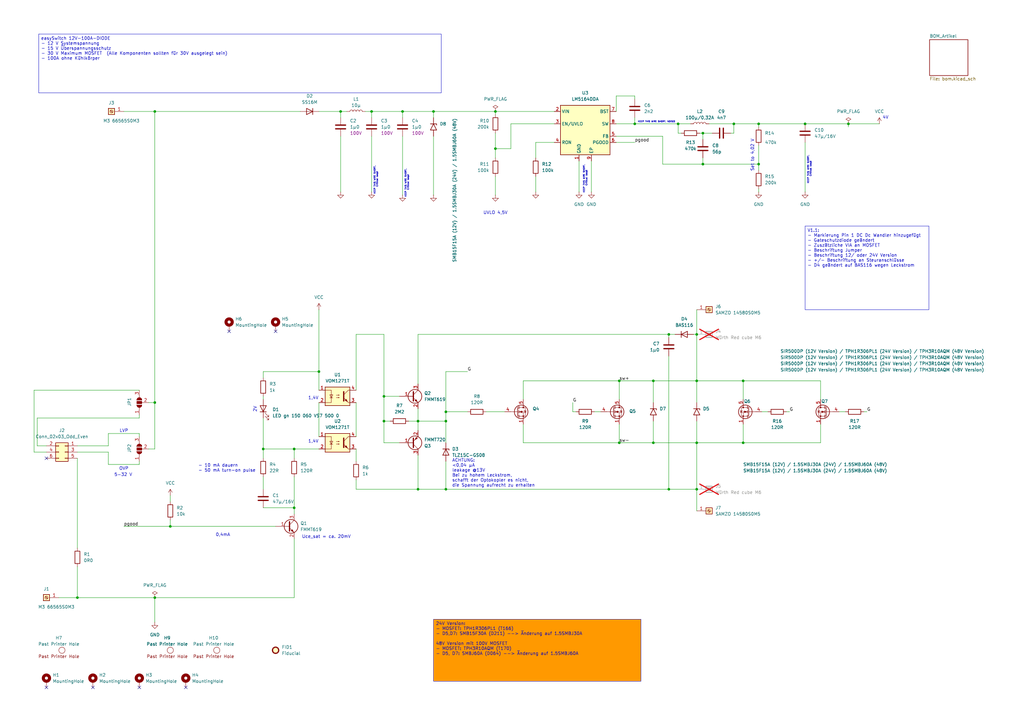
<source format=kicad_sch>
(kicad_sch
	(version 20250114)
	(generator "eeschema")
	(generator_version "9.0")
	(uuid "bf1f8167-8e29-49cc-a467-dd9cc2c77246")
	(paper "A3")
	(lib_symbols
		(symbol "Connector:Screw_Terminal_01x01"
			(pin_names
				(offset 1.016)
				(hide yes)
			)
			(exclude_from_sim no)
			(in_bom yes)
			(on_board yes)
			(property "Reference" "J"
				(at 0 2.54 0)
				(effects
					(font
						(size 1.27 1.27)
					)
				)
			)
			(property "Value" "Screw_Terminal_01x01"
				(at 0 -2.54 0)
				(effects
					(font
						(size 1.27 1.27)
					)
				)
			)
			(property "Footprint" ""
				(at 0 0 0)
				(effects
					(font
						(size 1.27 1.27)
					)
					(hide yes)
				)
			)
			(property "Datasheet" "~"
				(at 0 0 0)
				(effects
					(font
						(size 1.27 1.27)
					)
					(hide yes)
				)
			)
			(property "Description" "Generic screw terminal, single row, 01x01, script generated (kicad-library-utils/schlib/autogen/connector/)"
				(at 0 0 0)
				(effects
					(font
						(size 1.27 1.27)
					)
					(hide yes)
				)
			)
			(property "ki_keywords" "screw terminal"
				(at 0 0 0)
				(effects
					(font
						(size 1.27 1.27)
					)
					(hide yes)
				)
			)
			(property "ki_fp_filters" "TerminalBlock*:*"
				(at 0 0 0)
				(effects
					(font
						(size 1.27 1.27)
					)
					(hide yes)
				)
			)
			(symbol "Screw_Terminal_01x01_1_1"
				(rectangle
					(start -1.27 1.27)
					(end 1.27 -1.27)
					(stroke
						(width 0.254)
						(type default)
					)
					(fill
						(type background)
					)
				)
				(polyline
					(pts
						(xy -0.5334 0.3302) (xy 0.3302 -0.508)
					)
					(stroke
						(width 0.1524)
						(type default)
					)
					(fill
						(type none)
					)
				)
				(polyline
					(pts
						(xy -0.3556 0.508) (xy 0.508 -0.3302)
					)
					(stroke
						(width 0.1524)
						(type default)
					)
					(fill
						(type none)
					)
				)
				(circle
					(center 0 0)
					(radius 0.635)
					(stroke
						(width 0.1524)
						(type default)
					)
					(fill
						(type none)
					)
				)
				(pin passive line
					(at -5.08 0 0)
					(length 3.81)
					(name "Pin_1"
						(effects
							(font
								(size 1.27 1.27)
							)
						)
					)
					(number "1"
						(effects
							(font
								(size 1.27 1.27)
							)
						)
					)
				)
			)
			(embedded_fonts no)
		)
		(symbol "Connector_Generic:Conn_02x03_Odd_Even"
			(pin_names
				(offset 1.016)
				(hide yes)
			)
			(exclude_from_sim no)
			(in_bom yes)
			(on_board yes)
			(property "Reference" "J"
				(at 1.27 5.08 0)
				(effects
					(font
						(size 1.27 1.27)
					)
				)
			)
			(property "Value" "Conn_02x03_Odd_Even"
				(at 1.27 -5.08 0)
				(effects
					(font
						(size 1.27 1.27)
					)
				)
			)
			(property "Footprint" ""
				(at 0 0 0)
				(effects
					(font
						(size 1.27 1.27)
					)
					(hide yes)
				)
			)
			(property "Datasheet" "~"
				(at 0 0 0)
				(effects
					(font
						(size 1.27 1.27)
					)
					(hide yes)
				)
			)
			(property "Description" "Generic connector, double row, 02x03, odd/even pin numbering scheme (row 1 odd numbers, row 2 even numbers), script generated (kicad-library-utils/schlib/autogen/connector/)"
				(at 0 0 0)
				(effects
					(font
						(size 1.27 1.27)
					)
					(hide yes)
				)
			)
			(property "ki_keywords" "connector"
				(at 0 0 0)
				(effects
					(font
						(size 1.27 1.27)
					)
					(hide yes)
				)
			)
			(property "ki_fp_filters" "Connector*:*_2x??_*"
				(at 0 0 0)
				(effects
					(font
						(size 1.27 1.27)
					)
					(hide yes)
				)
			)
			(symbol "Conn_02x03_Odd_Even_1_1"
				(rectangle
					(start -1.27 3.81)
					(end 3.81 -3.81)
					(stroke
						(width 0.254)
						(type default)
					)
					(fill
						(type background)
					)
				)
				(rectangle
					(start -1.27 2.667)
					(end 0 2.413)
					(stroke
						(width 0.1524)
						(type default)
					)
					(fill
						(type none)
					)
				)
				(rectangle
					(start -1.27 0.127)
					(end 0 -0.127)
					(stroke
						(width 0.1524)
						(type default)
					)
					(fill
						(type none)
					)
				)
				(rectangle
					(start -1.27 -2.413)
					(end 0 -2.667)
					(stroke
						(width 0.1524)
						(type default)
					)
					(fill
						(type none)
					)
				)
				(rectangle
					(start 3.81 2.667)
					(end 2.54 2.413)
					(stroke
						(width 0.1524)
						(type default)
					)
					(fill
						(type none)
					)
				)
				(rectangle
					(start 3.81 0.127)
					(end 2.54 -0.127)
					(stroke
						(width 0.1524)
						(type default)
					)
					(fill
						(type none)
					)
				)
				(rectangle
					(start 3.81 -2.413)
					(end 2.54 -2.667)
					(stroke
						(width 0.1524)
						(type default)
					)
					(fill
						(type none)
					)
				)
				(pin passive line
					(at -5.08 2.54 0)
					(length 3.81)
					(name "Pin_1"
						(effects
							(font
								(size 1.27 1.27)
							)
						)
					)
					(number "1"
						(effects
							(font
								(size 1.27 1.27)
							)
						)
					)
				)
				(pin passive line
					(at -5.08 0 0)
					(length 3.81)
					(name "Pin_3"
						(effects
							(font
								(size 1.27 1.27)
							)
						)
					)
					(number "3"
						(effects
							(font
								(size 1.27 1.27)
							)
						)
					)
				)
				(pin passive line
					(at -5.08 -2.54 0)
					(length 3.81)
					(name "Pin_5"
						(effects
							(font
								(size 1.27 1.27)
							)
						)
					)
					(number "5"
						(effects
							(font
								(size 1.27 1.27)
							)
						)
					)
				)
				(pin passive line
					(at 7.62 2.54 180)
					(length 3.81)
					(name "Pin_2"
						(effects
							(font
								(size 1.27 1.27)
							)
						)
					)
					(number "2"
						(effects
							(font
								(size 1.27 1.27)
							)
						)
					)
				)
				(pin passive line
					(at 7.62 0 180)
					(length 3.81)
					(name "Pin_4"
						(effects
							(font
								(size 1.27 1.27)
							)
						)
					)
					(number "4"
						(effects
							(font
								(size 1.27 1.27)
							)
						)
					)
				)
				(pin passive line
					(at 7.62 -2.54 180)
					(length 3.81)
					(name "Pin_6"
						(effects
							(font
								(size 1.27 1.27)
							)
						)
					)
					(number "6"
						(effects
							(font
								(size 1.27 1.27)
							)
						)
					)
				)
			)
			(embedded_fonts no)
		)
		(symbol "Device:C"
			(pin_numbers
				(hide yes)
			)
			(pin_names
				(offset 0.254)
			)
			(exclude_from_sim no)
			(in_bom yes)
			(on_board yes)
			(property "Reference" "C"
				(at 0.635 2.54 0)
				(effects
					(font
						(size 1.27 1.27)
					)
					(justify left)
				)
			)
			(property "Value" "C"
				(at 0.635 -2.54 0)
				(effects
					(font
						(size 1.27 1.27)
					)
					(justify left)
				)
			)
			(property "Footprint" ""
				(at 0.9652 -3.81 0)
				(effects
					(font
						(size 1.27 1.27)
					)
					(hide yes)
				)
			)
			(property "Datasheet" "~"
				(at 0 0 0)
				(effects
					(font
						(size 1.27 1.27)
					)
					(hide yes)
				)
			)
			(property "Description" "Unpolarized capacitor"
				(at 0 0 0)
				(effects
					(font
						(size 1.27 1.27)
					)
					(hide yes)
				)
			)
			(property "ki_keywords" "cap capacitor"
				(at 0 0 0)
				(effects
					(font
						(size 1.27 1.27)
					)
					(hide yes)
				)
			)
			(property "ki_fp_filters" "C_*"
				(at 0 0 0)
				(effects
					(font
						(size 1.27 1.27)
					)
					(hide yes)
				)
			)
			(symbol "C_0_1"
				(polyline
					(pts
						(xy -2.032 0.762) (xy 2.032 0.762)
					)
					(stroke
						(width 0.508)
						(type default)
					)
					(fill
						(type none)
					)
				)
				(polyline
					(pts
						(xy -2.032 -0.762) (xy 2.032 -0.762)
					)
					(stroke
						(width 0.508)
						(type default)
					)
					(fill
						(type none)
					)
				)
			)
			(symbol "C_1_1"
				(pin passive line
					(at 0 3.81 270)
					(length 2.794)
					(name "~"
						(effects
							(font
								(size 1.27 1.27)
							)
						)
					)
					(number "1"
						(effects
							(font
								(size 1.27 1.27)
							)
						)
					)
				)
				(pin passive line
					(at 0 -3.81 90)
					(length 2.794)
					(name "~"
						(effects
							(font
								(size 1.27 1.27)
							)
						)
					)
					(number "2"
						(effects
							(font
								(size 1.27 1.27)
							)
						)
					)
				)
			)
			(embedded_fonts no)
		)
		(symbol "Device:D"
			(pin_numbers
				(hide yes)
			)
			(pin_names
				(offset 1.016)
				(hide yes)
			)
			(exclude_from_sim no)
			(in_bom yes)
			(on_board yes)
			(property "Reference" "D"
				(at 0 2.54 0)
				(effects
					(font
						(size 1.27 1.27)
					)
				)
			)
			(property "Value" "D"
				(at 0 -2.54 0)
				(effects
					(font
						(size 1.27 1.27)
					)
				)
			)
			(property "Footprint" ""
				(at 0 0 0)
				(effects
					(font
						(size 1.27 1.27)
					)
					(hide yes)
				)
			)
			(property "Datasheet" "~"
				(at 0 0 0)
				(effects
					(font
						(size 1.27 1.27)
					)
					(hide yes)
				)
			)
			(property "Description" "Diode"
				(at 0 0 0)
				(effects
					(font
						(size 1.27 1.27)
					)
					(hide yes)
				)
			)
			(property "Sim.Device" "D"
				(at 0 0 0)
				(effects
					(font
						(size 1.27 1.27)
					)
					(hide yes)
				)
			)
			(property "Sim.Pins" "1=K 2=A"
				(at 0 0 0)
				(effects
					(font
						(size 1.27 1.27)
					)
					(hide yes)
				)
			)
			(property "ki_keywords" "diode"
				(at 0 0 0)
				(effects
					(font
						(size 1.27 1.27)
					)
					(hide yes)
				)
			)
			(property "ki_fp_filters" "TO-???* *_Diode_* *SingleDiode* D_*"
				(at 0 0 0)
				(effects
					(font
						(size 1.27 1.27)
					)
					(hide yes)
				)
			)
			(symbol "D_0_1"
				(polyline
					(pts
						(xy -1.27 1.27) (xy -1.27 -1.27)
					)
					(stroke
						(width 0.254)
						(type default)
					)
					(fill
						(type none)
					)
				)
				(polyline
					(pts
						(xy 1.27 1.27) (xy 1.27 -1.27) (xy -1.27 0) (xy 1.27 1.27)
					)
					(stroke
						(width 0.254)
						(type default)
					)
					(fill
						(type none)
					)
				)
				(polyline
					(pts
						(xy 1.27 0) (xy -1.27 0)
					)
					(stroke
						(width 0)
						(type default)
					)
					(fill
						(type none)
					)
				)
			)
			(symbol "D_1_1"
				(pin passive line
					(at -3.81 0 0)
					(length 2.54)
					(name "K"
						(effects
							(font
								(size 1.27 1.27)
							)
						)
					)
					(number "1"
						(effects
							(font
								(size 1.27 1.27)
							)
						)
					)
				)
				(pin passive line
					(at 3.81 0 180)
					(length 2.54)
					(name "A"
						(effects
							(font
								(size 1.27 1.27)
							)
						)
					)
					(number "2"
						(effects
							(font
								(size 1.27 1.27)
							)
						)
					)
				)
			)
			(embedded_fonts no)
		)
		(symbol "Device:L"
			(pin_numbers
				(hide yes)
			)
			(pin_names
				(offset 1.016)
				(hide yes)
			)
			(exclude_from_sim no)
			(in_bom yes)
			(on_board yes)
			(property "Reference" "L"
				(at -1.27 0 90)
				(effects
					(font
						(size 1.27 1.27)
					)
				)
			)
			(property "Value" "L"
				(at 1.905 0 90)
				(effects
					(font
						(size 1.27 1.27)
					)
				)
			)
			(property "Footprint" ""
				(at 0 0 0)
				(effects
					(font
						(size 1.27 1.27)
					)
					(hide yes)
				)
			)
			(property "Datasheet" "~"
				(at 0 0 0)
				(effects
					(font
						(size 1.27 1.27)
					)
					(hide yes)
				)
			)
			(property "Description" "Inductor"
				(at 0 0 0)
				(effects
					(font
						(size 1.27 1.27)
					)
					(hide yes)
				)
			)
			(property "ki_keywords" "inductor choke coil reactor magnetic"
				(at 0 0 0)
				(effects
					(font
						(size 1.27 1.27)
					)
					(hide yes)
				)
			)
			(property "ki_fp_filters" "Choke_* *Coil* Inductor_* L_*"
				(at 0 0 0)
				(effects
					(font
						(size 1.27 1.27)
					)
					(hide yes)
				)
			)
			(symbol "L_0_1"
				(arc
					(start 0 2.54)
					(mid 0.6323 1.905)
					(end 0 1.27)
					(stroke
						(width 0)
						(type default)
					)
					(fill
						(type none)
					)
				)
				(arc
					(start 0 1.27)
					(mid 0.6323 0.635)
					(end 0 0)
					(stroke
						(width 0)
						(type default)
					)
					(fill
						(type none)
					)
				)
				(arc
					(start 0 0)
					(mid 0.6323 -0.635)
					(end 0 -1.27)
					(stroke
						(width 0)
						(type default)
					)
					(fill
						(type none)
					)
				)
				(arc
					(start 0 -1.27)
					(mid 0.6323 -1.905)
					(end 0 -2.54)
					(stroke
						(width 0)
						(type default)
					)
					(fill
						(type none)
					)
				)
			)
			(symbol "L_1_1"
				(pin passive line
					(at 0 3.81 270)
					(length 1.27)
					(name "1"
						(effects
							(font
								(size 1.27 1.27)
							)
						)
					)
					(number "1"
						(effects
							(font
								(size 1.27 1.27)
							)
						)
					)
				)
				(pin passive line
					(at 0 -3.81 90)
					(length 1.27)
					(name "2"
						(effects
							(font
								(size 1.27 1.27)
							)
						)
					)
					(number "2"
						(effects
							(font
								(size 1.27 1.27)
							)
						)
					)
				)
			)
			(embedded_fonts no)
		)
		(symbol "Device:LED"
			(pin_numbers
				(hide yes)
			)
			(pin_names
				(offset 1.016)
				(hide yes)
			)
			(exclude_from_sim no)
			(in_bom yes)
			(on_board yes)
			(property "Reference" "D"
				(at 0 2.54 0)
				(effects
					(font
						(size 1.27 1.27)
					)
				)
			)
			(property "Value" "LED"
				(at 0 -2.54 0)
				(effects
					(font
						(size 1.27 1.27)
					)
				)
			)
			(property "Footprint" ""
				(at 0 0 0)
				(effects
					(font
						(size 1.27 1.27)
					)
					(hide yes)
				)
			)
			(property "Datasheet" "~"
				(at 0 0 0)
				(effects
					(font
						(size 1.27 1.27)
					)
					(hide yes)
				)
			)
			(property "Description" "Light emitting diode"
				(at 0 0 0)
				(effects
					(font
						(size 1.27 1.27)
					)
					(hide yes)
				)
			)
			(property "ki_keywords" "LED diode"
				(at 0 0 0)
				(effects
					(font
						(size 1.27 1.27)
					)
					(hide yes)
				)
			)
			(property "ki_fp_filters" "LED* LED_SMD:* LED_THT:*"
				(at 0 0 0)
				(effects
					(font
						(size 1.27 1.27)
					)
					(hide yes)
				)
			)
			(symbol "LED_0_1"
				(polyline
					(pts
						(xy -3.048 -0.762) (xy -4.572 -2.286) (xy -3.81 -2.286) (xy -4.572 -2.286) (xy -4.572 -1.524)
					)
					(stroke
						(width 0)
						(type default)
					)
					(fill
						(type none)
					)
				)
				(polyline
					(pts
						(xy -1.778 -0.762) (xy -3.302 -2.286) (xy -2.54 -2.286) (xy -3.302 -2.286) (xy -3.302 -1.524)
					)
					(stroke
						(width 0)
						(type default)
					)
					(fill
						(type none)
					)
				)
				(polyline
					(pts
						(xy -1.27 0) (xy 1.27 0)
					)
					(stroke
						(width 0)
						(type default)
					)
					(fill
						(type none)
					)
				)
				(polyline
					(pts
						(xy -1.27 -1.27) (xy -1.27 1.27)
					)
					(stroke
						(width 0.254)
						(type default)
					)
					(fill
						(type none)
					)
				)
				(polyline
					(pts
						(xy 1.27 -1.27) (xy 1.27 1.27) (xy -1.27 0) (xy 1.27 -1.27)
					)
					(stroke
						(width 0.254)
						(type default)
					)
					(fill
						(type none)
					)
				)
			)
			(symbol "LED_1_1"
				(pin passive line
					(at -3.81 0 0)
					(length 2.54)
					(name "K"
						(effects
							(font
								(size 1.27 1.27)
							)
						)
					)
					(number "1"
						(effects
							(font
								(size 1.27 1.27)
							)
						)
					)
				)
				(pin passive line
					(at 3.81 0 180)
					(length 2.54)
					(name "A"
						(effects
							(font
								(size 1.27 1.27)
							)
						)
					)
					(number "2"
						(effects
							(font
								(size 1.27 1.27)
							)
						)
					)
				)
			)
			(embedded_fonts no)
		)
		(symbol "Device:R"
			(pin_numbers
				(hide yes)
			)
			(pin_names
				(offset 0)
			)
			(exclude_from_sim no)
			(in_bom yes)
			(on_board yes)
			(property "Reference" "R"
				(at 2.032 0 90)
				(effects
					(font
						(size 1.27 1.27)
					)
				)
			)
			(property "Value" "R"
				(at 0 0 90)
				(effects
					(font
						(size 1.27 1.27)
					)
				)
			)
			(property "Footprint" ""
				(at -1.778 0 90)
				(effects
					(font
						(size 1.27 1.27)
					)
					(hide yes)
				)
			)
			(property "Datasheet" "~"
				(at 0 0 0)
				(effects
					(font
						(size 1.27 1.27)
					)
					(hide yes)
				)
			)
			(property "Description" "Resistor"
				(at 0 0 0)
				(effects
					(font
						(size 1.27 1.27)
					)
					(hide yes)
				)
			)
			(property "ki_keywords" "R res resistor"
				(at 0 0 0)
				(effects
					(font
						(size 1.27 1.27)
					)
					(hide yes)
				)
			)
			(property "ki_fp_filters" "R_*"
				(at 0 0 0)
				(effects
					(font
						(size 1.27 1.27)
					)
					(hide yes)
				)
			)
			(symbol "R_0_1"
				(rectangle
					(start -1.016 -2.54)
					(end 1.016 2.54)
					(stroke
						(width 0.254)
						(type default)
					)
					(fill
						(type none)
					)
				)
			)
			(symbol "R_1_1"
				(pin passive line
					(at 0 3.81 270)
					(length 1.27)
					(name "~"
						(effects
							(font
								(size 1.27 1.27)
							)
						)
					)
					(number "1"
						(effects
							(font
								(size 1.27 1.27)
							)
						)
					)
				)
				(pin passive line
					(at 0 -3.81 90)
					(length 1.27)
					(name "~"
						(effects
							(font
								(size 1.27 1.27)
							)
						)
					)
					(number "2"
						(effects
							(font
								(size 1.27 1.27)
							)
						)
					)
				)
			)
			(embedded_fonts no)
		)
		(symbol "Diode:BAS19"
			(pin_numbers
				(hide yes)
			)
			(pin_names
				(hide yes)
			)
			(exclude_from_sim no)
			(in_bom yes)
			(on_board yes)
			(property "Reference" "D"
				(at 0 2.54 0)
				(effects
					(font
						(size 1.27 1.27)
					)
				)
			)
			(property "Value" "BAS19"
				(at 0 -2.54 0)
				(effects
					(font
						(size 1.27 1.27)
					)
				)
			)
			(property "Footprint" "Package_TO_SOT_SMD:SOT-23"
				(at 0 -4.445 0)
				(effects
					(font
						(size 1.27 1.27)
					)
					(hide yes)
				)
			)
			(property "Datasheet" "https://www.diodes.com/assets/Datasheets/Ds12004.pdf"
				(at 0 0 0)
				(effects
					(font
						(size 1.27 1.27)
					)
					(hide yes)
				)
			)
			(property "Description" "120V, 0.4A, High-speed Switching Diode, SOT-23"
				(at 0 0 0)
				(effects
					(font
						(size 1.27 1.27)
					)
					(hide yes)
				)
			)
			(property "ki_keywords" "diode"
				(at 0 0 0)
				(effects
					(font
						(size 1.27 1.27)
					)
					(hide yes)
				)
			)
			(property "ki_fp_filters" "SOT?23*"
				(at 0 0 0)
				(effects
					(font
						(size 1.27 1.27)
					)
					(hide yes)
				)
			)
			(symbol "BAS19_0_1"
				(polyline
					(pts
						(xy -1.27 1.27) (xy -1.27 -1.27)
					)
					(stroke
						(width 0.254)
						(type default)
					)
					(fill
						(type none)
					)
				)
				(polyline
					(pts
						(xy 1.27 1.27) (xy 1.27 -1.27) (xy -1.27 0) (xy 1.27 1.27)
					)
					(stroke
						(width 0.254)
						(type default)
					)
					(fill
						(type none)
					)
				)
				(polyline
					(pts
						(xy 1.27 0) (xy -1.27 0)
					)
					(stroke
						(width 0)
						(type default)
					)
					(fill
						(type none)
					)
				)
			)
			(symbol "BAS19_1_1"
				(pin passive line
					(at -3.81 0 0)
					(length 2.54)
					(name "K"
						(effects
							(font
								(size 1.27 1.27)
							)
						)
					)
					(number "3"
						(effects
							(font
								(size 1.27 1.27)
							)
						)
					)
				)
				(pin no_connect line
					(at -1.27 0 0)
					(length 2.54)
					(hide yes)
					(name "NC"
						(effects
							(font
								(size 1.27 1.27)
							)
						)
					)
					(number "2"
						(effects
							(font
								(size 1.27 1.27)
							)
						)
					)
				)
				(pin passive line
					(at 3.81 0 180)
					(length 2.54)
					(name "A"
						(effects
							(font
								(size 1.27 1.27)
							)
						)
					)
					(number "1"
						(effects
							(font
								(size 1.27 1.27)
							)
						)
					)
				)
			)
			(embedded_fonts no)
		)
		(symbol "Diode:BZV55C15"
			(pin_numbers
				(hide yes)
			)
			(pin_names
				(hide yes)
			)
			(exclude_from_sim no)
			(in_bom yes)
			(on_board yes)
			(property "Reference" "D"
				(at 0 2.54 0)
				(effects
					(font
						(size 1.27 1.27)
					)
				)
			)
			(property "Value" "BZV55C15"
				(at 0 -2.54 0)
				(effects
					(font
						(size 1.27 1.27)
					)
				)
			)
			(property "Footprint" "Diode_SMD:D_MiniMELF"
				(at 0 -4.445 0)
				(effects
					(font
						(size 1.27 1.27)
					)
					(hide yes)
				)
			)
			(property "Datasheet" "https://assets.nexperia.com/documents/data-sheet/BZV55_SER.pdf"
				(at 0 0 0)
				(effects
					(font
						(size 1.27 1.27)
					)
					(hide yes)
				)
			)
			(property "Description" "15V, 500mW, 5%, Zener diode, MiniMELF"
				(at 0 0 0)
				(effects
					(font
						(size 1.27 1.27)
					)
					(hide yes)
				)
			)
			(property "ki_keywords" "zener diode"
				(at 0 0 0)
				(effects
					(font
						(size 1.27 1.27)
					)
					(hide yes)
				)
			)
			(property "ki_fp_filters" "D*MiniMELF*"
				(at 0 0 0)
				(effects
					(font
						(size 1.27 1.27)
					)
					(hide yes)
				)
			)
			(symbol "BZV55C15_0_1"
				(polyline
					(pts
						(xy -1.27 -1.27) (xy -1.27 1.27) (xy -0.762 1.27)
					)
					(stroke
						(width 0.254)
						(type default)
					)
					(fill
						(type none)
					)
				)
				(polyline
					(pts
						(xy 1.27 0) (xy -1.27 0)
					)
					(stroke
						(width 0)
						(type default)
					)
					(fill
						(type none)
					)
				)
				(polyline
					(pts
						(xy 1.27 -1.27) (xy 1.27 1.27) (xy -1.27 0) (xy 1.27 -1.27)
					)
					(stroke
						(width 0.254)
						(type default)
					)
					(fill
						(type none)
					)
				)
			)
			(symbol "BZV55C15_1_1"
				(pin passive line
					(at -3.81 0 0)
					(length 2.54)
					(name "K"
						(effects
							(font
								(size 1.27 1.27)
							)
						)
					)
					(number "1"
						(effects
							(font
								(size 1.27 1.27)
							)
						)
					)
				)
				(pin passive line
					(at 3.81 0 180)
					(length 2.54)
					(name "A"
						(effects
							(font
								(size 1.27 1.27)
							)
						)
					)
					(number "2"
						(effects
							(font
								(size 1.27 1.27)
							)
						)
					)
				)
			)
			(embedded_fonts no)
		)
		(symbol "Diode:SM6T15A"
			(pin_numbers
				(hide yes)
			)
			(pin_names
				(offset 1.016)
				(hide yes)
			)
			(exclude_from_sim no)
			(in_bom yes)
			(on_board yes)
			(property "Reference" "D"
				(at 0 2.54 0)
				(effects
					(font
						(size 1.27 1.27)
					)
				)
			)
			(property "Value" "SM6T15A"
				(at 0 -2.54 0)
				(effects
					(font
						(size 1.27 1.27)
					)
				)
			)
			(property "Footprint" "Diode_SMD:D_SMB"
				(at 0 -5.08 0)
				(effects
					(font
						(size 1.27 1.27)
					)
					(hide yes)
				)
			)
			(property "Datasheet" "https://www.st.com/resource/en/datasheet/sm6t.pdf"
				(at -1.27 0 0)
				(effects
					(font
						(size 1.27 1.27)
					)
					(hide yes)
				)
			)
			(property "Description" "600W unidirectional Transil Transient Voltage Suppressor, 15Vrwm, DO-214AA"
				(at 0 0 0)
				(effects
					(font
						(size 1.27 1.27)
					)
					(hide yes)
				)
			)
			(property "ki_keywords" "diode TVS voltage suppressor"
				(at 0 0 0)
				(effects
					(font
						(size 1.27 1.27)
					)
					(hide yes)
				)
			)
			(property "ki_fp_filters" "D*SMB*"
				(at 0 0 0)
				(effects
					(font
						(size 1.27 1.27)
					)
					(hide yes)
				)
			)
			(symbol "SM6T15A_0_1"
				(polyline
					(pts
						(xy -0.762 1.27) (xy -1.27 1.27) (xy -1.27 -1.27)
					)
					(stroke
						(width 0.254)
						(type default)
					)
					(fill
						(type none)
					)
				)
				(polyline
					(pts
						(xy 1.27 1.27) (xy 1.27 -1.27) (xy -1.27 0) (xy 1.27 1.27)
					)
					(stroke
						(width 0.254)
						(type default)
					)
					(fill
						(type none)
					)
				)
			)
			(symbol "SM6T15A_1_1"
				(pin passive line
					(at -3.81 0 0)
					(length 2.54)
					(name "A1"
						(effects
							(font
								(size 1.27 1.27)
							)
						)
					)
					(number "1"
						(effects
							(font
								(size 1.27 1.27)
							)
						)
					)
				)
				(pin passive line
					(at 3.81 0 180)
					(length 2.54)
					(name "A2"
						(effects
							(font
								(size 1.27 1.27)
							)
						)
					)
					(number "2"
						(effects
							(font
								(size 1.27 1.27)
							)
						)
					)
				)
			)
			(embedded_fonts no)
		)
		(symbol "Isolator:VO615A-1"
			(pin_names
				(offset 0.762)
			)
			(exclude_from_sim no)
			(in_bom yes)
			(on_board yes)
			(property "Reference" "U"
				(at 0 7.62 0)
				(effects
					(font
						(size 1.27 1.27)
					)
				)
			)
			(property "Value" "VO615A-1"
				(at 0 5.08 0)
				(effects
					(font
						(size 1.27 1.27)
					)
				)
			)
			(property "Footprint" ""
				(at 0 0 0)
				(effects
					(font
						(size 1.27 1.27)
					)
					(hide yes)
				)
			)
			(property "Datasheet" "http://www.vishay.com/docs/81753/vo615a.pdf"
				(at 0 0 0)
				(effects
					(font
						(size 1.27 1.27)
					)
					(hide yes)
				)
			)
			(property "Description" "DC Optocoupler, Vce 70V, CTR 40-80% @ 10mA, Viso 5000Vrms, DIP4"
				(at 0 0 0)
				(effects
					(font
						(size 1.27 1.27)
					)
					(hide yes)
				)
			)
			(property "ki_keywords" "NPN DC Optocoupler"
				(at 0 0 0)
				(effects
					(font
						(size 1.27 1.27)
					)
					(hide yes)
				)
			)
			(property "ki_fp_filters" "DIP*W7.62mm* DIP*W10.16mm* SMDIP*W7.62mm* SMDIP*W9.53mm* SMDIP*W11.48mm*"
				(at 0 0 0)
				(effects
					(font
						(size 1.27 1.27)
					)
					(hide yes)
				)
			)
			(symbol "VO615A-1_0_1"
				(rectangle
					(start -5.08 3.81)
					(end 5.08 -3.81)
					(stroke
						(width 0.254)
						(type default)
					)
					(fill
						(type background)
					)
				)
				(polyline
					(pts
						(xy -5.08 2.54) (xy -2.54 2.54) (xy -2.54 -2.54) (xy -5.08 -2.54)
					)
					(stroke
						(width 0)
						(type default)
					)
					(fill
						(type none)
					)
				)
				(polyline
					(pts
						(xy -3.175 -0.635) (xy -1.905 -0.635)
					)
					(stroke
						(width 0)
						(type default)
					)
					(fill
						(type none)
					)
				)
				(polyline
					(pts
						(xy -2.54 -0.635) (xy -3.175 0.635) (xy -1.905 0.635) (xy -2.54 -0.635)
					)
					(stroke
						(width 0)
						(type default)
					)
					(fill
						(type none)
					)
				)
				(polyline
					(pts
						(xy -0.508 0.508) (xy 0.762 0.508) (xy 0.381 0.381) (xy 0.381 0.635) (xy 0.762 0.508)
					)
					(stroke
						(width 0)
						(type default)
					)
					(fill
						(type none)
					)
				)
				(polyline
					(pts
						(xy -0.508 -0.508) (xy 0.762 -0.508) (xy 0.381 -0.635) (xy 0.381 -0.381) (xy 0.762 -0.508)
					)
					(stroke
						(width 0)
						(type default)
					)
					(fill
						(type none)
					)
				)
				(polyline
					(pts
						(xy 2.54 1.905) (xy 2.54 -1.905) (xy 2.54 -1.905)
					)
					(stroke
						(width 0.508)
						(type default)
					)
					(fill
						(type none)
					)
				)
				(polyline
					(pts
						(xy 2.54 0.635) (xy 4.445 2.54)
					)
					(stroke
						(width 0)
						(type default)
					)
					(fill
						(type none)
					)
				)
				(polyline
					(pts
						(xy 3.048 -1.651) (xy 3.556 -1.143) (xy 4.064 -2.159) (xy 3.048 -1.651) (xy 3.048 -1.651)
					)
					(stroke
						(width 0)
						(type default)
					)
					(fill
						(type outline)
					)
				)
				(polyline
					(pts
						(xy 4.445 2.54) (xy 5.08 2.54)
					)
					(stroke
						(width 0)
						(type default)
					)
					(fill
						(type none)
					)
				)
				(polyline
					(pts
						(xy 4.445 -2.54) (xy 2.54 -0.635)
					)
					(stroke
						(width 0)
						(type default)
					)
					(fill
						(type outline)
					)
				)
				(polyline
					(pts
						(xy 4.445 -2.54) (xy 5.08 -2.54)
					)
					(stroke
						(width 0)
						(type default)
					)
					(fill
						(type none)
					)
				)
			)
			(symbol "VO615A-1_1_1"
				(pin passive line
					(at -7.62 2.54 0)
					(length 2.54)
					(name "~"
						(effects
							(font
								(size 1.27 1.27)
							)
						)
					)
					(number "1"
						(effects
							(font
								(size 1.27 1.27)
							)
						)
					)
				)
				(pin passive line
					(at -7.62 -2.54 0)
					(length 2.54)
					(name "~"
						(effects
							(font
								(size 1.27 1.27)
							)
						)
					)
					(number "2"
						(effects
							(font
								(size 1.27 1.27)
							)
						)
					)
				)
				(pin passive line
					(at 7.62 2.54 180)
					(length 2.54)
					(name "~"
						(effects
							(font
								(size 1.27 1.27)
							)
						)
					)
					(number "4"
						(effects
							(font
								(size 1.27 1.27)
							)
						)
					)
				)
				(pin passive line
					(at 7.62 -2.54 180)
					(length 2.54)
					(name "~"
						(effects
							(font
								(size 1.27 1.27)
							)
						)
					)
					(number "3"
						(effects
							(font
								(size 1.27 1.27)
							)
						)
					)
				)
			)
			(embedded_fonts no)
		)
		(symbol "Jumper:SolderJumper_3_Open"
			(pin_names
				(offset 0)
				(hide yes)
			)
			(exclude_from_sim yes)
			(in_bom no)
			(on_board yes)
			(property "Reference" "JP"
				(at -2.54 -2.54 0)
				(effects
					(font
						(size 1.27 1.27)
					)
				)
			)
			(property "Value" "SolderJumper_3_Open"
				(at 0 2.794 0)
				(effects
					(font
						(size 1.27 1.27)
					)
				)
			)
			(property "Footprint" ""
				(at 0 0 0)
				(effects
					(font
						(size 1.27 1.27)
					)
					(hide yes)
				)
			)
			(property "Datasheet" "~"
				(at 0 0 0)
				(effects
					(font
						(size 1.27 1.27)
					)
					(hide yes)
				)
			)
			(property "Description" "Solder Jumper, 3-pole, open"
				(at 0 0 0)
				(effects
					(font
						(size 1.27 1.27)
					)
					(hide yes)
				)
			)
			(property "ki_keywords" "Solder Jumper SPDT"
				(at 0 0 0)
				(effects
					(font
						(size 1.27 1.27)
					)
					(hide yes)
				)
			)
			(property "ki_fp_filters" "SolderJumper*Open*"
				(at 0 0 0)
				(effects
					(font
						(size 1.27 1.27)
					)
					(hide yes)
				)
			)
			(symbol "SolderJumper_3_Open_0_1"
				(polyline
					(pts
						(xy -2.54 0) (xy -2.032 0)
					)
					(stroke
						(width 0)
						(type default)
					)
					(fill
						(type none)
					)
				)
				(polyline
					(pts
						(xy -1.016 1.016) (xy -1.016 -1.016)
					)
					(stroke
						(width 0)
						(type default)
					)
					(fill
						(type none)
					)
				)
				(arc
					(start -1.016 -1.016)
					(mid -2.0276 0)
					(end -1.016 1.016)
					(stroke
						(width 0)
						(type default)
					)
					(fill
						(type none)
					)
				)
				(arc
					(start -1.016 -1.016)
					(mid -2.0276 0)
					(end -1.016 1.016)
					(stroke
						(width 0)
						(type default)
					)
					(fill
						(type outline)
					)
				)
				(rectangle
					(start -0.508 1.016)
					(end 0.508 -1.016)
					(stroke
						(width 0)
						(type default)
					)
					(fill
						(type outline)
					)
				)
				(polyline
					(pts
						(xy 0 -1.27) (xy 0 -1.016)
					)
					(stroke
						(width 0)
						(type default)
					)
					(fill
						(type none)
					)
				)
				(arc
					(start 1.016 1.016)
					(mid 2.0276 0)
					(end 1.016 -1.016)
					(stroke
						(width 0)
						(type default)
					)
					(fill
						(type none)
					)
				)
				(arc
					(start 1.016 1.016)
					(mid 2.0276 0)
					(end 1.016 -1.016)
					(stroke
						(width 0)
						(type default)
					)
					(fill
						(type outline)
					)
				)
				(polyline
					(pts
						(xy 1.016 1.016) (xy 1.016 -1.016)
					)
					(stroke
						(width 0)
						(type default)
					)
					(fill
						(type none)
					)
				)
				(polyline
					(pts
						(xy 2.54 0) (xy 2.032 0)
					)
					(stroke
						(width 0)
						(type default)
					)
					(fill
						(type none)
					)
				)
			)
			(symbol "SolderJumper_3_Open_1_1"
				(pin passive line
					(at -5.08 0 0)
					(length 2.54)
					(name "A"
						(effects
							(font
								(size 1.27 1.27)
							)
						)
					)
					(number "1"
						(effects
							(font
								(size 1.27 1.27)
							)
						)
					)
				)
				(pin passive line
					(at 0 -3.81 90)
					(length 2.54)
					(name "C"
						(effects
							(font
								(size 1.27 1.27)
							)
						)
					)
					(number "2"
						(effects
							(font
								(size 1.27 1.27)
							)
						)
					)
				)
				(pin passive line
					(at 5.08 0 180)
					(length 2.54)
					(name "B"
						(effects
							(font
								(size 1.27 1.27)
							)
						)
					)
					(number "3"
						(effects
							(font
								(size 1.27 1.27)
							)
						)
					)
				)
			)
			(embedded_fonts no)
		)
		(symbol "Mechanical:Fiducial"
			(exclude_from_sim yes)
			(in_bom no)
			(on_board yes)
			(property "Reference" "FID"
				(at 0 5.08 0)
				(effects
					(font
						(size 1.27 1.27)
					)
				)
			)
			(property "Value" "Fiducial"
				(at 0 3.175 0)
				(effects
					(font
						(size 1.27 1.27)
					)
				)
			)
			(property "Footprint" ""
				(at 0 0 0)
				(effects
					(font
						(size 1.27 1.27)
					)
					(hide yes)
				)
			)
			(property "Datasheet" "~"
				(at 0 0 0)
				(effects
					(font
						(size 1.27 1.27)
					)
					(hide yes)
				)
			)
			(property "Description" "Fiducial Marker"
				(at 0 0 0)
				(effects
					(font
						(size 1.27 1.27)
					)
					(hide yes)
				)
			)
			(property "ki_keywords" "fiducial marker"
				(at 0 0 0)
				(effects
					(font
						(size 1.27 1.27)
					)
					(hide yes)
				)
			)
			(property "ki_fp_filters" "Fiducial*"
				(at 0 0 0)
				(effects
					(font
						(size 1.27 1.27)
					)
					(hide yes)
				)
			)
			(symbol "Fiducial_0_1"
				(circle
					(center 0 0)
					(radius 1.27)
					(stroke
						(width 0.508)
						(type default)
					)
					(fill
						(type background)
					)
				)
			)
			(embedded_fonts no)
		)
		(symbol "Mechanical:MountingHole_Pad"
			(pin_numbers
				(hide yes)
			)
			(pin_names
				(offset 1.016)
				(hide yes)
			)
			(exclude_from_sim yes)
			(in_bom no)
			(on_board yes)
			(property "Reference" "H"
				(at 0 6.35 0)
				(effects
					(font
						(size 1.27 1.27)
					)
				)
			)
			(property "Value" "MountingHole_Pad"
				(at 0 4.445 0)
				(effects
					(font
						(size 1.27 1.27)
					)
				)
			)
			(property "Footprint" ""
				(at 0 0 0)
				(effects
					(font
						(size 1.27 1.27)
					)
					(hide yes)
				)
			)
			(property "Datasheet" "~"
				(at 0 0 0)
				(effects
					(font
						(size 1.27 1.27)
					)
					(hide yes)
				)
			)
			(property "Description" "Mounting Hole with connection"
				(at 0 0 0)
				(effects
					(font
						(size 1.27 1.27)
					)
					(hide yes)
				)
			)
			(property "ki_keywords" "mounting hole"
				(at 0 0 0)
				(effects
					(font
						(size 1.27 1.27)
					)
					(hide yes)
				)
			)
			(property "ki_fp_filters" "MountingHole*Pad*"
				(at 0 0 0)
				(effects
					(font
						(size 1.27 1.27)
					)
					(hide yes)
				)
			)
			(symbol "MountingHole_Pad_0_1"
				(circle
					(center 0 1.27)
					(radius 1.27)
					(stroke
						(width 1.27)
						(type default)
					)
					(fill
						(type none)
					)
				)
			)
			(symbol "MountingHole_Pad_1_1"
				(pin input line
					(at 0 -2.54 90)
					(length 2.54)
					(name "1"
						(effects
							(font
								(size 1.27 1.27)
							)
						)
					)
					(number "1"
						(effects
							(font
								(size 1.27 1.27)
							)
						)
					)
				)
			)
			(embedded_fonts no)
		)
		(symbol "Regulator_Switching:LM5164DDA"
			(exclude_from_sim no)
			(in_bom yes)
			(on_board yes)
			(property "Reference" "U"
				(at -8.89 11.43 0)
				(effects
					(font
						(size 1.27 1.27)
					)
				)
			)
			(property "Value" "LM5164DDA"
				(at 5.08 11.43 0)
				(effects
					(font
						(size 1.27 1.27)
					)
				)
			)
			(property "Footprint" "Package_SO:HSOP-8-1EP_3.9x4.9mm_P1.27mm_EP2.41x3.1mm_ThermalVias"
				(at 1.27 -11.43 0)
				(effects
					(font
						(size 1.27 1.27)
					)
					(hide yes)
				)
			)
			(property "Datasheet" "https://www.ti.com/lit/ds/symlink/lm5164.pdf?ts=1598311864250&ref_url=https%253A%252F%252Fwww.ti.com%252Fproduct%252FLM5164%253FHQS%253DTI-null-null-octopart-df-pf-null-wwe"
				(at -7.62 8.89 0)
				(effects
					(font
						(size 1.27 1.27)
					)
					(hide yes)
				)
			)
			(property "Description" "1A synchronous buck converter with ultra-low IQ, 6V - 100V input, adjustable output voltage, HSOP-8"
				(at 0 0 0)
				(effects
					(font
						(size 1.27 1.27)
					)
					(hide yes)
				)
			)
			(property "ki_keywords" "step-down dc-dc buck regulator adjustable"
				(at 0 0 0)
				(effects
					(font
						(size 1.27 1.27)
					)
					(hide yes)
				)
			)
			(property "ki_fp_filters" "HSOP*1EP*3.9x4.9*P1.27mm*"
				(at 0 0 0)
				(effects
					(font
						(size 1.27 1.27)
					)
					(hide yes)
				)
			)
			(symbol "LM5164DDA_1_1"
				(rectangle
					(start -10.16 10.16)
					(end 10.16 -10.16)
					(stroke
						(width 0.254)
						(type default)
					)
					(fill
						(type background)
					)
				)
				(pin power_in line
					(at -12.7 7.62 0)
					(length 2.54)
					(name "VIN"
						(effects
							(font
								(size 1.27 1.27)
							)
						)
					)
					(number "2"
						(effects
							(font
								(size 1.27 1.27)
							)
						)
					)
				)
				(pin input line
					(at -12.7 2.54 0)
					(length 2.54)
					(name "EN/UVLO"
						(effects
							(font
								(size 1.27 1.27)
							)
						)
					)
					(number "3"
						(effects
							(font
								(size 1.27 1.27)
							)
						)
					)
				)
				(pin passive line
					(at -12.7 -5.08 0)
					(length 2.54)
					(name "RON"
						(effects
							(font
								(size 1.27 1.27)
							)
						)
					)
					(number "4"
						(effects
							(font
								(size 1.27 1.27)
							)
						)
					)
				)
				(pin power_in line
					(at -2.54 -12.7 90)
					(length 2.54)
					(name "GND"
						(effects
							(font
								(size 1.27 1.27)
							)
						)
					)
					(number "1"
						(effects
							(font
								(size 1.27 1.27)
							)
						)
					)
				)
				(pin passive line
					(at 2.54 -12.7 90)
					(length 2.54)
					(name "EP"
						(effects
							(font
								(size 1.27 1.27)
							)
						)
					)
					(number "9"
						(effects
							(font
								(size 1.27 1.27)
							)
						)
					)
				)
				(pin passive line
					(at 12.7 7.62 180)
					(length 2.54)
					(name "BST"
						(effects
							(font
								(size 1.27 1.27)
							)
						)
					)
					(number "7"
						(effects
							(font
								(size 1.27 1.27)
							)
						)
					)
				)
				(pin power_out line
					(at 12.7 2.54 180)
					(length 2.54)
					(name "SW"
						(effects
							(font
								(size 1.27 1.27)
							)
						)
					)
					(number "8"
						(effects
							(font
								(size 1.27 1.27)
							)
						)
					)
				)
				(pin input line
					(at 12.7 -2.54 180)
					(length 2.54)
					(name "FB"
						(effects
							(font
								(size 1.27 1.27)
							)
						)
					)
					(number "5"
						(effects
							(font
								(size 1.27 1.27)
							)
						)
					)
				)
				(pin open_collector line
					(at 12.7 -5.08 180)
					(length 2.54)
					(name "PGOOD"
						(effects
							(font
								(size 1.27 1.27)
							)
						)
					)
					(number "6"
						(effects
							(font
								(size 1.27 1.27)
							)
						)
					)
				)
			)
			(embedded_fonts no)
		)
		(symbol "Transistor_BJT:MMBT2222A"
			(pin_names
				(offset 0)
				(hide yes)
			)
			(exclude_from_sim no)
			(in_bom yes)
			(on_board yes)
			(property "Reference" "Q"
				(at 5.08 1.905 0)
				(effects
					(font
						(size 1.27 1.27)
					)
					(justify left)
				)
			)
			(property "Value" "MMBT2222A"
				(at 5.08 0 0)
				(effects
					(font
						(size 1.27 1.27)
					)
					(justify left)
				)
			)
			(property "Footprint" "Package_TO_SOT_SMD:SOT-23"
				(at 5.08 -1.905 0)
				(effects
					(font
						(size 1.27 1.27)
						(italic yes)
					)
					(justify left)
					(hide yes)
				)
			)
			(property "Datasheet" "https://assets.nexperia.com/documents/data-sheet/MMBT2222A.pdf"
				(at 0 0 0)
				(effects
					(font
						(size 1.27 1.27)
					)
					(justify left)
					(hide yes)
				)
			)
			(property "Description" "600mA Ic, 40V Vce, NPN Transistor, SOT-23"
				(at 0 0 0)
				(effects
					(font
						(size 1.27 1.27)
					)
					(hide yes)
				)
			)
			(property "ki_keywords" "NPN Transistor"
				(at 0 0 0)
				(effects
					(font
						(size 1.27 1.27)
					)
					(hide yes)
				)
			)
			(property "ki_fp_filters" "SOT?23*"
				(at 0 0 0)
				(effects
					(font
						(size 1.27 1.27)
					)
					(hide yes)
				)
			)
			(symbol "MMBT2222A_0_1"
				(polyline
					(pts
						(xy 0.635 1.905) (xy 0.635 -1.905) (xy 0.635 -1.905)
					)
					(stroke
						(width 0.508)
						(type default)
					)
					(fill
						(type none)
					)
				)
				(polyline
					(pts
						(xy 0.635 0.635) (xy 2.54 2.54)
					)
					(stroke
						(width 0)
						(type default)
					)
					(fill
						(type none)
					)
				)
				(polyline
					(pts
						(xy 0.635 -0.635) (xy 2.54 -2.54) (xy 2.54 -2.54)
					)
					(stroke
						(width 0)
						(type default)
					)
					(fill
						(type none)
					)
				)
				(circle
					(center 1.27 0)
					(radius 2.8194)
					(stroke
						(width 0.254)
						(type default)
					)
					(fill
						(type none)
					)
				)
				(polyline
					(pts
						(xy 1.27 -1.778) (xy 1.778 -1.27) (xy 2.286 -2.286) (xy 1.27 -1.778) (xy 1.27 -1.778)
					)
					(stroke
						(width 0)
						(type default)
					)
					(fill
						(type outline)
					)
				)
			)
			(symbol "MMBT2222A_1_1"
				(pin input line
					(at -5.08 0 0)
					(length 5.715)
					(name "B"
						(effects
							(font
								(size 1.27 1.27)
							)
						)
					)
					(number "1"
						(effects
							(font
								(size 1.27 1.27)
							)
						)
					)
				)
				(pin passive line
					(at 2.54 5.08 270)
					(length 2.54)
					(name "C"
						(effects
							(font
								(size 1.27 1.27)
							)
						)
					)
					(number "3"
						(effects
							(font
								(size 1.27 1.27)
							)
						)
					)
				)
				(pin passive line
					(at 2.54 -5.08 90)
					(length 2.54)
					(name "E"
						(effects
							(font
								(size 1.27 1.27)
							)
						)
					)
					(number "2"
						(effects
							(font
								(size 1.27 1.27)
							)
						)
					)
				)
			)
			(embedded_fonts no)
		)
		(symbol "Transistor_BJT:MMBT3906"
			(pin_names
				(offset 0)
				(hide yes)
			)
			(exclude_from_sim no)
			(in_bom yes)
			(on_board yes)
			(property "Reference" "Q"
				(at 5.08 1.905 0)
				(effects
					(font
						(size 1.27 1.27)
					)
					(justify left)
				)
			)
			(property "Value" "MMBT3906"
				(at 5.08 0 0)
				(effects
					(font
						(size 1.27 1.27)
					)
					(justify left)
				)
			)
			(property "Footprint" "Package_TO_SOT_SMD:SOT-23"
				(at 5.08 -1.905 0)
				(effects
					(font
						(size 1.27 1.27)
						(italic yes)
					)
					(justify left)
					(hide yes)
				)
			)
			(property "Datasheet" "https://www.onsemi.com/pdf/datasheet/pzt3906-d.pdf"
				(at 0 0 0)
				(effects
					(font
						(size 1.27 1.27)
					)
					(justify left)
					(hide yes)
				)
			)
			(property "Description" "-0.2A Ic, -40V Vce, Small Signal PNP Transistor, SOT-23"
				(at 0 0 0)
				(effects
					(font
						(size 1.27 1.27)
					)
					(hide yes)
				)
			)
			(property "ki_keywords" "PNP Transistor"
				(at 0 0 0)
				(effects
					(font
						(size 1.27 1.27)
					)
					(hide yes)
				)
			)
			(property "ki_fp_filters" "SOT?23*"
				(at 0 0 0)
				(effects
					(font
						(size 1.27 1.27)
					)
					(hide yes)
				)
			)
			(symbol "MMBT3906_0_1"
				(polyline
					(pts
						(xy 0.635 1.905) (xy 0.635 -1.905) (xy 0.635 -1.905)
					)
					(stroke
						(width 0.508)
						(type default)
					)
					(fill
						(type none)
					)
				)
				(polyline
					(pts
						(xy 0.635 0.635) (xy 2.54 2.54)
					)
					(stroke
						(width 0)
						(type default)
					)
					(fill
						(type none)
					)
				)
				(polyline
					(pts
						(xy 0.635 -0.635) (xy 2.54 -2.54) (xy 2.54 -2.54)
					)
					(stroke
						(width 0)
						(type default)
					)
					(fill
						(type none)
					)
				)
				(circle
					(center 1.27 0)
					(radius 2.8194)
					(stroke
						(width 0.254)
						(type default)
					)
					(fill
						(type none)
					)
				)
				(polyline
					(pts
						(xy 2.286 -1.778) (xy 1.778 -2.286) (xy 1.27 -1.27) (xy 2.286 -1.778) (xy 2.286 -1.778)
					)
					(stroke
						(width 0)
						(type default)
					)
					(fill
						(type outline)
					)
				)
			)
			(symbol "MMBT3906_1_1"
				(pin input line
					(at -5.08 0 0)
					(length 5.715)
					(name "B"
						(effects
							(font
								(size 1.27 1.27)
							)
						)
					)
					(number "1"
						(effects
							(font
								(size 1.27 1.27)
							)
						)
					)
				)
				(pin passive line
					(at 2.54 5.08 270)
					(length 2.54)
					(name "C"
						(effects
							(font
								(size 1.27 1.27)
							)
						)
					)
					(number "3"
						(effects
							(font
								(size 1.27 1.27)
							)
						)
					)
				)
				(pin passive line
					(at 2.54 -5.08 90)
					(length 2.54)
					(name "E"
						(effects
							(font
								(size 1.27 1.27)
							)
						)
					)
					(number "2"
						(effects
							(font
								(size 1.27 1.27)
							)
						)
					)
				)
			)
			(embedded_fonts no)
		)
		(symbol "Transistor_FET:SiR696DP"
			(pin_names
				(hide yes)
			)
			(exclude_from_sim no)
			(in_bom yes)
			(on_board yes)
			(property "Reference" "Q"
				(at 5.08 1.905 0)
				(effects
					(font
						(size 1.27 1.27)
					)
					(justify left)
				)
			)
			(property "Value" "SiR696DP"
				(at 5.08 0 0)
				(effects
					(font
						(size 1.27 1.27)
					)
					(justify left)
				)
			)
			(property "Footprint" "Package_SO:PowerPAK_SO-8_Single"
				(at 5.08 -1.905 0)
				(effects
					(font
						(size 1.27 1.27)
						(italic yes)
					)
					(justify left)
					(hide yes)
				)
			)
			(property "Datasheet" "https://www.vishay.com/docs/65689/sir696dp.pdf"
				(at 5.08 -3.81 0)
				(effects
					(font
						(size 1.27 1.27)
					)
					(justify left)
					(hide yes)
				)
			)
			(property "Description" "60A Id, 125V Vds N-Channel MOSFET, 9.6mOhm Ron, 19.4 nC Qg(typ), PowerPAK-8"
				(at 0 0 0)
				(effects
					(font
						(size 1.27 1.27)
					)
					(hide yes)
				)
			)
			(property "ki_keywords" "NMOS NFET Vishay"
				(at 0 0 0)
				(effects
					(font
						(size 1.27 1.27)
					)
					(hide yes)
				)
			)
			(property "ki_fp_filters" "PowerPAK*SO*Single*"
				(at 0 0 0)
				(effects
					(font
						(size 1.27 1.27)
					)
					(hide yes)
				)
			)
			(symbol "SiR696DP_0_1"
				(polyline
					(pts
						(xy 0.254 1.905) (xy 0.254 -1.905)
					)
					(stroke
						(width 0.254)
						(type default)
					)
					(fill
						(type none)
					)
				)
				(polyline
					(pts
						(xy 0.254 0) (xy -2.54 0)
					)
					(stroke
						(width 0)
						(type default)
					)
					(fill
						(type none)
					)
				)
				(polyline
					(pts
						(xy 0.762 2.286) (xy 0.762 1.27)
					)
					(stroke
						(width 0.254)
						(type default)
					)
					(fill
						(type none)
					)
				)
				(polyline
					(pts
						(xy 0.762 0.508) (xy 0.762 -0.508)
					)
					(stroke
						(width 0.254)
						(type default)
					)
					(fill
						(type none)
					)
				)
				(polyline
					(pts
						(xy 0.762 -1.27) (xy 0.762 -2.286)
					)
					(stroke
						(width 0.254)
						(type default)
					)
					(fill
						(type none)
					)
				)
				(polyline
					(pts
						(xy 0.762 -1.778) (xy 3.302 -1.778) (xy 3.302 1.778) (xy 0.762 1.778)
					)
					(stroke
						(width 0)
						(type default)
					)
					(fill
						(type none)
					)
				)
				(polyline
					(pts
						(xy 1.016 0) (xy 2.032 0.381) (xy 2.032 -0.381) (xy 1.016 0)
					)
					(stroke
						(width 0)
						(type default)
					)
					(fill
						(type outline)
					)
				)
				(circle
					(center 1.651 0)
					(radius 2.794)
					(stroke
						(width 0.254)
						(type default)
					)
					(fill
						(type none)
					)
				)
				(polyline
					(pts
						(xy 2.54 2.54) (xy 2.54 1.778)
					)
					(stroke
						(width 0)
						(type default)
					)
					(fill
						(type none)
					)
				)
				(circle
					(center 2.54 1.778)
					(radius 0.254)
					(stroke
						(width 0)
						(type default)
					)
					(fill
						(type outline)
					)
				)
				(circle
					(center 2.54 -1.778)
					(radius 0.254)
					(stroke
						(width 0)
						(type default)
					)
					(fill
						(type outline)
					)
				)
				(polyline
					(pts
						(xy 2.54 -2.54) (xy 2.54 0) (xy 0.762 0)
					)
					(stroke
						(width 0)
						(type default)
					)
					(fill
						(type none)
					)
				)
				(polyline
					(pts
						(xy 2.794 0.508) (xy 2.921 0.381) (xy 3.683 0.381) (xy 3.81 0.254)
					)
					(stroke
						(width 0)
						(type default)
					)
					(fill
						(type none)
					)
				)
				(polyline
					(pts
						(xy 3.302 0.381) (xy 2.921 -0.254) (xy 3.683 -0.254) (xy 3.302 0.381)
					)
					(stroke
						(width 0)
						(type default)
					)
					(fill
						(type none)
					)
				)
			)
			(symbol "SiR696DP_1_1"
				(pin input line
					(at -5.08 0 0)
					(length 2.54)
					(name "G"
						(effects
							(font
								(size 1.27 1.27)
							)
						)
					)
					(number "4"
						(effects
							(font
								(size 1.27 1.27)
							)
						)
					)
				)
				(pin passive line
					(at 2.54 5.08 270)
					(length 2.54)
					(name "D"
						(effects
							(font
								(size 1.27 1.27)
							)
						)
					)
					(number "5"
						(effects
							(font
								(size 1.27 1.27)
							)
						)
					)
				)
				(pin passive line
					(at 2.54 -5.08 90)
					(length 2.54)
					(name "S"
						(effects
							(font
								(size 1.27 1.27)
							)
						)
					)
					(number "1"
						(effects
							(font
								(size 1.27 1.27)
							)
						)
					)
				)
				(pin passive line
					(at 2.54 -5.08 90)
					(length 2.54)
					(hide yes)
					(name "S"
						(effects
							(font
								(size 1.27 1.27)
							)
						)
					)
					(number "2"
						(effects
							(font
								(size 1.27 1.27)
							)
						)
					)
				)
				(pin passive line
					(at 2.54 -5.08 90)
					(length 2.54)
					(hide yes)
					(name "S"
						(effects
							(font
								(size 1.27 1.27)
							)
						)
					)
					(number "3"
						(effects
							(font
								(size 1.27 1.27)
							)
						)
					)
				)
			)
			(embedded_fonts no)
		)
		(symbol "myMounting:mounting_past_printer"
			(exclude_from_sim no)
			(in_bom no)
			(on_board yes)
			(property "Reference" "H"
				(at 0 0 0)
				(effects
					(font
						(size 1.27 1.27)
					)
				)
			)
			(property "Value" ""
				(at 0 0 0)
				(effects
					(font
						(size 1.27 1.27)
					)
				)
			)
			(property "Footprint" "myHoles:printer_mounting_holes_1mm"
				(at 0 0 0)
				(effects
					(font
						(size 1.27 1.27)
					)
					(hide yes)
				)
			)
			(property "Datasheet" ""
				(at 0 0 0)
				(effects
					(font
						(size 1.27 1.27)
					)
					(hide yes)
				)
			)
			(property "Description" ""
				(at 0 0 0)
				(effects
					(font
						(size 1.27 1.27)
					)
					(hide yes)
				)
			)
			(symbol "mounting_past_printer_0_1"
				(circle
					(center 0 0)
					(radius 1.27)
					(stroke
						(width 0)
						(type default)
					)
					(fill
						(type none)
					)
				)
			)
			(symbol "mounting_past_printer_1_1"
				(text "Past Printer Hole\n"
					(at -1.27 -2.54 0)
					(effects
						(font
							(size 1.27 1.27)
						)
					)
				)
			)
			(embedded_fonts no)
		)
		(symbol "power:GND"
			(power)
			(pin_numbers
				(hide yes)
			)
			(pin_names
				(offset 0)
				(hide yes)
			)
			(exclude_from_sim no)
			(in_bom yes)
			(on_board yes)
			(property "Reference" "#PWR"
				(at 0 -6.35 0)
				(effects
					(font
						(size 1.27 1.27)
					)
					(hide yes)
				)
			)
			(property "Value" "GND"
				(at 0 -3.81 0)
				(effects
					(font
						(size 1.27 1.27)
					)
				)
			)
			(property "Footprint" ""
				(at 0 0 0)
				(effects
					(font
						(size 1.27 1.27)
					)
					(hide yes)
				)
			)
			(property "Datasheet" ""
				(at 0 0 0)
				(effects
					(font
						(size 1.27 1.27)
					)
					(hide yes)
				)
			)
			(property "Description" "Power symbol creates a global label with name \"GND\" , ground"
				(at 0 0 0)
				(effects
					(font
						(size 1.27 1.27)
					)
					(hide yes)
				)
			)
			(property "ki_keywords" "global power"
				(at 0 0 0)
				(effects
					(font
						(size 1.27 1.27)
					)
					(hide yes)
				)
			)
			(symbol "GND_0_1"
				(polyline
					(pts
						(xy 0 0) (xy 0 -1.27) (xy 1.27 -1.27) (xy 0 -2.54) (xy -1.27 -1.27) (xy 0 -1.27)
					)
					(stroke
						(width 0)
						(type default)
					)
					(fill
						(type none)
					)
				)
			)
			(symbol "GND_1_1"
				(pin power_in line
					(at 0 0 270)
					(length 0)
					(name "~"
						(effects
							(font
								(size 1.27 1.27)
							)
						)
					)
					(number "1"
						(effects
							(font
								(size 1.27 1.27)
							)
						)
					)
				)
			)
			(embedded_fonts no)
		)
		(symbol "power:PWR_FLAG"
			(power)
			(pin_numbers
				(hide yes)
			)
			(pin_names
				(offset 0)
				(hide yes)
			)
			(exclude_from_sim no)
			(in_bom yes)
			(on_board yes)
			(property "Reference" "#FLG"
				(at 0 1.905 0)
				(effects
					(font
						(size 1.27 1.27)
					)
					(hide yes)
				)
			)
			(property "Value" "PWR_FLAG"
				(at 0 3.81 0)
				(effects
					(font
						(size 1.27 1.27)
					)
				)
			)
			(property "Footprint" ""
				(at 0 0 0)
				(effects
					(font
						(size 1.27 1.27)
					)
					(hide yes)
				)
			)
			(property "Datasheet" "~"
				(at 0 0 0)
				(effects
					(font
						(size 1.27 1.27)
					)
					(hide yes)
				)
			)
			(property "Description" "Special symbol for telling ERC where power comes from"
				(at 0 0 0)
				(effects
					(font
						(size 1.27 1.27)
					)
					(hide yes)
				)
			)
			(property "ki_keywords" "flag power"
				(at 0 0 0)
				(effects
					(font
						(size 1.27 1.27)
					)
					(hide yes)
				)
			)
			(symbol "PWR_FLAG_0_0"
				(pin power_out line
					(at 0 0 90)
					(length 0)
					(name "~"
						(effects
							(font
								(size 1.27 1.27)
							)
						)
					)
					(number "1"
						(effects
							(font
								(size 1.27 1.27)
							)
						)
					)
				)
			)
			(symbol "PWR_FLAG_0_1"
				(polyline
					(pts
						(xy 0 0) (xy 0 1.27) (xy -1.016 1.905) (xy 0 2.54) (xy 1.016 1.905) (xy 0 1.27)
					)
					(stroke
						(width 0)
						(type default)
					)
					(fill
						(type none)
					)
				)
			)
			(embedded_fonts no)
		)
		(symbol "power:VCC"
			(power)
			(pin_numbers
				(hide yes)
			)
			(pin_names
				(offset 0)
				(hide yes)
			)
			(exclude_from_sim no)
			(in_bom yes)
			(on_board yes)
			(property "Reference" "#PWR"
				(at 0 -3.81 0)
				(effects
					(font
						(size 1.27 1.27)
					)
					(hide yes)
				)
			)
			(property "Value" "VCC"
				(at 0 3.556 0)
				(effects
					(font
						(size 1.27 1.27)
					)
				)
			)
			(property "Footprint" ""
				(at 0 0 0)
				(effects
					(font
						(size 1.27 1.27)
					)
					(hide yes)
				)
			)
			(property "Datasheet" ""
				(at 0 0 0)
				(effects
					(font
						(size 1.27 1.27)
					)
					(hide yes)
				)
			)
			(property "Description" "Power symbol creates a global label with name \"VCC\""
				(at 0 0 0)
				(effects
					(font
						(size 1.27 1.27)
					)
					(hide yes)
				)
			)
			(property "ki_keywords" "global power"
				(at 0 0 0)
				(effects
					(font
						(size 1.27 1.27)
					)
					(hide yes)
				)
			)
			(symbol "VCC_0_1"
				(polyline
					(pts
						(xy -0.762 1.27) (xy 0 2.54)
					)
					(stroke
						(width 0)
						(type default)
					)
					(fill
						(type none)
					)
				)
				(polyline
					(pts
						(xy 0 2.54) (xy 0.762 1.27)
					)
					(stroke
						(width 0)
						(type default)
					)
					(fill
						(type none)
					)
				)
				(polyline
					(pts
						(xy 0 0) (xy 0 2.54)
					)
					(stroke
						(width 0)
						(type default)
					)
					(fill
						(type none)
					)
				)
			)
			(symbol "VCC_1_1"
				(pin power_in line
					(at 0 0 90)
					(length 0)
					(name "~"
						(effects
							(font
								(size 1.27 1.27)
							)
						)
					)
					(number "1"
						(effects
							(font
								(size 1.27 1.27)
							)
						)
					)
				)
			)
			(embedded_fonts no)
		)
	)
	(text "1,4V"
		(exclude_from_sim no)
		(at 128.524 163.322 0)
		(effects
			(font
				(size 1.27 1.27)
			)
		)
		(uuid "0294692f-2693-4d76-a19d-4dedf3261361")
	)
	(text "4V\n"
		(exclude_from_sim no)
		(at 363.22 48.26 0)
		(effects
			(font
				(size 1.27 1.27)
			)
		)
		(uuid "0ba100bb-7d9e-4593-ab4b-819cdc8afd83")
	)
	(text "ACHTUNG: \n<0,04 µA \nleakage @13V\nBei zu hohem Leckstrom, \nschafft der Optokopler es nicht,\ndie Spannung aufrecht zu erhalten"
		(exclude_from_sim no)
		(at 185.42 194.056 0)
		(effects
			(font
				(size 1.27 1.27)
			)
			(justify left)
		)
		(uuid "2f585804-8b3a-4d22-8f84-08440d59e58a")
	)
	(text "0,4mA\n"
		(exclude_from_sim no)
		(at 91.44 219.456 0)
		(effects
			(font
				(size 1.27 1.27)
			)
		)
		(uuid "376c18b3-8327-4f20-b66d-47341980b04a")
	)
	(text "1,4V"
		(exclude_from_sim no)
		(at 128.524 181.102 0)
		(effects
			(font
				(size 1.27 1.27)
			)
		)
		(uuid "543998fa-207f-40a3-ae2a-3fed2f823454")
	)
	(text "2V"
		(exclude_from_sim no)
		(at 104.648 167.894 90)
		(effects
			(font
				(size 1.27 1.27)
			)
		)
		(uuid "5918c553-df5e-451a-be02-9cc0b65e3204")
	)
	(text "- 10 mA dauern\n- 50 mA turn-on pulse\n"
		(exclude_from_sim no)
		(at 81.28 192.024 0)
		(effects
			(font
				(size 1.27 1.27)
			)
			(justify left)
		)
		(uuid "59c0d03d-3a57-4ddf-a350-0bdc916d45dd")
	)
	(text "KEEP THIS WIRE SHORT, \nCritical loop!"
		(exclude_from_sim no)
		(at 166.878 74.93 90)
		(effects
			(font
				(size 0.635 0.635)
			)
		)
		(uuid "94119121-c57e-45c5-bc8b-b27a20746a81")
	)
	(text "Uce_sat = ca. 20mV"
		(exclude_from_sim no)
		(at 133.858 220.218 0)
		(effects
			(font
				(size 1.27 1.27)
			)
		)
		(uuid "988f3e8b-5d24-47ff-acb3-469dd3cbc75e")
	)
	(text "KEEP THIS WIRE SHORT, \nCritical loop!"
		(exclude_from_sim no)
		(at 331.978 69.342 90)
		(effects
			(font
				(size 0.635 0.635)
			)
		)
		(uuid "a30637f0-4aa4-4d55-b0bb-520dbfd2d4c8")
	)
	(text "KEEP THIS WIRE SHORT, NOISE!"
		(exclude_from_sim no)
		(at 269.24 50.038 0)
		(effects
			(font
				(size 0.635 0.635)
			)
		)
		(uuid "a5e05a42-3937-4bba-bc89-27ef7523225f")
	)
	(text "UVLO 4,5V\n"
		(exclude_from_sim no)
		(at 203.2 87.376 0)
		(effects
			(font
				(size 1.27 1.27)
			)
		)
		(uuid "aab8df2f-669a-4cfe-800c-0191c61d4aa4")
	)
	(text "5-32 V"
		(exclude_from_sim no)
		(at 50.546 194.818 0)
		(effects
			(font
				(size 1.27 1.27)
			)
		)
		(uuid "ad1be1eb-e80f-4728-87f0-0544001f5f80")
	)
	(text "KEEP THIS WIRE SHORT, \nCritical loop!"
		(exclude_from_sim no)
		(at 240.03 73.152 90)
		(effects
			(font
				(size 0.635 0.635)
			)
		)
		(uuid "ae4fe287-a047-4dc2-9cbc-0b4c8f70ab0b")
	)
	(text "KEEP THIS WIRE SHORT, \nCritical loop!"
		(exclude_from_sim no)
		(at 154.178 73.66 90)
		(effects
			(font
				(size 0.635 0.635)
			)
		)
		(uuid "c18ced38-25c7-48fc-a343-7e02a6a3bcd2")
	)
	(text "LVP\n"
		(exclude_from_sim no)
		(at 50.8 176.784 0)
		(effects
			(font
				(size 1.27 1.27)
			)
		)
		(uuid "d6d03adc-8d57-41c9-8cdc-dc415e187363")
	)
	(text "OVP"
		(exclude_from_sim no)
		(at 50.8 192.278 0)
		(effects
			(font
				(size 1.27 1.27)
			)
		)
		(uuid "e29fbcda-0adb-4b19-b3fb-0ceabb1d468b")
	)
	(text "Set to 4,02 V\n"
		(exclude_from_sim no)
		(at 309.372 70.358 90)
		(effects
			(font
				(size 1.27 1.27)
			)
			(justify left bottom)
		)
		(uuid "f25acebc-49e2-4f44-9775-4102e2ab6a18")
	)
	(text_box "24V Version:\n- MOSFET: TPH1R306PL1 (T166)\n- D5,D7: SMB15F30A (D211) --> Änderung auf 1.5SMBJ30A\n\n48V Version mit 100V MOSFET\n- MOSFET: TPH3R10AQM (T170)\n- D5, D7: SMBJ60A (D064) --> Änderung auf 1.5SMBJ60A"
		(exclude_from_sim no)
		(at 177.8 254 0)
		(size 85.09 25.4)
		(margins 0.9525 0.9525 0.9525 0.9525)
		(stroke
			(width 0)
			(type default)
		)
		(fill
			(type color)
			(color 255 153 0 1)
		)
		(effects
			(font
				(size 1.27 1.27)
			)
			(justify left top)
		)
		(uuid "8d54338a-04e4-4f6d-9fee-a159b8416f2c")
	)
	(text_box "easySwitch 12V-100A-DIODE\n- 12 V Systemspannung\n- 15 V Überspannungsschutz \n- 30 V Maximum MOSFET  (Alle Komponenten sollten für 30V ausgelegt sein)\n- 100A ohne Kühlkörper\n\n"
		(exclude_from_sim no)
		(at 15.875 13.97 0)
		(size 165.1 24.13)
		(margins 0.9525 0.9525 0.9525 0.9525)
		(stroke
			(width 0)
			(type default)
		)
		(fill
			(type none)
		)
		(effects
			(font
				(size 1.27 1.27)
			)
			(justify left top)
		)
		(uuid "9ef18629-cbcc-4c1d-9e70-6ebed3715ead")
	)
	(text_box "V1.1:\n- Markierung Pin 1 DC Dc Wandler hinzugefügt\n- Gateschutzdiode geändert\n- Zuszätzliche VIA an MOSFET\n- Beschriftung Jumper\n- Beschriftung 12/ oder 24V Version\n- +/- Beschriftung an Steuranschlüsse\n- D4 geändert auf BAS116 wegen Leckstrom"
		(exclude_from_sim no)
		(at 330.2 92.71 0)
		(size 50.8 34.29)
		(margins 0.9525 0.9525 0.9525 0.9525)
		(stroke
			(width 0)
			(type default)
		)
		(fill
			(type none)
		)
		(effects
			(font
				(size 1.27 1.27)
			)
			(justify left top)
		)
		(uuid "c8832055-c2c3-4d8c-b3d9-f3d31366b689")
	)
	(junction
		(at 278.13 50.8)
		(diameter 0)
		(color 0 0 0 0)
		(uuid "0621175d-554d-4c91-ba73-1692687808a3")
	)
	(junction
		(at 182.88 172.72)
		(diameter 0)
		(color 0 0 0 0)
		(uuid "0966124c-f18f-475d-9052-3a4e6dd29c6c")
	)
	(junction
		(at 139.7 45.72)
		(diameter 0)
		(color 0 0 0 0)
		(uuid "09ff6c90-c158-4d8b-900c-86fc650589b6")
	)
	(junction
		(at 274.32 137.16)
		(diameter 0)
		(color 0 0 0 0)
		(uuid "0c3fc721-4d7f-482b-8906-dd60f46c1941")
	)
	(junction
		(at 69.85 215.9)
		(diameter 0)
		(color 0 0 0 0)
		(uuid "10de6599-1339-4689-9f55-15a3abe5d57a")
	)
	(junction
		(at 63.5 45.72)
		(diameter 0)
		(color 0 0 0 0)
		(uuid "1b86fe10-7828-405e-8bcc-dc672701d462")
	)
	(junction
		(at 120.65 208.28)
		(diameter 0)
		(color 0 0 0 0)
		(uuid "1c8e1926-f6ad-4827-8924-cc1992be0912")
	)
	(junction
		(at 285.75 200.66)
		(diameter 0)
		(color 0 0 0 0)
		(uuid "24aed074-2513-4d34-a065-b0131b227fb3")
	)
	(junction
		(at 285.75 137.16)
		(diameter 0)
		(color 0 0 0 0)
		(uuid "266ed616-51e1-4d3b-a6d2-6c74b4029aa1")
	)
	(junction
		(at 311.15 50.8)
		(diameter 0)
		(color 0 0 0 0)
		(uuid "27471f66-71e7-48d3-a2a1-92e401b71fc1")
	)
	(junction
		(at 63.5 245.11)
		(diameter 0)
		(color 0 0 0 0)
		(uuid "3336d6dd-63a1-4c5d-8eb7-48bdc365d11e")
	)
	(junction
		(at 254 181.61)
		(diameter 0)
		(color 0 0 0 0)
		(uuid "35cc7fe9-1fd3-4b62-85d9-6cbae6ef5b49")
	)
	(junction
		(at 311.15 67.31)
		(diameter 0)
		(color 0 0 0 0)
		(uuid "3b0f91c2-18a5-4fca-8be0-ca669bf004cd")
	)
	(junction
		(at 171.45 200.66)
		(diameter 0)
		(color 0 0 0 0)
		(uuid "491a0471-0d1c-4f69-85c3-777ce500990d")
	)
	(junction
		(at 31.75 245.11)
		(diameter 0)
		(color 0 0 0 0)
		(uuid "527c7395-bf8c-4d60-a7aa-9e50a0a94772")
	)
	(junction
		(at 274.32 200.66)
		(diameter 0)
		(color 0 0 0 0)
		(uuid "54fbf9c1-471c-4130-914a-5bc6d4b0a879")
	)
	(junction
		(at 304.8 181.61)
		(diameter 0)
		(color 0 0 0 0)
		(uuid "56e67e81-8072-4d4e-8383-48f1b7ec0ceb")
	)
	(junction
		(at 285.75 181.61)
		(diameter 0)
		(color 0 0 0 0)
		(uuid "58263a04-1161-449c-995c-82747fd6631a")
	)
	(junction
		(at 165.1 45.72)
		(diameter 0)
		(color 0 0 0 0)
		(uuid "62212503-d760-4647-b7f5-8ee0d05b7e38")
	)
	(junction
		(at 182.88 200.66)
		(diameter 0)
		(color 0 0 0 0)
		(uuid "65f98bc9-85ab-451b-aa8f-5b2d241e3e24")
	)
	(junction
		(at 267.97 181.61)
		(diameter 0)
		(color 0 0 0 0)
		(uuid "668818d5-a901-4c97-b526-81eb5a4e4b51")
	)
	(junction
		(at 107.95 184.15)
		(diameter 0)
		(color 0 0 0 0)
		(uuid "72c08c0e-9e0f-4dc0-b41d-98d1ec81971a")
	)
	(junction
		(at 203.2 45.72)
		(diameter 0)
		(color 0 0 0 0)
		(uuid "73327ab0-3285-4762-baea-4b9f226a6193")
	)
	(junction
		(at 254 156.21)
		(diameter 0)
		(color 0 0 0 0)
		(uuid "777c90da-0594-49fc-a570-1a7c2445381d")
	)
	(junction
		(at 203.2 60.96)
		(diameter 0)
		(color 0 0 0 0)
		(uuid "8144900f-02f7-416c-91be-ee492dfca661")
	)
	(junction
		(at 288.29 54.61)
		(diameter 0)
		(color 0 0 0 0)
		(uuid "8540f3d5-08cc-4303-8ebb-4fd24d4a87b5")
	)
	(junction
		(at 157.48 162.56)
		(diameter 0)
		(color 0 0 0 0)
		(uuid "92cbea37-e08b-46b7-b70d-f594af0ee402")
	)
	(junction
		(at 157.48 172.72)
		(diameter 0)
		(color 0 0 0 0)
		(uuid "98d483d3-624b-4922-8c44-4eaeb1048846")
	)
	(junction
		(at 267.97 156.21)
		(diameter 0)
		(color 0 0 0 0)
		(uuid "9ac5fd89-4321-4047-b7ef-eeaac55d696a")
	)
	(junction
		(at 347.98 50.8)
		(diameter 0)
		(color 0 0 0 0)
		(uuid "affde939-23e1-450a-a529-589c7c22176f")
	)
	(junction
		(at 130.81 152.4)
		(diameter 0)
		(color 0 0 0 0)
		(uuid "b29bfd50-172d-424d-afc7-642b851ba0ff")
	)
	(junction
		(at 152.4 45.72)
		(diameter 0)
		(color 0 0 0 0)
		(uuid "c1e07403-6250-4fa0-8383-93fd6fa8df8c")
	)
	(junction
		(at 63.5 165.1)
		(diameter 0)
		(color 0 0 0 0)
		(uuid "c56df2d6-d853-4e15-ba62-4d4bff552da7")
	)
	(junction
		(at 330.2 50.8)
		(diameter 0)
		(color 0 0 0 0)
		(uuid "ca8e9c37-3c71-4b37-8e75-110f326069be")
	)
	(junction
		(at 304.8 156.21)
		(diameter 0)
		(color 0 0 0 0)
		(uuid "ca9fdef6-2f97-4d56-a91d-3e82e218d5e4")
	)
	(junction
		(at 182.88 168.91)
		(diameter 0)
		(color 0 0 0 0)
		(uuid "d2d7a569-cbaf-437c-8636-b20c34aa560e")
	)
	(junction
		(at 177.8 45.72)
		(diameter 0)
		(color 0 0 0 0)
		(uuid "d5e46799-c5cb-41a1-93fa-85f3c0efcd93")
	)
	(junction
		(at 285.75 156.21)
		(diameter 0)
		(color 0 0 0 0)
		(uuid "d855359d-ce9c-476b-ae4d-c57819e4f27b")
	)
	(junction
		(at 288.29 67.31)
		(diameter 0)
		(color 0 0 0 0)
		(uuid "e785f7ef-9c28-406e-a852-7bd1abc1ec85")
	)
	(junction
		(at 300.99 50.8)
		(diameter 0)
		(color 0 0 0 0)
		(uuid "eb21f521-23f8-4f23-918d-2558d327464b")
	)
	(junction
		(at 260.35 50.8)
		(diameter 0)
		(color 0 0 0 0)
		(uuid "eb7f7c49-d733-4953-83c6-c857bfd77681")
	)
	(junction
		(at 171.45 172.72)
		(diameter 0)
		(color 0 0 0 0)
		(uuid "ec73db30-5f77-4e90-882a-4c9cbe1643ee")
	)
	(junction
		(at 120.65 184.15)
		(diameter 0)
		(color 0 0 0 0)
		(uuid "ff5f44eb-3b5f-4c2c-bf09-3c195c1930a6")
	)
	(no_connect
		(at 19.05 187.96)
		(uuid "0f03eb49-e0de-46ea-9812-28e6fe8d06eb")
	)
	(no_connect
		(at 19.05 281.94)
		(uuid "11e75a9b-addb-46dd-a6e2-19a07a319a20")
	)
	(no_connect
		(at 113.03 135.89)
		(uuid "1ebc0897-14e5-489d-b5da-6fa5560f4d32")
	)
	(no_connect
		(at 76.2 281.94)
		(uuid "2c7eb87e-6c25-4bbb-9c75-814aa7392a51")
	)
	(no_connect
		(at 93.98 135.89)
		(uuid "7a31ed5e-5983-4993-a3ba-7cb101448461")
	)
	(no_connect
		(at 57.15 281.94)
		(uuid "c7c61664-800e-445f-a6f3-6af51bba08ea")
	)
	(no_connect
		(at 38.1 281.94)
		(uuid "e4843a11-5490-429a-9f60-4b5332cbc64e")
	)
	(wire
		(pts
			(xy 278.13 50.8) (xy 283.21 50.8)
		)
		(stroke
			(width 0)
			(type default)
		)
		(uuid "00eb76cf-6a70-4d9a-9b31-2323de1df4e9")
	)
	(wire
		(pts
			(xy 130.81 152.4) (xy 130.81 160.02)
		)
		(stroke
			(width 0)
			(type default)
		)
		(uuid "0261b513-430c-4e9e-b86d-7939e100e3aa")
	)
	(wire
		(pts
			(xy 236.22 168.91) (xy 234.95 168.91)
		)
		(stroke
			(width 0)
			(type default)
		)
		(uuid "02f74773-e90a-46ef-b06f-1d096aa8bd7d")
	)
	(wire
		(pts
			(xy 336.55 181.61) (xy 304.8 181.61)
		)
		(stroke
			(width 0)
			(type default)
		)
		(uuid "02fb9f55-2b5c-4a6f-a5e5-37242144ff7b")
	)
	(wire
		(pts
			(xy 157.48 137.16) (xy 157.48 162.56)
		)
		(stroke
			(width 0)
			(type default)
		)
		(uuid "031a48a3-cf12-456f-9cbe-b88def6ac012")
	)
	(wire
		(pts
			(xy 214.63 156.21) (xy 254 156.21)
		)
		(stroke
			(width 0)
			(type default)
		)
		(uuid "09466225-f4a5-4f0e-a55a-83dbe447ebcd")
	)
	(wire
		(pts
			(xy 15.24 171.45) (xy 15.24 182.88)
		)
		(stroke
			(width 0)
			(type default)
		)
		(uuid "09f11cba-6a27-438b-bb86-15fdf9afd59c")
	)
	(wire
		(pts
			(xy 330.2 58.42) (xy 330.2 78.74)
		)
		(stroke
			(width 0)
			(type default)
		)
		(uuid "0a08d6c6-1ce1-43bb-9f4f-648c69d78355")
	)
	(wire
		(pts
			(xy 288.29 54.61) (xy 288.29 57.15)
		)
		(stroke
			(width 0)
			(type default)
		)
		(uuid "0a45165b-700b-4246-a439-8d99ab6d4ee6")
	)
	(wire
		(pts
			(xy 120.65 187.96) (xy 120.65 184.15)
		)
		(stroke
			(width 0)
			(type default)
		)
		(uuid "0a4e2f0c-3e7a-4092-95b6-b6a926127138")
	)
	(wire
		(pts
			(xy 177.8 55.88) (xy 177.8 80.01)
		)
		(stroke
			(width 0)
			(type default)
		)
		(uuid "0b321601-7f3e-4fc7-9a87-3857dafa22f3")
	)
	(wire
		(pts
			(xy 60.96 184.15) (xy 63.5 184.15)
		)
		(stroke
			(width 0)
			(type default)
		)
		(uuid "0c4fada5-3157-4839-9370-aced67a8fcaa")
	)
	(wire
		(pts
			(xy 152.4 45.72) (xy 165.1 45.72)
		)
		(stroke
			(width 0)
			(type default)
		)
		(uuid "0ca7261d-9367-4b9f-a644-a2ed8470f021")
	)
	(wire
		(pts
			(xy 120.65 210.82) (xy 120.65 208.28)
		)
		(stroke
			(width 0)
			(type default)
		)
		(uuid "0cacb69c-ae9b-4adb-88db-e1a851c32e6a")
	)
	(wire
		(pts
			(xy 63.5 45.72) (xy 123.19 45.72)
		)
		(stroke
			(width 0)
			(type default)
		)
		(uuid "0e72e5c6-d095-4d8e-899a-94fe6a7734e6")
	)
	(wire
		(pts
			(xy 260.35 39.37) (xy 252.73 39.37)
		)
		(stroke
			(width 0)
			(type default)
		)
		(uuid "110f0814-e29b-4731-9816-ecf4505dcee7")
	)
	(wire
		(pts
			(xy 69.85 215.9) (xy 113.03 215.9)
		)
		(stroke
			(width 0)
			(type default)
		)
		(uuid "11948203-039e-4d46-90c3-a9400a1f2afb")
	)
	(wire
		(pts
			(xy 15.24 182.88) (xy 19.05 182.88)
		)
		(stroke
			(width 0)
			(type default)
		)
		(uuid "13735746-6ce0-4cd9-8041-24cbe9646447")
	)
	(wire
		(pts
			(xy 300.99 50.8) (xy 311.15 50.8)
		)
		(stroke
			(width 0)
			(type default)
		)
		(uuid "14613872-8316-4b0b-9324-a2e13b607b87")
	)
	(wire
		(pts
			(xy 50.8 215.9) (xy 69.85 215.9)
		)
		(stroke
			(width 0)
			(type default)
		)
		(uuid "149f8ca4-a2d2-4ef4-987d-ead64b56c81d")
	)
	(wire
		(pts
			(xy 177.8 45.72) (xy 203.2 45.72)
		)
		(stroke
			(width 0)
			(type default)
		)
		(uuid "16f8505e-1dfc-4bf9-88a0-c7ec45456c07")
	)
	(wire
		(pts
			(xy 44.45 185.42) (xy 44.45 190.5)
		)
		(stroke
			(width 0)
			(type default)
		)
		(uuid "18cc4c23-b7eb-41a3-84b0-87c336ba1483")
	)
	(wire
		(pts
			(xy 149.86 45.72) (xy 152.4 45.72)
		)
		(stroke
			(width 0)
			(type default)
		)
		(uuid "1d2284aa-1335-41ac-b16c-33fd4acec759")
	)
	(wire
		(pts
			(xy 311.15 67.31) (xy 311.15 69.85)
		)
		(stroke
			(width 0)
			(type default)
		)
		(uuid "1dd05569-440c-4a9f-b125-63db0f5139df")
	)
	(wire
		(pts
			(xy 237.49 66.04) (xy 237.49 78.74)
		)
		(stroke
			(width 0)
			(type default)
		)
		(uuid "1faf50e7-dd4e-49e7-a6db-9c5ca1450579")
	)
	(wire
		(pts
			(xy 336.55 173.99) (xy 336.55 181.61)
		)
		(stroke
			(width 0)
			(type default)
		)
		(uuid "1ff4d07b-fe6e-48a3-98d8-e280ae46ec92")
	)
	(wire
		(pts
			(xy 146.05 137.16) (xy 157.48 137.16)
		)
		(stroke
			(width 0)
			(type default)
		)
		(uuid "236882e4-3c5e-4f06-983f-56850c050c64")
	)
	(wire
		(pts
			(xy 139.7 45.72) (xy 142.24 45.72)
		)
		(stroke
			(width 0)
			(type default)
		)
		(uuid "23dd99c4-0cb4-4ec7-bb9e-9e11bb57557b")
	)
	(wire
		(pts
			(xy 203.2 72.39) (xy 203.2 80.01)
		)
		(stroke
			(width 0)
			(type default)
		)
		(uuid "25a44031-66c9-4e15-b0cf-d716b8104c6e")
	)
	(wire
		(pts
			(xy 288.29 67.31) (xy 271.78 67.31)
		)
		(stroke
			(width 0)
			(type default)
		)
		(uuid "29cdc846-e6a1-41a0-848c-3318119133bc")
	)
	(wire
		(pts
			(xy 267.97 181.61) (xy 254 181.61)
		)
		(stroke
			(width 0)
			(type default)
		)
		(uuid "2a146481-46aa-4465-94fe-e1a2ed6fe6e9")
	)
	(wire
		(pts
			(xy 50.8 45.72) (xy 63.5 45.72)
		)
		(stroke
			(width 0)
			(type default)
		)
		(uuid "2a5850a7-2d3e-4e8e-91f5-76b2d4788fb4")
	)
	(wire
		(pts
			(xy 209.55 50.8) (xy 227.33 50.8)
		)
		(stroke
			(width 0)
			(type default)
		)
		(uuid "2b34420e-f341-455b-85a0-ff866ff814b4")
	)
	(wire
		(pts
			(xy 274.32 146.05) (xy 274.32 200.66)
		)
		(stroke
			(width 0)
			(type default)
		)
		(uuid "2e6b79b4-d5fc-4189-82d6-086db2e94cd1")
	)
	(wire
		(pts
			(xy 285.75 181.61) (xy 304.8 181.61)
		)
		(stroke
			(width 0)
			(type default)
		)
		(uuid "2f5307ac-c7b0-41ed-9512-3680737ae2ec")
	)
	(wire
		(pts
			(xy 171.45 186.69) (xy 171.45 200.66)
		)
		(stroke
			(width 0)
			(type default)
		)
		(uuid "31cf53b3-da11-41a7-b454-1bfda96f5eb2")
	)
	(wire
		(pts
			(xy 177.8 45.72) (xy 177.8 48.26)
		)
		(stroke
			(width 0)
			(type default)
		)
		(uuid "33bd9d18-7e14-4ef0-b228-f0c9fbaf497a")
	)
	(wire
		(pts
			(xy 63.5 165.1) (xy 63.5 184.15)
		)
		(stroke
			(width 0)
			(type default)
		)
		(uuid "348f935e-4512-479d-b070-bc9a35acb071")
	)
	(wire
		(pts
			(xy 284.48 137.16) (xy 285.75 137.16)
		)
		(stroke
			(width 0)
			(type default)
		)
		(uuid "376f3d5b-7cad-4d58-a099-0cf70d5a3533")
	)
	(wire
		(pts
			(xy 171.45 137.16) (xy 274.32 137.16)
		)
		(stroke
			(width 0)
			(type default)
		)
		(uuid "37fbc18a-83b4-4d26-b7cc-218bb742bb7c")
	)
	(wire
		(pts
			(xy 203.2 54.61) (xy 203.2 60.96)
		)
		(stroke
			(width 0)
			(type default)
		)
		(uuid "3949e925-39f8-4a58-bab2-b6bb4c93bad0")
	)
	(wire
		(pts
			(xy 279.4 54.61) (xy 278.13 54.61)
		)
		(stroke
			(width 0)
			(type default)
		)
		(uuid "3d923f30-e806-4337-83bb-93f7ddb4fb4c")
	)
	(wire
		(pts
			(xy 57.15 170.18) (xy 57.15 171.45)
		)
		(stroke
			(width 0)
			(type default)
		)
		(uuid "3dc039f3-74d1-4c91-9bda-fabfb4b2ff0a")
	)
	(wire
		(pts
			(xy 182.88 168.91) (xy 182.88 172.72)
		)
		(stroke
			(width 0)
			(type default)
		)
		(uuid "3dd4f080-62ac-404e-95ae-a881f3b78b2d")
	)
	(wire
		(pts
			(xy 336.55 156.21) (xy 304.8 156.21)
		)
		(stroke
			(width 0)
			(type default)
		)
		(uuid "4167ca46-5576-4b50-998b-dab9dd0a20eb")
	)
	(wire
		(pts
			(xy 300.99 50.8) (xy 300.99 54.61)
		)
		(stroke
			(width 0)
			(type default)
		)
		(uuid "4350ecfd-bbc2-4f8c-b093-3fe48e127630")
	)
	(wire
		(pts
			(xy 182.88 168.91) (xy 191.77 168.91)
		)
		(stroke
			(width 0)
			(type default)
		)
		(uuid "45ecc400-af6f-40f8-93bc-3195fe76d213")
	)
	(wire
		(pts
			(xy 260.35 39.37) (xy 260.35 40.64)
		)
		(stroke
			(width 0)
			(type default)
		)
		(uuid "49a15777-f702-4c08-9583-8d8a5f8b486d")
	)
	(wire
		(pts
			(xy 243.84 168.91) (xy 246.38 168.91)
		)
		(stroke
			(width 0)
			(type default)
		)
		(uuid "4aa932c1-a4b7-4858-8caa-3b6da860641f")
	)
	(wire
		(pts
			(xy 107.95 208.28) (xy 120.65 208.28)
		)
		(stroke
			(width 0)
			(type default)
		)
		(uuid "4c54eda8-a041-41a1-a6c7-0ee8098440dd")
	)
	(wire
		(pts
			(xy 219.71 58.42) (xy 227.33 58.42)
		)
		(stroke
			(width 0)
			(type default)
		)
		(uuid "4ca03a18-255d-4772-b01b-b94a4e8abf45")
	)
	(wire
		(pts
			(xy 285.75 156.21) (xy 285.75 165.1)
		)
		(stroke
			(width 0)
			(type default)
		)
		(uuid "4fdb0906-7dd4-4c60-bc11-80a9e18c2543")
	)
	(wire
		(pts
			(xy 57.15 160.02) (xy 13.97 160.02)
		)
		(stroke
			(width 0)
			(type default)
		)
		(uuid "4fe28b72-c189-4fe5-8772-8b4b1417a5d6")
	)
	(wire
		(pts
			(xy 209.55 50.8) (xy 209.55 60.96)
		)
		(stroke
			(width 0)
			(type default)
		)
		(uuid "50416c50-75e2-4ccc-99ec-8fd4ab872943")
	)
	(wire
		(pts
			(xy 285.75 137.16) (xy 285.75 156.21)
		)
		(stroke
			(width 0)
			(type default)
		)
		(uuid "50a250db-8719-4716-bef9-5fc8dd0179d5")
	)
	(wire
		(pts
			(xy 252.73 39.37) (xy 252.73 45.72)
		)
		(stroke
			(width 0)
			(type default)
		)
		(uuid "5297b64d-73f8-4ff4-9975-363a6760221b")
	)
	(wire
		(pts
			(xy 285.75 172.72) (xy 285.75 181.61)
		)
		(stroke
			(width 0)
			(type default)
		)
		(uuid "537a8216-9151-42ab-a38e-483ed90a8e73")
	)
	(wire
		(pts
			(xy 157.48 172.72) (xy 160.02 172.72)
		)
		(stroke
			(width 0)
			(type default)
		)
		(uuid "548c94a2-b7e3-4bcb-a883-00ef2e43330d")
	)
	(wire
		(pts
			(xy 107.95 195.58) (xy 107.95 200.66)
		)
		(stroke
			(width 0)
			(type default)
		)
		(uuid "55fda006-d034-4759-9f5d-12b3efdb6c32")
	)
	(wire
		(pts
			(xy 304.8 156.21) (xy 304.8 163.83)
		)
		(stroke
			(width 0)
			(type default)
		)
		(uuid "576b96f0-409c-431b-9287-b8142e75cc8d")
	)
	(wire
		(pts
			(xy 171.45 176.53) (xy 171.45 172.72)
		)
		(stroke
			(width 0)
			(type default)
		)
		(uuid "589b00f9-f263-462b-9bba-977e1bfa8330")
	)
	(wire
		(pts
			(xy 130.81 45.72) (xy 139.7 45.72)
		)
		(stroke
			(width 0)
			(type default)
		)
		(uuid "5957f9a5-603e-45b4-a47f-a378f12499dc")
	)
	(wire
		(pts
			(xy 139.7 55.88) (xy 139.7 78.74)
		)
		(stroke
			(width 0)
			(type default)
		)
		(uuid "5b2cc1a2-9d67-41a1-94de-897d87b92f70")
	)
	(wire
		(pts
			(xy 271.78 55.88) (xy 252.73 55.88)
		)
		(stroke
			(width 0)
			(type default)
		)
		(uuid "5e0be613-ec2e-45ca-9017-30a3c9eb9102")
	)
	(wire
		(pts
			(xy 287.02 54.61) (xy 288.29 54.61)
		)
		(stroke
			(width 0)
			(type default)
		)
		(uuid "5e0e0b4c-6e7b-4813-b634-94897c081908")
	)
	(wire
		(pts
			(xy 330.2 50.8) (xy 347.98 50.8)
		)
		(stroke
			(width 0)
			(type default)
		)
		(uuid "5fbd3185-1883-487a-a952-9d157718ec45")
	)
	(wire
		(pts
			(xy 260.35 50.8) (xy 278.13 50.8)
		)
		(stroke
			(width 0)
			(type default)
		)
		(uuid "5fcf0322-8817-4b63-b132-f3c228dafec6")
	)
	(wire
		(pts
			(xy 288.29 64.77) (xy 288.29 67.31)
		)
		(stroke
			(width 0)
			(type default)
		)
		(uuid "6019aa7f-cd20-4712-9834-5478f97334fd")
	)
	(wire
		(pts
			(xy 31.75 232.41) (xy 31.75 245.11)
		)
		(stroke
			(width 0)
			(type default)
		)
		(uuid "6317d5fd-222b-4935-94b0-f7de73cdd3c3")
	)
	(wire
		(pts
			(xy 57.15 177.8) (xy 44.45 177.8)
		)
		(stroke
			(width 0)
			(type default)
		)
		(uuid "675d778f-5e13-4b44-b0f3-014322ec7e96")
	)
	(wire
		(pts
			(xy 146.05 165.1) (xy 146.05 179.07)
		)
		(stroke
			(width 0)
			(type default)
		)
		(uuid "684c4c54-0d7a-4434-a41f-94334b200854")
	)
	(wire
		(pts
			(xy 69.85 203.2) (xy 69.85 205.74)
		)
		(stroke
			(width 0)
			(type default)
		)
		(uuid "68b60f78-04e4-443a-8dc9-decae606dd80")
	)
	(wire
		(pts
			(xy 300.99 50.8) (xy 290.83 50.8)
		)
		(stroke
			(width 0)
			(type default)
		)
		(uuid "6abe3abe-805b-4cbd-abeb-ff8141d6e42a")
	)
	(wire
		(pts
			(xy 44.45 190.5) (xy 57.15 190.5)
		)
		(stroke
			(width 0)
			(type default)
		)
		(uuid "6b249228-a0eb-4caf-89c2-460d26ea9424")
	)
	(wire
		(pts
			(xy 57.15 177.8) (xy 57.15 179.07)
		)
		(stroke
			(width 0)
			(type default)
		)
		(uuid "6bc05f0d-21d0-41db-b20f-cdd410796dfc")
	)
	(wire
		(pts
			(xy 63.5 45.72) (xy 63.5 165.1)
		)
		(stroke
			(width 0)
			(type default)
		)
		(uuid "6c9bec22-9212-49b4-af95-244fbd3c1d75")
	)
	(wire
		(pts
			(xy 63.5 245.11) (xy 63.5 255.27)
		)
		(stroke
			(width 0)
			(type default)
		)
		(uuid "6cb4b345-f0f8-4e1d-b004-c6c0aa261ca4")
	)
	(wire
		(pts
			(xy 182.88 168.91) (xy 182.88 152.4)
		)
		(stroke
			(width 0)
			(type default)
		)
		(uuid "6efafb82-25a5-43b9-a6d9-7a2067a3d6e6")
	)
	(wire
		(pts
			(xy 44.45 185.42) (xy 31.75 185.42)
		)
		(stroke
			(width 0)
			(type default)
		)
		(uuid "6fe32e5b-6124-4f72-ac3d-fa126cf53e53")
	)
	(wire
		(pts
			(xy 252.73 58.42) (xy 260.35 58.42)
		)
		(stroke
			(width 0)
			(type default)
		)
		(uuid "6fe34f35-70a1-4c37-af35-de2875429cfb")
	)
	(wire
		(pts
			(xy 157.48 181.61) (xy 157.48 172.72)
		)
		(stroke
			(width 0)
			(type default)
		)
		(uuid "702d3854-2264-44c0-a286-151da581222b")
	)
	(wire
		(pts
			(xy 167.64 172.72) (xy 171.45 172.72)
		)
		(stroke
			(width 0)
			(type default)
		)
		(uuid "734a7710-3e84-4da9-82c8-bac080fb959c")
	)
	(wire
		(pts
			(xy 242.57 66.04) (xy 242.57 78.74)
		)
		(stroke
			(width 0)
			(type default)
		)
		(uuid "7399589f-063a-4591-954d-31023755b787")
	)
	(wire
		(pts
			(xy 69.85 213.36) (xy 69.85 215.9)
		)
		(stroke
			(width 0)
			(type default)
		)
		(uuid "7423feb2-dd28-4d7d-97e0-30b4eb3f4bb5")
	)
	(wire
		(pts
			(xy 203.2 60.96) (xy 209.55 60.96)
		)
		(stroke
			(width 0)
			(type default)
		)
		(uuid "76f3c021-630b-46b6-a09c-192eadbcf479")
	)
	(wire
		(pts
			(xy 13.97 160.02) (xy 13.97 185.42)
		)
		(stroke
			(width 0)
			(type default)
		)
		(uuid "776eb02d-1e16-493d-b71b-dab6ea792bef")
	)
	(wire
		(pts
			(xy 311.15 50.8) (xy 330.2 50.8)
		)
		(stroke
			(width 0)
			(type default)
		)
		(uuid "79ea8ea4-fdf3-4d19-8919-a2c8e01158a2")
	)
	(wire
		(pts
			(xy 322.58 168.91) (xy 323.85 168.91)
		)
		(stroke
			(width 0)
			(type default)
		)
		(uuid "7c661f38-b0bf-4ac6-87ce-98c3f8695c17")
	)
	(wire
		(pts
			(xy 274.32 137.16) (xy 276.86 137.16)
		)
		(stroke
			(width 0)
			(type default)
		)
		(uuid "7e8660c9-30e4-47d2-a01d-5a7129a40cd1")
	)
	(wire
		(pts
			(xy 130.81 127) (xy 130.81 152.4)
		)
		(stroke
			(width 0)
			(type default)
		)
		(uuid "7ec658c5-589f-4e77-b36a-e8af2b405327")
	)
	(wire
		(pts
			(xy 278.13 50.8) (xy 278.13 54.61)
		)
		(stroke
			(width 0)
			(type default)
		)
		(uuid "7f673b68-4b83-4df1-88ef-1288c85b93de")
	)
	(wire
		(pts
			(xy 107.95 163.83) (xy 107.95 162.56)
		)
		(stroke
			(width 0)
			(type default)
		)
		(uuid "82f0b891-a87b-40ec-9874-bc90cb41c8af")
	)
	(wire
		(pts
			(xy 107.95 154.94) (xy 107.95 152.4)
		)
		(stroke
			(width 0)
			(type default)
		)
		(uuid "85b301bf-a1b7-404d-ba93-be18cb1d6f1d")
	)
	(wire
		(pts
			(xy 146.05 184.15) (xy 146.05 189.23)
		)
		(stroke
			(width 0)
			(type default)
		)
		(uuid "89639838-561e-4704-8ad0-d0158d7f90e5")
	)
	(wire
		(pts
			(xy 299.72 54.61) (xy 300.99 54.61)
		)
		(stroke
			(width 0)
			(type default)
		)
		(uuid "89ec95f0-2742-45d2-adf7-99781f3681bb")
	)
	(wire
		(pts
			(xy 165.1 55.88) (xy 165.1 80.01)
		)
		(stroke
			(width 0)
			(type default)
		)
		(uuid "8a741d1f-056d-4e98-8263-1a0a6ae0f1a0")
	)
	(wire
		(pts
			(xy 311.15 77.47) (xy 311.15 78.74)
		)
		(stroke
			(width 0)
			(type default)
		)
		(uuid "8ae06c99-0412-426f-8fe5-e64f6cebcdeb")
	)
	(wire
		(pts
			(xy 252.73 50.8) (xy 260.35 50.8)
		)
		(stroke
			(width 0)
			(type default)
		)
		(uuid "8ba30b87-0470-4678-8547-e2cbd4e30179")
	)
	(wire
		(pts
			(xy 182.88 200.66) (xy 182.88 189.23)
		)
		(stroke
			(width 0)
			(type default)
		)
		(uuid "8be3c318-b9ba-45e3-b595-54fb11c886cc")
	)
	(wire
		(pts
			(xy 60.96 165.1) (xy 63.5 165.1)
		)
		(stroke
			(width 0)
			(type default)
		)
		(uuid "8c494e66-0c91-4357-a1ba-e70a5f7742c0")
	)
	(wire
		(pts
			(xy 234.95 165.1) (xy 234.95 168.91)
		)
		(stroke
			(width 0)
			(type default)
		)
		(uuid "8fa36fa5-6525-4935-91b9-df2c8d77017f")
	)
	(wire
		(pts
			(xy 274.32 200.66) (xy 182.88 200.66)
		)
		(stroke
			(width 0)
			(type default)
		)
		(uuid "900d5df0-aefe-44c7-8b16-eb312ffc3208")
	)
	(wire
		(pts
			(xy 288.29 67.31) (xy 311.15 67.31)
		)
		(stroke
			(width 0)
			(type default)
		)
		(uuid "9015e808-5d1c-4d7f-a313-e64c4415328b")
	)
	(wire
		(pts
			(xy 171.45 172.72) (xy 182.88 172.72)
		)
		(stroke
			(width 0)
			(type default)
		)
		(uuid "905ea056-ec3e-488d-8327-2f303082439d")
	)
	(wire
		(pts
			(xy 157.48 162.56) (xy 157.48 172.72)
		)
		(stroke
			(width 0)
			(type default)
		)
		(uuid "94723131-0f89-4a23-93a0-5799b402a18f")
	)
	(wire
		(pts
			(xy 285.75 156.21) (xy 304.8 156.21)
		)
		(stroke
			(width 0)
			(type default)
		)
		(uuid "94c0e5c7-361a-4c37-9553-ec44bc2f216b")
	)
	(wire
		(pts
			(xy 146.05 200.66) (xy 171.45 200.66)
		)
		(stroke
			(width 0)
			(type default)
		)
		(uuid "98766ed3-ef19-439f-a912-f9bb4d610e34")
	)
	(wire
		(pts
			(xy 214.63 181.61) (xy 254 181.61)
		)
		(stroke
			(width 0)
			(type default)
		)
		(uuid "98efe9c2-36ea-4934-a5cc-1e61ab763876")
	)
	(wire
		(pts
			(xy 311.15 59.69) (xy 311.15 67.31)
		)
		(stroke
			(width 0)
			(type default)
		)
		(uuid "9b1fe1b5-01aa-449c-8923-410324a09e9a")
	)
	(wire
		(pts
			(xy 285.75 156.21) (xy 267.97 156.21)
		)
		(stroke
			(width 0)
			(type default)
		)
		(uuid "a05d0aed-68a9-457d-bd52-5a0df0696cbc")
	)
	(wire
		(pts
			(xy 57.15 190.5) (xy 57.15 189.23)
		)
		(stroke
			(width 0)
			(type default)
		)
		(uuid "a070a23a-a54a-4b0b-9ecb-43d1d196478a")
	)
	(wire
		(pts
			(xy 254 156.21) (xy 254 163.83)
		)
		(stroke
			(width 0)
			(type default)
		)
		(uuid "a255e081-f4d0-48e7-9579-fec914c47611")
	)
	(wire
		(pts
			(xy 57.15 171.45) (xy 15.24 171.45)
		)
		(stroke
			(width 0)
			(type default)
		)
		(uuid "a3b94cce-1c18-4b69-a3d4-de1a4069f8ae")
	)
	(wire
		(pts
			(xy 347.98 52.07) (xy 347.98 50.8)
		)
		(stroke
			(width 0)
			(type default)
		)
		(uuid "a3d7b820-5e4f-4663-bc3b-f30f68f8fab1")
	)
	(wire
		(pts
			(xy 31.75 245.11) (xy 63.5 245.11)
		)
		(stroke
			(width 0)
			(type default)
		)
		(uuid "a4593c82-0d9c-428e-a339-797672636af8")
	)
	(wire
		(pts
			(xy 203.2 45.72) (xy 203.2 46.99)
		)
		(stroke
			(width 0)
			(type default)
		)
		(uuid "a52a0cf5-aa77-43c6-828f-15047f6d4fa0")
	)
	(wire
		(pts
			(xy 344.17 168.91) (xy 346.71 168.91)
		)
		(stroke
			(width 0)
			(type default)
		)
		(uuid "a670109e-03e0-430f-804f-5c55c94200f3")
	)
	(wire
		(pts
			(xy 214.63 173.99) (xy 214.63 181.61)
		)
		(stroke
			(width 0)
			(type default)
		)
		(uuid "a83dfbe1-712d-444b-b104-66cde84abfb3")
	)
	(wire
		(pts
			(xy 285.75 200.66) (xy 285.75 209.55)
		)
		(stroke
			(width 0)
			(type default)
		)
		(uuid "a8be048b-ea68-43ae-a200-a2f1ff33f594")
	)
	(wire
		(pts
			(xy 146.05 160.02) (xy 146.05 137.16)
		)
		(stroke
			(width 0)
			(type default)
		)
		(uuid "a9c7a227-7be1-43e2-bf3a-71ef5f43ddcc")
	)
	(wire
		(pts
			(xy 182.88 152.4) (xy 191.77 152.4)
		)
		(stroke
			(width 0)
			(type default)
		)
		(uuid "aafe770b-5777-46f9-9c6b-bbb55e317a2d")
	)
	(wire
		(pts
			(xy 44.45 182.88) (xy 31.75 182.88)
		)
		(stroke
			(width 0)
			(type default)
		)
		(uuid "ab62effe-a771-477f-a9f6-e00f62ede401")
	)
	(wire
		(pts
			(xy 285.75 127) (xy 285.75 137.16)
		)
		(stroke
			(width 0)
			(type default)
		)
		(uuid "b3241da6-5635-4461-b2d7-088d74a5a55d")
	)
	(wire
		(pts
			(xy 163.83 181.61) (xy 157.48 181.61)
		)
		(stroke
			(width 0)
			(type default)
		)
		(uuid "b3570475-b9a2-44d3-a018-a747767c8c45")
	)
	(wire
		(pts
			(xy 354.33 168.91) (xy 355.6 168.91)
		)
		(stroke
			(width 0)
			(type default)
		)
		(uuid "b57c2c17-7a18-45f4-9c97-d86ae8e90da3")
	)
	(wire
		(pts
			(xy 171.45 200.66) (xy 182.88 200.66)
		)
		(stroke
			(width 0)
			(type default)
		)
		(uuid "b771af37-34e2-4aca-b88e-33a6c5c82bb4")
	)
	(wire
		(pts
			(xy 219.71 72.39) (xy 219.71 78.74)
		)
		(stroke
			(width 0)
			(type default)
		)
		(uuid "b961030c-0b03-4e1f-95a7-04d41c392da6")
	)
	(wire
		(pts
			(xy 182.88 172.72) (xy 182.88 181.61)
		)
		(stroke
			(width 0)
			(type default)
		)
		(uuid "babb5f7e-42c0-41b4-ad1a-eee07476c22e")
	)
	(wire
		(pts
			(xy 203.2 45.72) (xy 227.33 45.72)
		)
		(stroke
			(width 0)
			(type default)
		)
		(uuid "baf3164c-b3c5-497d-9426-216d16caafc0")
	)
	(wire
		(pts
			(xy 347.98 50.8) (xy 360.68 50.8)
		)
		(stroke
			(width 0)
			(type default)
		)
		(uuid "bb46ffed-3a69-42c6-b914-e5d51196e1d1")
	)
	(wire
		(pts
			(xy 271.78 67.31) (xy 271.78 55.88)
		)
		(stroke
			(width 0)
			(type default)
		)
		(uuid "bb635372-9042-40ef-b246-ed16abcb195a")
	)
	(wire
		(pts
			(xy 219.71 64.77) (xy 219.71 58.42)
		)
		(stroke
			(width 0)
			(type default)
		)
		(uuid "bc404a14-0fc5-4a6f-8bc9-674e3ae00071")
	)
	(wire
		(pts
			(xy 336.55 163.83) (xy 336.55 156.21)
		)
		(stroke
			(width 0)
			(type default)
		)
		(uuid "bd99fae2-54ba-4288-b629-f0409f0eed34")
	)
	(wire
		(pts
			(xy 120.65 220.98) (xy 120.65 245.11)
		)
		(stroke
			(width 0)
			(type default)
		)
		(uuid "bf4e4be6-5b7c-4719-b620-ac34f7de13c3")
	)
	(wire
		(pts
			(xy 152.4 55.88) (xy 152.4 78.74)
		)
		(stroke
			(width 0)
			(type default)
		)
		(uuid "c27e8543-afa3-4c30-9da7-5713935cdf98")
	)
	(wire
		(pts
			(xy 63.5 245.11) (xy 120.65 245.11)
		)
		(stroke
			(width 0)
			(type default)
		)
		(uuid "c47585da-8b23-4ea9-91fa-7e953c51ea78")
	)
	(wire
		(pts
			(xy 311.15 52.07) (xy 311.15 50.8)
		)
		(stroke
			(width 0)
			(type default)
		)
		(uuid "c54c20cc-e9df-4a81-8531-2ee941def3ff")
	)
	(wire
		(pts
			(xy 24.13 245.11) (xy 31.75 245.11)
		)
		(stroke
			(width 0)
			(type default)
		)
		(uuid "c612da5c-c44e-495c-87ea-6d148d270ed6")
	)
	(wire
		(pts
			(xy 107.95 152.4) (xy 130.81 152.4)
		)
		(stroke
			(width 0)
			(type default)
		)
		(uuid "c87f49bc-2c41-416a-9c4d-6ee185b6c9fb")
	)
	(wire
		(pts
			(xy 107.95 171.45) (xy 107.95 184.15)
		)
		(stroke
			(width 0)
			(type default)
		)
		(uuid "c89e99df-7850-4e1c-bb54-c5c12b9eb704")
	)
	(wire
		(pts
			(xy 254 173.99) (xy 254 181.61)
		)
		(stroke
			(width 0)
			(type default)
		)
		(uuid "cc717f2b-1d77-4c20-8ee9-4276c411ee47")
	)
	(wire
		(pts
			(xy 267.97 156.21) (xy 267.97 165.1)
		)
		(stroke
			(width 0)
			(type default)
		)
		(uuid "ccad74a8-0f24-4a8c-8fbb-24171671ea11")
	)
	(wire
		(pts
			(xy 312.42 168.91) (xy 314.96 168.91)
		)
		(stroke
			(width 0)
			(type default)
		)
		(uuid "cd7c25e5-4dd1-4f97-92ed-64d6001597d2")
	)
	(wire
		(pts
			(xy 203.2 60.96) (xy 203.2 64.77)
		)
		(stroke
			(width 0)
			(type default)
		)
		(uuid "cdf7c55c-0428-4f87-baf4-5da30ebdef6b")
	)
	(wire
		(pts
			(xy 120.65 184.15) (xy 130.81 184.15)
		)
		(stroke
			(width 0)
			(type default)
		)
		(uuid "cf1dfa8c-291c-44a4-bc6b-406ed8b3d8a2")
	)
	(wire
		(pts
			(xy 199.39 168.91) (xy 207.01 168.91)
		)
		(stroke
			(width 0)
			(type default)
		)
		(uuid "d143adb9-ce83-4e9c-a25d-0654fdb1d965")
	)
	(wire
		(pts
			(xy 304.8 173.99) (xy 304.8 181.61)
		)
		(stroke
			(width 0)
			(type default)
		)
		(uuid "d573e53a-6f35-4079-bf3e-62e000e7eab2")
	)
	(wire
		(pts
			(xy 163.83 162.56) (xy 157.48 162.56)
		)
		(stroke
			(width 0)
			(type default)
		)
		(uuid "d703800a-c29a-47da-b4d9-8ac5884c3b6f")
	)
	(wire
		(pts
			(xy 288.29 54.61) (xy 292.1 54.61)
		)
		(stroke
			(width 0)
			(type default)
		)
		(uuid "d804883c-d00a-4b06-ade3-adeacaa6c65a")
	)
	(wire
		(pts
			(xy 260.35 48.26) (xy 260.35 50.8)
		)
		(stroke
			(width 0)
			(type default)
		)
		(uuid "d96f93de-204d-455a-a4b0-4c96767f1008")
	)
	(wire
		(pts
			(xy 107.95 184.15) (xy 120.65 184.15)
		)
		(stroke
			(width 0)
			(type default)
		)
		(uuid "ddcd9c88-05fb-44f5-b621-18604201e7ce")
	)
	(wire
		(pts
			(xy 274.32 138.43) (xy 274.32 137.16)
		)
		(stroke
			(width 0)
			(type default)
		)
		(uuid "df16f720-3cde-4c3e-9baa-4e56942a814b")
	)
	(wire
		(pts
			(xy 285.75 181.61) (xy 267.97 181.61)
		)
		(stroke
			(width 0)
			(type default)
		)
		(uuid "e6db4184-162d-4cca-b1d4-3e33de94aabb")
	)
	(wire
		(pts
			(xy 285.75 200.66) (xy 274.32 200.66)
		)
		(stroke
			(width 0)
			(type default)
		)
		(uuid "e7279a21-589a-4cce-83c4-dae94b0f96c9")
	)
	(wire
		(pts
			(xy 267.97 156.21) (xy 254 156.21)
		)
		(stroke
			(width 0)
			(type default)
		)
		(uuid "e79e0d3d-191c-459d-bbf2-dcbc34bdd3a2")
	)
	(wire
		(pts
			(xy 146.05 196.85) (xy 146.05 200.66)
		)
		(stroke
			(width 0)
			(type default)
		)
		(uuid "ea721ef2-5179-4966-afcd-5c02d204ae61")
	)
	(wire
		(pts
			(xy 267.97 172.72) (xy 267.97 181.61)
		)
		(stroke
			(width 0)
			(type default)
		)
		(uuid "ee1a22ba-3d01-46f4-be87-9c98305cbbff")
	)
	(wire
		(pts
			(xy 31.75 187.96) (xy 31.75 224.79)
		)
		(stroke
			(width 0)
			(type default)
		)
		(uuid "ee8a1bd4-5671-4ad8-a171-d3cd7337d8de")
	)
	(wire
		(pts
			(xy 152.4 45.72) (xy 152.4 48.26)
		)
		(stroke
			(width 0)
			(type default)
		)
		(uuid "ef0d01f6-8f35-42f6-b40e-4ff20a49e6c5")
	)
	(wire
		(pts
			(xy 285.75 181.61) (xy 285.75 200.66)
		)
		(stroke
			(width 0)
			(type default)
		)
		(uuid "ef9238f6-e5d4-4384-a9a1-ad170227cb88")
	)
	(wire
		(pts
			(xy 165.1 45.72) (xy 165.1 48.26)
		)
		(stroke
			(width 0)
			(type default)
		)
		(uuid "f30dcae4-f9a7-4ac9-bf69-24e700827e03")
	)
	(wire
		(pts
			(xy 130.81 165.1) (xy 130.81 179.07)
		)
		(stroke
			(width 0)
			(type default)
		)
		(uuid "f35322dd-dac3-4aea-890f-a9e6a572e774")
	)
	(wire
		(pts
			(xy 120.65 208.28) (xy 120.65 195.58)
		)
		(stroke
			(width 0)
			(type default)
		)
		(uuid "f4db89e6-e46d-47e6-9d55-e361c7d6ea16")
	)
	(wire
		(pts
			(xy 13.97 185.42) (xy 19.05 185.42)
		)
		(stroke
			(width 0)
			(type default)
		)
		(uuid "f7c12716-9fed-4320-b142-d88ed2eb8e52")
	)
	(wire
		(pts
			(xy 139.7 45.72) (xy 139.7 48.26)
		)
		(stroke
			(width 0)
			(type default)
		)
		(uuid "f8706698-00b4-4689-a6a7-fe002d395c63")
	)
	(wire
		(pts
			(xy 214.63 163.83) (xy 214.63 156.21)
		)
		(stroke
			(width 0)
			(type default)
		)
		(uuid "f96e8eb0-b18c-4dec-be4b-e43c9d373572")
	)
	(wire
		(pts
			(xy 165.1 45.72) (xy 177.8 45.72)
		)
		(stroke
			(width 0)
			(type default)
		)
		(uuid "fa8a7f81-392a-4a5b-8359-fb14e4d0b0d0")
	)
	(wire
		(pts
			(xy 171.45 167.64) (xy 171.45 172.72)
		)
		(stroke
			(width 0)
			(type default)
		)
		(uuid "fc42dc4e-9330-415e-bd15-2740e588909d")
	)
	(wire
		(pts
			(xy 44.45 177.8) (xy 44.45 182.88)
		)
		(stroke
			(width 0)
			(type default)
		)
		(uuid "fcb493e2-be17-407c-8d73-d78513a2e2da")
	)
	(wire
		(pts
			(xy 107.95 187.96) (xy 107.95 184.15)
		)
		(stroke
			(width 0)
			(type default)
		)
		(uuid "fdb97158-629d-4a25-8396-76c12e5918d5")
	)
	(wire
		(pts
			(xy 171.45 137.16) (xy 171.45 157.48)
		)
		(stroke
			(width 0)
			(type default)
		)
		(uuid "fe3be96e-5a45-441b-a322-9880ad27422c")
	)
	(label "sw+"
		(at 254 156.21 0)
		(effects
			(font
				(size 1.27 1.27)
			)
			(justify left bottom)
		)
		(uuid "2ffc31e3-3690-4dee-b036-418ce12987e3")
	)
	(label "pgood"
		(at 260.35 58.42 0)
		(effects
			(font
				(size 1.27 1.27)
			)
			(justify left bottom)
		)
		(uuid "44ec3a39-c973-478e-b51a-c5eab9f5c2ea")
	)
	(label "G"
		(at 323.85 168.91 0)
		(effects
			(font
				(size 1.27 1.27)
			)
			(justify left bottom)
		)
		(uuid "706c48f5-37e9-4c03-aa5a-4cf1a9129042")
	)
	(label "G"
		(at 355.6 168.91 0)
		(effects
			(font
				(size 1.27 1.27)
			)
			(justify left bottom)
		)
		(uuid "730718dc-1fdf-4600-82ce-916dedbd50f5")
	)
	(label "G"
		(at 191.77 152.4 0)
		(effects
			(font
				(size 1.27 1.27)
			)
			(justify left bottom)
		)
		(uuid "7a5e2d77-cbbb-4da2-9c97-e4117cfe1ba2")
	)
	(label "sw-"
		(at 254 181.61 0)
		(effects
			(font
				(size 1.27 1.27)
			)
			(justify left bottom)
		)
		(uuid "867b135c-4e4b-46a1-910f-3031d891a789")
	)
	(label "G"
		(at 234.95 165.1 0)
		(effects
			(font
				(size 1.27 1.27)
			)
			(justify left bottom)
		)
		(uuid "c58f88ce-0eb9-47a7-9fbc-adffe0a34c34")
	)
	(label "pgood"
		(at 50.8 215.9 0)
		(effects
			(font
				(size 1.27 1.27)
			)
			(justify left bottom)
		)
		(uuid "de292201-9e6f-4f33-9378-7307fa3cdaa1")
	)
	(symbol
		(lib_id "Device:R")
		(at 311.15 55.88 0)
		(unit 1)
		(exclude_from_sim no)
		(in_bom yes)
		(on_board yes)
		(dnp no)
		(uuid "0424c4f0-d7f6-4bf3-8cdb-7b14e8781035")
		(property "Reference" "R14"
			(at 313.69 54.61 0)
			(effects
				(font
					(size 1.27 1.27)
				)
				(justify left)
			)
		)
		(property "Value" "470k"
			(at 313.69 58.42 0)
			(effects
				(font
					(size 1.27 1.27)
				)
				(justify left)
			)
		)
		(property "Footprint" "Resistor_SMD:R_0603_1608Metric"
			(at 309.372 55.88 90)
			(effects
				(font
					(size 1.27 1.27)
				)
				(hide yes)
			)
		)
		(property "Datasheet" "~"
			(at 311.15 55.88 0)
			(effects
				(font
					(size 1.27 1.27)
				)
				(hide yes)
			)
		)
		(property "Description" "470k0 0,1W 1% 0603 SMD"
			(at 311.15 55.88 0)
			(effects
				(font
					(size 1.27 1.27)
				)
				(hide yes)
			)
		)
		(property "ECS Art#" "R261"
			(at 311.15 55.88 0)
			(effects
				(font
					(size 1.27 1.27)
				)
				(hide yes)
			)
		)
		(property "HAN" "RC0603FR-07470KL"
			(at 311.15 55.88 0)
			(effects
				(font
					(size 1.27 1.27)
				)
				(hide yes)
			)
		)
		(property "Hersteller" "YAGEO"
			(at 311.15 55.88 0)
			(effects
				(font
					(size 1.27 1.27)
				)
				(hide yes)
			)
		)
		(property "Field-1" ""
			(at 311.15 55.88 0)
			(effects
				(font
					(size 1.27 1.27)
				)
				(hide yes)
			)
		)
		(pin "1"
			(uuid "10a56701-9ced-4494-901b-2b9e8f70b1a7")
		)
		(pin "2"
			(uuid "df934c94-54eb-498d-af9f-287df99e801d")
		)
		(instances
			(project "easySwitch"
				(path "/bf1f8167-8e29-49cc-a467-dd9cc2c77246"
					(reference "R14")
					(unit 1)
				)
			)
		)
	)
	(symbol
		(lib_id "Diode:SM6T15A")
		(at 177.8 52.07 270)
		(unit 1)
		(exclude_from_sim no)
		(in_bom yes)
		(on_board yes)
		(dnp no)
		(uuid "0440b8b3-5b14-47a7-9831-0a75cca09916")
		(property "Reference" "D8"
			(at 180.34 50.7999 90)
			(effects
				(font
					(size 1.27 1.27)
				)
				(justify left)
			)
		)
		(property "Value" "SMB15F15A (12V) / 1.5SMBJ30A (24V) / 1.5SMBJ60A (48V)"
			(at 186.436 48.514 0)
			(effects
				(font
					(size 1.27 1.27)
				)
				(justify left)
			)
		)
		(property "Footprint" "Diode_SMD:D_SMB"
			(at 172.72 52.07 0)
			(effects
				(font
					(size 1.27 1.27)
				)
				(hide yes)
			)
		)
		(property "Datasheet" "https://www.mouser.de/datasheet/2/389/dm00723297-2042138.pdf"
			(at 177.8 50.8 0)
			(effects
				(font
					(size 1.27 1.27)
				)
				(hide yes)
			)
		)
		(property "Description" "TVS-DIODE SUPPRESSOR  15V 1500W DO-221AA-2 SMD / 30V / 60V Je nach Version"
			(at 177.8 52.07 0)
			(effects
				(font
					(size 1.27 1.27)
				)
				(hide yes)
			)
		)
		(property "ECS Art#" "D206 (12V Version) / D211 (24V Version), D064 (für 48V Version)"
			(at 177.8 52.07 0)
			(effects
				(font
					(size 1.27 1.27)
				)
				(hide yes)
			)
		)
		(property "HAN" "SMB15F15A (12V) / 1.5SMBJ30A (24V) / 1.5SMBJ60A (48V)"
			(at 177.8 52.07 0)
			(effects
				(font
					(size 1.27 1.27)
				)
				(hide yes)
			)
		)
		(property "Hersteller" "ST"
			(at 177.8 52.07 0)
			(effects
				(font
					(size 1.27 1.27)
				)
				(hide yes)
			)
		)
		(property "Field-1" ""
			(at 177.8 52.07 0)
			(effects
				(font
					(size 1.27 1.27)
				)
				(hide yes)
			)
		)
		(pin "1"
			(uuid "58b1e712-8fbb-413c-ac1d-f80342881918")
		)
		(pin "2"
			(uuid "8eee8d82-0a8e-463d-9e61-8422f2b1092c")
		)
		(instances
			(project "easySwitch"
				(path "/bf1f8167-8e29-49cc-a467-dd9cc2c77246"
					(reference "D8")
					(unit 1)
				)
			)
		)
	)
	(symbol
		(lib_id "Jumper:SolderJumper_3_Open")
		(at 57.15 165.1 90)
		(unit 1)
		(exclude_from_sim yes)
		(in_bom no)
		(on_board yes)
		(dnp no)
		(uuid "05809ea0-c658-4310-a929-60f4e03b48cb")
		(property "Reference" "JP1"
			(at 53.086 164.846 0)
			(effects
				(font
					(size 1.27 1.27)
				)
			)
		)
		(property "Value" "SolderJumper_3_Open"
			(at 59.944 188.722 0)
			(effects
				(font
					(size 1.27 1.27)
				)
				(hide yes)
			)
		)
		(property "Footprint" "Jumper:SolderJumper-3_P2.0mm_Open_TrianglePad1.0x1.5mm"
			(at 57.15 165.1 0)
			(effects
				(font
					(size 1.27 1.27)
				)
				(hide yes)
			)
		)
		(property "Datasheet" "~"
			(at 57.15 165.1 0)
			(effects
				(font
					(size 1.27 1.27)
				)
				(hide yes)
			)
		)
		(property "Description" "Solder Jumper, 3-pole, open"
			(at 57.15 165.1 0)
			(effects
				(font
					(size 1.27 1.27)
				)
				(hide yes)
			)
		)
		(property "ECS Art#" "--"
			(at 57.15 165.1 0)
			(effects
				(font
					(size 1.27 1.27)
				)
				(hide yes)
			)
		)
		(property "HAN" "--"
			(at 57.15 165.1 0)
			(effects
				(font
					(size 1.27 1.27)
				)
				(hide yes)
			)
		)
		(property "Hersteller" "--"
			(at 57.15 165.1 0)
			(effects
				(font
					(size 1.27 1.27)
				)
				(hide yes)
			)
		)
		(property "Field-1" ""
			(at 57.15 165.1 0)
			(effects
				(font
					(size 1.27 1.27)
				)
				(hide yes)
			)
		)
		(pin "3"
			(uuid "1b011023-2b26-4b14-9c4c-5f8e7ae3fb6e")
		)
		(pin "2"
			(uuid "753cdff0-e773-4497-a155-c0dc02847be2")
		)
		(pin "1"
			(uuid "d39dd89a-d16f-4bea-bd6f-4e2914c65430")
		)
		(instances
			(project "easySwitch"
				(path "/bf1f8167-8e29-49cc-a467-dd9cc2c77246"
					(reference "JP1")
					(unit 1)
				)
			)
		)
	)
	(symbol
		(lib_id "Connector_Generic:Conn_02x03_Odd_Even")
		(at 26.67 185.42 0)
		(mirror y)
		(unit 1)
		(exclude_from_sim no)
		(in_bom yes)
		(on_board yes)
		(dnp no)
		(fields_autoplaced yes)
		(uuid "11227f36-04da-4eb9-9719-48bab381ef35")
		(property "Reference" "J2"
			(at 25.4 176.53 0)
			(effects
				(font
					(size 1.27 1.27)
				)
			)
		)
		(property "Value" "Conn_02x03_Odd_Even"
			(at 25.4 179.07 0)
			(effects
				(font
					(size 1.27 1.27)
				)
			)
		)
		(property "Footprint" "Connector_IDC:IDC-Header_2x03_P2.54mm_Vertical_SMD"
			(at 26.67 185.42 0)
			(effects
				(font
					(size 1.27 1.27)
				)
				(hide yes)
			)
		)
		(property "Datasheet" "https://www.eve.de/econ-connect-smt-din-41651-wannenstecker-6-polig-rastermass-2-54-mm-tube-wt6gss.html"
			(at 26.67 185.42 0)
			(effects
				(font
					(size 1.27 1.27)
				)
				(hide yes)
			)
		)
		(property "Description" "WANNENSTIFTLEISTE 2X3 POLIG GERADE RM2,54 SMD"
			(at 26.67 185.42 0)
			(effects
				(font
					(size 1.27 1.27)
				)
				(hide yes)
			)
		)
		(property "ECS Art#" "CON522"
			(at 26.67 185.42 0)
			(effects
				(font
					(size 1.27 1.27)
				)
				(hide yes)
			)
		)
		(property "HAN" "WT6GSS"
			(at 26.67 185.42 0)
			(effects
				(font
					(size 1.27 1.27)
				)
				(hide yes)
			)
		)
		(property "Voltage" ""
			(at 26.67 185.42 0)
			(effects
				(font
					(size 1.27 1.27)
				)
				(hide yes)
			)
		)
		(property "Toleranz" ""
			(at 26.67 185.42 0)
			(effects
				(font
					(size 1.27 1.27)
				)
				(hide yes)
			)
		)
		(property "Hersteller" "ECON"
			(at 26.67 185.42 0)
			(effects
				(font
					(size 1.27 1.27)
				)
				(hide yes)
			)
		)
		(property "Field-1" ""
			(at 26.67 185.42 0)
			(effects
				(font
					(size 1.27 1.27)
				)
				(hide yes)
			)
		)
		(pin "3"
			(uuid "e942d8b8-19bf-4c4b-80d9-afc4a8a512ce")
		)
		(pin "6"
			(uuid "811c8054-5d25-43a0-bc43-93d51798f695")
		)
		(pin "1"
			(uuid "591cf087-c938-4a1e-a14b-bfa6e13c3921")
		)
		(pin "5"
			(uuid "bd383194-57cc-4424-8b82-7d478b1683a3")
		)
		(pin "4"
			(uuid "c4433ebe-0bdf-4db4-850c-15e760655d43")
		)
		(pin "2"
			(uuid "cfa8e380-451b-41db-9519-4a589a6e13bd")
		)
		(instances
			(project ""
				(path "/bf1f8167-8e29-49cc-a467-dd9cc2c77246"
					(reference "J2")
					(unit 1)
				)
			)
		)
	)
	(symbol
		(lib_id "Regulator_Switching:LM5164DDA")
		(at 240.03 53.34 0)
		(unit 1)
		(exclude_from_sim no)
		(in_bom yes)
		(on_board yes)
		(dnp no)
		(fields_autoplaced yes)
		(uuid "1215905e-4df7-4441-a8d2-773be5b41f08")
		(property "Reference" "U3"
			(at 240.03 38.1 0)
			(effects
				(font
					(size 1.27 1.27)
				)
			)
		)
		(property "Value" "LM5164DDA"
			(at 240.03 40.64 0)
			(effects
				(font
					(size 1.27 1.27)
				)
			)
		)
		(property "Footprint" "myPackage_SO:HSOP-8-1EP_3.9x4.9mm_P1.27mm_EP2.41x3.1mm_ThermalVias_0.3mm"
			(at 241.3 64.77 0)
			(effects
				(font
					(size 1.27 1.27)
				)
				(hide yes)
			)
		)
		(property "Datasheet" "https://www.ti.com/lit/ds/symlink/lm5164.pdf?ts=1598311864250&ref_url=https%253A%252F%252Fwww.ti.com%252Fproduct%252FLM5164%253FHQS%253DTI-null-null-octopart-df-pf-null-wwe"
			(at 232.41 44.45 0)
			(effects
				(font
					(size 1.27 1.27)
				)
				(hide yes)
			)
		)
		(property "Description" "1A synchronous buck converter with ultra-low IQ, 6V - 100V input, adjustable output voltage, HSOP-8"
			(at 240.03 53.34 0)
			(effects
				(font
					(size 1.27 1.27)
				)
				(hide yes)
			)
		)
		(property "Voltage" ""
			(at 240.03 53.34 0)
			(effects
				(font
					(size 1.27 1.27)
				)
			)
		)
		(property "ECS Art#" "IC377"
			(at 240.03 53.34 0)
			(effects
				(font
					(size 1.27 1.27)
				)
				(hide yes)
			)
		)
		(property "Toleranz" ""
			(at 240.03 53.34 0)
			(effects
				(font
					(size 1.27 1.27)
				)
			)
		)
		(property "HAN" "LM5164DDAR"
			(at 240.03 53.34 0)
			(effects
				(font
					(size 1.27 1.27)
				)
				(hide yes)
			)
		)
		(property "Hersteller" "TI"
			(at 240.03 53.34 0)
			(effects
				(font
					(size 1.27 1.27)
				)
				(hide yes)
			)
		)
		(property "Field-1" ""
			(at 240.03 53.34 0)
			(effects
				(font
					(size 1.27 1.27)
				)
				(hide yes)
			)
		)
		(pin "1"
			(uuid "9b82b39e-f3de-41a1-93cd-c21130ce964d")
		)
		(pin "2"
			(uuid "f8c13608-95ab-442a-8f8f-fd092e3a30fb")
		)
		(pin "3"
			(uuid "6bc1f97c-8d1f-4632-b638-8cad8ad51a1a")
		)
		(pin "4"
			(uuid "68e22993-d1bb-4197-a8eb-2681891808fb")
		)
		(pin "5"
			(uuid "8b1a6ff2-2d50-45a2-8102-5e3584fd1871")
		)
		(pin "6"
			(uuid "d56b3201-8c76-4f92-8a75-3da012711b44")
		)
		(pin "7"
			(uuid "4bf4d36c-1ba2-4a80-8309-9e8ae88a5f3a")
		)
		(pin "8"
			(uuid "2a5b5a51-46f1-443d-b1be-990f2920ccd3")
		)
		(pin "9"
			(uuid "d301f6dc-c5b7-4b72-82ed-f8fe3c851ae0")
		)
		(instances
			(project "easySwitch"
				(path "/bf1f8167-8e29-49cc-a467-dd9cc2c77246"
					(reference "U3")
					(unit 1)
				)
			)
		)
	)
	(symbol
		(lib_id "Jumper:SolderJumper_3_Open")
		(at 57.15 184.15 90)
		(unit 1)
		(exclude_from_sim yes)
		(in_bom no)
		(on_board yes)
		(dnp no)
		(uuid "186b3445-f760-44b5-b3d4-ee3e9f4f89ef")
		(property "Reference" "JP2"
			(at 53.086 183.896 0)
			(effects
				(font
					(size 1.27 1.27)
				)
			)
		)
		(property "Value" "SolderJumper_3_Open"
			(at 59.944 207.772 0)
			(effects
				(font
					(size 1.27 1.27)
				)
				(hide yes)
			)
		)
		(property "Footprint" "Jumper:SolderJumper-3_P2.0mm_Open_TrianglePad1.0x1.5mm"
			(at 57.15 184.15 0)
			(effects
				(font
					(size 1.27 1.27)
				)
				(hide yes)
			)
		)
		(property "Datasheet" "~"
			(at 57.15 184.15 0)
			(effects
				(font
					(size 1.27 1.27)
				)
				(hide yes)
			)
		)
		(property "Description" "Solder Jumper, 3-pole, open"
			(at 57.15 184.15 0)
			(effects
				(font
					(size 1.27 1.27)
				)
				(hide yes)
			)
		)
		(property "ECS Art#" "--"
			(at 57.15 184.15 0)
			(effects
				(font
					(size 1.27 1.27)
				)
				(hide yes)
			)
		)
		(property "HAN" "--"
			(at 57.15 184.15 0)
			(effects
				(font
					(size 1.27 1.27)
				)
				(hide yes)
			)
		)
		(property "Hersteller" "--"
			(at 57.15 184.15 0)
			(effects
				(font
					(size 1.27 1.27)
				)
				(hide yes)
			)
		)
		(property "Field-1" ""
			(at 57.15 184.15 0)
			(effects
				(font
					(size 1.27 1.27)
				)
				(hide yes)
			)
		)
		(pin "3"
			(uuid "3a42dfe1-5da5-4ab1-823d-0361610b75c9")
		)
		(pin "2"
			(uuid "869e034e-b3d3-4e08-975e-af423f18ed86")
		)
		(pin "1"
			(uuid "f5b15106-7500-4f8d-9274-832da898b4fc")
		)
		(instances
			(project ""
				(path "/bf1f8167-8e29-49cc-a467-dd9cc2c77246"
					(reference "JP2")
					(unit 1)
				)
			)
		)
	)
	(symbol
		(lib_id "power:GND")
		(at 63.5 255.27 0)
		(unit 1)
		(exclude_from_sim no)
		(in_bom yes)
		(on_board yes)
		(dnp no)
		(fields_autoplaced yes)
		(uuid "1b271186-5325-40aa-8d15-b61f2c960794")
		(property "Reference" "#PWR01"
			(at 63.5 261.62 0)
			(effects
				(font
					(size 1.27 1.27)
				)
				(hide yes)
			)
		)
		(property "Value" "GND"
			(at 63.5 260.35 0)
			(effects
				(font
					(size 1.27 1.27)
				)
			)
		)
		(property "Footprint" ""
			(at 63.5 255.27 0)
			(effects
				(font
					(size 1.27 1.27)
				)
				(hide yes)
			)
		)
		(property "Datasheet" ""
			(at 63.5 255.27 0)
			(effects
				(font
					(size 1.27 1.27)
				)
				(hide yes)
			)
		)
		(property "Description" "Power symbol creates a global label with name \"GND\" , ground"
			(at 63.5 255.27 0)
			(effects
				(font
					(size 1.27 1.27)
				)
				(hide yes)
			)
		)
		(pin "1"
			(uuid "0d83905c-cdbc-46c8-9c4d-fdfd860e4b9f")
		)
		(instances
			(project "easySwitch"
				(path "/bf1f8167-8e29-49cc-a467-dd9cc2c77246"
					(reference "#PWR01")
					(unit 1)
				)
			)
		)
	)
	(symbol
		(lib_id "Device:C")
		(at 107.95 204.47 0)
		(unit 1)
		(exclude_from_sim no)
		(in_bom yes)
		(on_board yes)
		(dnp no)
		(fields_autoplaced yes)
		(uuid "1b298db9-edbd-4499-96dd-aaa025969abb")
		(property "Reference" "C1"
			(at 111.76 203.1999 0)
			(effects
				(font
					(size 1.27 1.27)
				)
				(justify left)
			)
		)
		(property "Value" "47µ/16V"
			(at 111.76 205.7399 0)
			(effects
				(font
					(size 1.27 1.27)
				)
				(justify left)
			)
		)
		(property "Footprint" "Capacitor_SMD:C_1210_3225Metric"
			(at 108.9152 208.28 0)
			(effects
				(font
					(size 1.27 1.27)
				)
				(hide yes)
			)
		)
		(property "Datasheet" "~"
			(at 107.95 204.47 0)
			(effects
				(font
					(size 1.27 1.27)
				)
				(hide yes)
			)
		)
		(property "Description" "47µ0 16V 10% X5R 1210 SMD"
			(at 107.95 204.47 0)
			(effects
				(font
					(size 1.27 1.27)
				)
				(hide yes)
			)
		)
		(property "ECS Art#" "C219"
			(at 107.95 204.47 0)
			(effects
				(font
					(size 1.27 1.27)
				)
				(hide yes)
			)
		)
		(property "HAN" "GRM32ER61C476KE15L"
			(at 107.95 204.47 0)
			(effects
				(font
					(size 1.27 1.27)
				)
				(hide yes)
			)
		)
		(property "Hersteller" "muRata"
			(at 107.95 204.47 0)
			(effects
				(font
					(size 1.27 1.27)
				)
				(hide yes)
			)
		)
		(property "Field-1" ""
			(at 107.95 204.47 0)
			(effects
				(font
					(size 1.27 1.27)
				)
				(hide yes)
			)
		)
		(pin "1"
			(uuid "11aa9208-a6ed-479e-ac3c-8eb31cb59ee9")
		)
		(pin "2"
			(uuid "b83c4a54-5923-48d1-b4ae-421dcac81c1b")
		)
		(instances
			(project "easySwitch"
				(path "/bf1f8167-8e29-49cc-a467-dd9cc2c77246"
					(reference "C1")
					(unit 1)
				)
			)
		)
	)
	(symbol
		(lib_id "Diode:SM6T15A")
		(at 285.75 168.91 270)
		(unit 1)
		(exclude_from_sim no)
		(in_bom yes)
		(on_board yes)
		(dnp no)
		(uuid "1b31f14e-efbb-4687-aba8-f97bb530a731")
		(property "Reference" "D5"
			(at 288.29 167.6399 90)
			(effects
				(font
					(size 1.27 1.27)
				)
				(justify left)
			)
		)
		(property "Value" "SMB15F15A (12V) / 1.5SMBJ30A (24V) / 1.5SMBJ60A (48V)"
			(at 304.8 190.5 90)
			(effects
				(font
					(size 1.27 1.27)
				)
				(justify left)
			)
		)
		(property "Footprint" "Diode_SMD:D_SMB"
			(at 280.67 168.91 0)
			(effects
				(font
					(size 1.27 1.27)
				)
				(hide yes)
			)
		)
		(property "Datasheet" "https://www.mouser.de/datasheet/2/389/dm00723297-2042138.pdf"
			(at 285.75 167.64 0)
			(effects
				(font
					(size 1.27 1.27)
				)
				(hide yes)
			)
		)
		(property "Description" "TVS-DIODE SUPPRESSOR  15V 1500W DO-221AA-2 SMD / 30V / 60V Je nach Version"
			(at 285.75 168.91 0)
			(effects
				(font
					(size 1.27 1.27)
				)
				(hide yes)
			)
		)
		(property "ECS Art#" "D206 (12V Version) / D211 (24V Version), D064 (für 48V Version)"
			(at 285.75 168.91 0)
			(effects
				(font
					(size 1.27 1.27)
				)
				(hide yes)
			)
		)
		(property "HAN" "SMB15F15A (12V) / 1.5SMBJ30A (24V) / 1.5SMBJ60A (48V)"
			(at 285.75 168.91 0)
			(effects
				(font
					(size 1.27 1.27)
				)
				(hide yes)
			)
		)
		(property "Hersteller" "ST"
			(at 285.75 168.91 0)
			(effects
				(font
					(size 1.27 1.27)
				)
				(hide yes)
			)
		)
		(property "Field-1" ""
			(at 285.75 168.91 0)
			(effects
				(font
					(size 1.27 1.27)
				)
				(hide yes)
			)
		)
		(pin "1"
			(uuid "cf6ac4b0-783d-4a43-8347-1749e1378318")
		)
		(pin "2"
			(uuid "2d446650-6751-4538-9f02-170e18f245d2")
		)
		(instances
			(project ""
				(path "/bf1f8167-8e29-49cc-a467-dd9cc2c77246"
					(reference "D5")
					(unit 1)
				)
			)
		)
	)
	(symbol
		(lib_id "Device:R")
		(at 107.95 158.75 0)
		(unit 1)
		(exclude_from_sim no)
		(in_bom yes)
		(on_board yes)
		(dnp no)
		(fields_autoplaced yes)
		(uuid "1bfb5f31-d191-4fa9-a72f-effa4a9cc63c")
		(property "Reference" "R3"
			(at 110.49 157.4799 0)
			(effects
				(font
					(size 1.27 1.27)
				)
				(justify left)
			)
		)
		(property "Value" "1k"
			(at 110.49 160.0199 0)
			(effects
				(font
					(size 1.27 1.27)
				)
				(justify left)
			)
		)
		(property "Footprint" "Resistor_SMD:R_0603_1608Metric"
			(at 106.172 158.75 90)
			(effects
				(font
					(size 1.27 1.27)
				)
				(hide yes)
			)
		)
		(property "Datasheet" "~"
			(at 107.95 158.75 0)
			(effects
				(font
					(size 1.27 1.27)
				)
				(hide yes)
			)
		)
		(property "Description" "1k00 0,1W 1% 0603 SMD"
			(at 107.95 158.75 0)
			(effects
				(font
					(size 1.27 1.27)
				)
				(hide yes)
			)
		)
		(property "ECS Art#" "R197"
			(at 107.95 158.75 0)
			(effects
				(font
					(size 1.27 1.27)
				)
				(hide yes)
			)
		)
		(property "HAN" "RC0603FR-071KL"
			(at 107.95 158.75 0)
			(effects
				(font
					(size 1.27 1.27)
				)
				(hide yes)
			)
		)
		(property "Hersteller" "YAGEO"
			(at 107.95 158.75 0)
			(effects
				(font
					(size 1.27 1.27)
				)
				(hide yes)
			)
		)
		(property "Field-1" ""
			(at 107.95 158.75 0)
			(effects
				(font
					(size 1.27 1.27)
				)
				(hide yes)
			)
		)
		(pin "2"
			(uuid "448e326c-ea84-4401-81e9-ef11f67bdb76")
		)
		(pin "1"
			(uuid "1556ae27-6b4a-4921-957b-5cf7e8f3716d")
		)
		(instances
			(project "easySwitch"
				(path "/bf1f8167-8e29-49cc-a467-dd9cc2c77246"
					(reference "R3")
					(unit 1)
				)
			)
		)
	)
	(symbol
		(lib_id "Device:R")
		(at 31.75 228.6 180)
		(unit 1)
		(exclude_from_sim no)
		(in_bom yes)
		(on_board yes)
		(dnp no)
		(fields_autoplaced yes)
		(uuid "1e19d7bd-afa8-46f8-9fd4-5e18ffc72529")
		(property "Reference" "R1"
			(at 34.29 227.3299 0)
			(effects
				(font
					(size 1.27 1.27)
				)
				(justify right)
			)
		)
		(property "Value" "0R0"
			(at 34.29 229.8699 0)
			(effects
				(font
					(size 1.27 1.27)
				)
				(justify right)
			)
		)
		(property "Footprint" "Resistor_SMD:R_0603_1608Metric"
			(at 33.528 228.6 90)
			(effects
				(font
					(size 1.27 1.27)
				)
				(hide yes)
			)
		)
		(property "Datasheet" "~"
			(at 31.75 228.6 0)
			(effects
				(font
					(size 1.27 1.27)
				)
				(hide yes)
			)
		)
		(property "Description" "0R0 0603 SMD"
			(at 31.75 228.6 0)
			(effects
				(font
					(size 1.27 1.27)
				)
				(hide yes)
			)
		)
		(property "ECS Art#" "R504"
			(at 31.75 228.6 0)
			(effects
				(font
					(size 1.27 1.27)
				)
				(hide yes)
			)
		)
		(property "HAN" "CRCW06030000Z0TABC"
			(at 31.75 228.6 0)
			(effects
				(font
					(size 1.27 1.27)
				)
				(hide yes)
			)
		)
		(property "Hersteller" "VISHAY"
			(at 31.75 228.6 0)
			(effects
				(font
					(size 1.27 1.27)
				)
				(hide yes)
			)
		)
		(property "Voltage" ""
			(at 31.75 228.6 0)
			(effects
				(font
					(size 1.27 1.27)
				)
				(hide yes)
			)
		)
		(property "Toleranz" ""
			(at 31.75 228.6 0)
			(effects
				(font
					(size 1.27 1.27)
				)
				(hide yes)
			)
		)
		(property "Field-1" ""
			(at 31.75 228.6 0)
			(effects
				(font
					(size 1.27 1.27)
				)
				(hide yes)
			)
		)
		(pin "2"
			(uuid "2fd2b70b-c9bc-4eea-9faf-acd71afa77bc")
		)
		(pin "1"
			(uuid "110a6942-6b10-4b31-ac08-0e75f834eea2")
		)
		(instances
			(project "easySwitch"
				(path "/bf1f8167-8e29-49cc-a467-dd9cc2c77246"
					(reference "R1")
					(unit 1)
				)
			)
		)
	)
	(symbol
		(lib_id "Device:R")
		(at 219.71 68.58 0)
		(unit 1)
		(exclude_from_sim no)
		(in_bom yes)
		(on_board yes)
		(dnp no)
		(fields_autoplaced yes)
		(uuid "2117a266-e05a-41fb-ab31-91eb3f39ae8f")
		(property "Reference" "R12"
			(at 222.25 67.31 0)
			(effects
				(font
					(size 1.27 1.27)
				)
				(justify left)
			)
		)
		(property "Value" "100k"
			(at 222.25 69.85 0)
			(effects
				(font
					(size 1.27 1.27)
				)
				(justify left)
			)
		)
		(property "Footprint" "Resistor_SMD:R_0603_1608Metric"
			(at 217.932 68.58 90)
			(effects
				(font
					(size 1.27 1.27)
				)
				(hide yes)
			)
		)
		(property "Datasheet" "~"
			(at 219.71 68.58 0)
			(effects
				(font
					(size 1.27 1.27)
				)
				(hide yes)
			)
		)
		(property "Description" "100k0 0,1W 1% 0603 SMD"
			(at 219.71 68.58 0)
			(effects
				(font
					(size 1.27 1.27)
				)
				(hide yes)
			)
		)
		(property "ECS Art#" "R245"
			(at 219.71 68.58 0)
			(effects
				(font
					(size 1.27 1.27)
				)
				(hide yes)
			)
		)
		(property "Voltage" ""
			(at 219.71 68.58 0)
			(effects
				(font
					(size 1.27 1.27)
				)
			)
		)
		(property "HAN" "RC0603FR-07100KL"
			(at 219.71 68.58 0)
			(effects
				(font
					(size 1.27 1.27)
				)
				(hide yes)
			)
		)
		(property "Hersteller" "YAGEO"
			(at 219.71 68.58 0)
			(effects
				(font
					(size 1.27 1.27)
				)
				(hide yes)
			)
		)
		(property "Field-1" ""
			(at 219.71 68.58 0)
			(effects
				(font
					(size 1.27 1.27)
				)
				(hide yes)
			)
		)
		(pin "1"
			(uuid "c4fc36f1-efa3-43a6-b635-f62164dad565")
		)
		(pin "2"
			(uuid "aea39f4b-6d79-4e0a-b864-6f384b0fdfe7")
		)
		(instances
			(project "easySwitch"
				(path "/bf1f8167-8e29-49cc-a467-dd9cc2c77246"
					(reference "R12")
					(unit 1)
				)
			)
		)
	)
	(symbol
		(lib_id "Connector:Screw_Terminal_01x01")
		(at 290.83 209.55 0)
		(unit 1)
		(exclude_from_sim no)
		(in_bom yes)
		(on_board yes)
		(dnp no)
		(fields_autoplaced yes)
		(uuid "245c8e8b-a86a-4eb7-8bd5-700bc9be3d33")
		(property "Reference" "J7"
			(at 293.37 208.2799 0)
			(effects
				(font
					(size 1.27 1.27)
				)
				(justify left)
			)
		)
		(property "Value" "SAMZO 14580S0M5"
			(at 293.37 210.8199 0)
			(effects
				(font
					(size 1.27 1.27)
				)
				(justify left)
			)
		)
		(property "Footprint" "myChineseConnectors:14580S0M5"
			(at 290.83 209.55 0)
			(effects
				(font
					(size 1.27 1.27)
				)
				(hide yes)
			)
		)
		(property "Datasheet" "https://www.lcsc.com/datasheet/lcsc_datasheet_2409261545_SAMZO-14580S0M5_C41416688.pdf"
			(at 290.83 209.55 0)
			(effects
				(font
					(size 1.27 1.27)
				)
				(hide yes)
			)
		)
		(property "Description" "SCHRAUBANSCHLUSS M5 SMD 6-PIN 150A"
			(at 290.83 209.55 0)
			(effects
				(font
					(size 1.27 1.27)
				)
				(hide yes)
			)
		)
		(property "ECS Art#" "CON519"
			(at 290.83 209.55 0)
			(effects
				(font
					(size 1.27 1.27)
				)
				(hide yes)
			)
		)
		(property "HAN" " 14580S0"
			(at 290.83 209.55 0)
			(effects
				(font
					(size 1.27 1.27)
				)
				(hide yes)
			)
		)
		(property "Voltage" ""
			(at 290.83 209.55 0)
			(effects
				(font
					(size 1.27 1.27)
				)
				(hide yes)
			)
		)
		(property "Toleranz" ""
			(at 290.83 209.55 0)
			(effects
				(font
					(size 1.27 1.27)
				)
				(hide yes)
			)
		)
		(property "Hersteller" "SAMZO "
			(at 290.83 209.55 0)
			(effects
				(font
					(size 1.27 1.27)
				)
				(hide yes)
			)
		)
		(property "Field-1" ""
			(at 290.83 209.55 0)
			(effects
				(font
					(size 1.27 1.27)
				)
				(hide yes)
			)
		)
		(pin "1"
			(uuid "676abf37-2337-4d64-b391-9678e407070d")
		)
		(instances
			(project "easySwitch"
				(path "/bf1f8167-8e29-49cc-a467-dd9cc2c77246"
					(reference "J7")
					(unit 1)
				)
			)
		)
	)
	(symbol
		(lib_id "Device:L")
		(at 146.05 45.72 90)
		(unit 1)
		(exclude_from_sim no)
		(in_bom yes)
		(on_board yes)
		(dnp no)
		(fields_autoplaced yes)
		(uuid "287f9053-531e-4cbd-bec8-79eb33e344ef")
		(property "Reference" "L1"
			(at 146.05 40.64 90)
			(effects
				(font
					(size 1.27 1.27)
				)
			)
		)
		(property "Value" "10µ"
			(at 146.05 43.18 90)
			(effects
				(font
					(size 1.27 1.27)
				)
			)
		)
		(property "Footprint" "Inductor_SMD:L_Wuerth_WE-GF-1210"
			(at 146.05 45.72 0)
			(effects
				(font
					(size 1.27 1.27)
				)
				(hide yes)
			)
		)
		(property "Datasheet" "https://www.murata.com/en-eu/products/productdetail?partno=LQH32CN100K23%23"
			(at 146.05 45.72 0)
			(effects
				(font
					(size 1.27 1.27)
				)
				(hide yes)
			)
		)
		(property "Description" "LQH32CN100K23L FESTINDUKTIVITÄT 10µH 0,3A 440mOhm 1210 SMD"
			(at 146.05 45.72 0)
			(effects
				(font
					(size 1.27 1.27)
				)
				(hide yes)
			)
		)
		(property "ECS Art#" "L114"
			(at 146.05 45.72 0)
			(effects
				(font
					(size 1.27 1.27)
				)
				(hide yes)
			)
		)
		(property "Voltage" ""
			(at 146.05 45.72 0)
			(effects
				(font
					(size 1.27 1.27)
				)
			)
		)
		(property "HAN" "LQH32CN100K23L"
			(at 146.05 45.72 0)
			(effects
				(font
					(size 1.27 1.27)
				)
				(hide yes)
			)
		)
		(property "Hersteller" "muRata"
			(at 146.05 45.72 0)
			(effects
				(font
					(size 1.27 1.27)
				)
				(hide yes)
			)
		)
		(property "Field-1" ""
			(at 146.05 45.72 0)
			(effects
				(font
					(size 1.27 1.27)
				)
				(hide yes)
			)
		)
		(pin "1"
			(uuid "895ddc27-ce61-48ca-b90d-d72158cc5c31")
		)
		(pin "2"
			(uuid "3dfe8cde-94a6-4e68-9152-266703c7fdc1")
		)
		(instances
			(project "easySwitch"
				(path "/bf1f8167-8e29-49cc-a467-dd9cc2c77246"
					(reference "L1")
					(unit 1)
				)
			)
		)
	)
	(symbol
		(lib_id "Mechanical:Fiducial")
		(at 113.03 266.7 0)
		(unit 1)
		(exclude_from_sim yes)
		(in_bom no)
		(on_board yes)
		(dnp no)
		(fields_autoplaced yes)
		(uuid "2a6f7cb5-a572-4c6a-b9dc-a07179956a4e")
		(property "Reference" "FID1"
			(at 115.57 265.4299 0)
			(effects
				(font
					(size 1.27 1.27)
				)
				(justify left)
			)
		)
		(property "Value" "Fiducial"
			(at 115.57 267.9699 0)
			(effects
				(font
					(size 1.27 1.27)
				)
				(justify left)
			)
		)
		(property "Footprint" "Fiducial:Fiducial_1mm_Mask3mm"
			(at 113.03 266.7 0)
			(effects
				(font
					(size 1.27 1.27)
				)
				(hide yes)
			)
		)
		(property "Datasheet" "~"
			(at 113.03 266.7 0)
			(effects
				(font
					(size 1.27 1.27)
				)
				(hide yes)
			)
		)
		(property "Description" "Fiducial Marker"
			(at 113.03 266.7 0)
			(effects
				(font
					(size 1.27 1.27)
				)
				(hide yes)
			)
		)
		(property "ECS Art#" "--"
			(at 113.03 266.7 0)
			(effects
				(font
					(size 1.27 1.27)
				)
				(hide yes)
			)
		)
		(property "Field-1" ""
			(at 113.03 266.7 0)
			(effects
				(font
					(size 1.27 1.27)
				)
				(hide yes)
			)
		)
		(property "HAN" "--"
			(at 113.03 266.7 0)
			(effects
				(font
					(size 1.27 1.27)
				)
				(hide yes)
			)
		)
		(property "Hersteller" "--"
			(at 113.03 266.7 0)
			(effects
				(font
					(size 1.27 1.27)
				)
				(hide yes)
			)
		)
		(instances
			(project ""
				(path "/bf1f8167-8e29-49cc-a467-dd9cc2c77246"
					(reference "FID1")
					(unit 1)
				)
			)
		)
	)
	(symbol
		(lib_id "Device:R")
		(at 350.52 168.91 270)
		(unit 1)
		(exclude_from_sim no)
		(in_bom yes)
		(on_board yes)
		(dnp no)
		(fields_autoplaced yes)
		(uuid "3415035b-79d2-4e2e-a108-4a9fa67c40f0")
		(property "Reference" "R17"
			(at 350.52 172.72 90)
			(effects
				(font
					(size 1.27 1.27)
				)
			)
		)
		(property "Value" "120R"
			(at 350.52 175.26 90)
			(effects
				(font
					(size 1.27 1.27)
				)
			)
		)
		(property "Footprint" "Resistor_SMD:R_0603_1608Metric"
			(at 350.52 167.132 90)
			(effects
				(font
					(size 1.27 1.27)
				)
				(hide yes)
			)
		)
		(property "Datasheet" "~"
			(at 350.52 168.91 0)
			(effects
				(font
					(size 1.27 1.27)
				)
				(hide yes)
			)
		)
		(property "Description" "120R0 0,1W 1% 0603 SMD"
			(at 350.52 168.91 0)
			(effects
				(font
					(size 1.27 1.27)
				)
				(hide yes)
			)
		)
		(property "ECS Art#" "R175"
			(at 350.52 168.91 0)
			(effects
				(font
					(size 1.27 1.27)
				)
				(hide yes)
			)
		)
		(property "HAN" "RC0603FR-07120RL"
			(at 350.52 168.91 0)
			(effects
				(font
					(size 1.27 1.27)
				)
				(hide yes)
			)
		)
		(property "Hersteller" "YAGEO"
			(at 350.52 168.91 0)
			(effects
				(font
					(size 1.27 1.27)
				)
				(hide yes)
			)
		)
		(property "Field-1" ""
			(at 350.52 168.91 0)
			(effects
				(font
					(size 1.27 1.27)
				)
				(hide yes)
			)
		)
		(pin "2"
			(uuid "59586282-ffd6-4f91-b621-0e7c245a7082")
		)
		(pin "1"
			(uuid "fb29a804-1bf4-48ab-9e61-afe9fc840925")
		)
		(instances
			(project "easySwitch"
				(path "/bf1f8167-8e29-49cc-a467-dd9cc2c77246"
					(reference "R17")
					(unit 1)
				)
			)
		)
	)
	(symbol
		(lib_id "Diode:BAS19")
		(at 280.67 137.16 0)
		(unit 1)
		(exclude_from_sim no)
		(in_bom yes)
		(on_board yes)
		(dnp no)
		(fields_autoplaced yes)
		(uuid "36093bbe-b275-4ec2-a4fb-8c8ce59c9052")
		(property "Reference" "D4"
			(at 280.67 130.81 0)
			(effects
				(font
					(size 1.27 1.27)
				)
			)
		)
		(property "Value" "BAS116"
			(at 280.67 133.35 0)
			(effects
				(font
					(size 1.27 1.27)
				)
			)
		)
		(property "Footprint" "Package_TO_SOT_SMD:SOT-23"
			(at 280.67 141.605 0)
			(effects
				(font
					(size 1.27 1.27)
				)
				(hide yes)
			)
		)
		(property "Datasheet" "https://www.diodes.com/assets/Datasheets/Ds12004.pdf"
			(at 280.67 137.16 0)
			(effects
				(font
					(size 1.27 1.27)
				)
				(hide yes)
			)
		)
		(property "Description" "120V, 0.4A, High-speed Switching Diode, SOT-23"
			(at 280.67 137.16 0)
			(effects
				(font
					(size 1.27 1.27)
				)
				(hide yes)
			)
		)
		(property "ECS Art#" "D204"
			(at 280.67 137.16 0)
			(effects
				(font
					(size 1.27 1.27)
				)
				(hide yes)
			)
		)
		(property "Field-1" ""
			(at 280.67 137.16 0)
			(effects
				(font
					(size 1.27 1.27)
				)
				(hide yes)
			)
		)
		(property "HAN" "BAS116,215 "
			(at 280.67 137.16 0)
			(effects
				(font
					(size 1.27 1.27)
				)
				(hide yes)
			)
		)
		(property "Hersteller" "NXP"
			(at 280.67 137.16 0)
			(effects
				(font
					(size 1.27 1.27)
				)
				(hide yes)
			)
		)
		(pin "3"
			(uuid "4170cae0-d41a-4e28-ab2c-be8ff21d6f0b")
		)
		(pin "1"
			(uuid "9e0d3930-3492-4cbf-932e-d4cddb2ad10e")
		)
		(pin "2"
			(uuid "1b89dd03-9a4f-4189-a90d-044723c97085")
		)
		(instances
			(project ""
				(path "/bf1f8167-8e29-49cc-a467-dd9cc2c77246"
					(reference "D4")
					(unit 1)
				)
			)
		)
	)
	(symbol
		(lib_id "power:VCC")
		(at 130.81 127 0)
		(unit 1)
		(exclude_from_sim no)
		(in_bom yes)
		(on_board yes)
		(dnp no)
		(fields_autoplaced yes)
		(uuid "37c6b831-f0c9-4a1c-b18b-645690f8387e")
		(property "Reference" "#PWR03"
			(at 130.81 130.81 0)
			(effects
				(font
					(size 1.27 1.27)
				)
				(hide yes)
			)
		)
		(property "Value" "VCC"
			(at 130.81 121.92 0)
			(effects
				(font
					(size 1.27 1.27)
				)
			)
		)
		(property "Footprint" ""
			(at 130.81 127 0)
			(effects
				(font
					(size 1.27 1.27)
				)
				(hide yes)
			)
		)
		(property "Datasheet" ""
			(at 130.81 127 0)
			(effects
				(font
					(size 1.27 1.27)
				)
				(hide yes)
			)
		)
		(property "Description" "Power symbol creates a global label with name \"VCC\""
			(at 130.81 127 0)
			(effects
				(font
					(size 1.27 1.27)
				)
				(hide yes)
			)
		)
		(pin "1"
			(uuid "4c15d0fa-2487-44f3-87c7-55083158e995")
		)
		(instances
			(project ""
				(path "/bf1f8167-8e29-49cc-a467-dd9cc2c77246"
					(reference "#PWR03")
					(unit 1)
				)
			)
		)
	)
	(symbol
		(lib_id "Device:C")
		(at 165.1 52.07 0)
		(unit 1)
		(exclude_from_sim no)
		(in_bom yes)
		(on_board yes)
		(dnp no)
		(fields_autoplaced yes)
		(uuid "3831ceb7-6b9a-4920-9277-877e22c41bdc")
		(property "Reference" "C4"
			(at 168.91 49.5299 0)
			(effects
				(font
					(size 1.27 1.27)
				)
				(justify left)
			)
		)
		(property "Value" "1µ0"
			(at 168.91 52.0699 0)
			(effects
				(font
					(size 1.27 1.27)
				)
				(justify left)
			)
		)
		(property "Footprint" "Capacitor_SMD:C_1210_3225Metric"
			(at 166.0652 55.88 0)
			(effects
				(font
					(size 1.27 1.27)
				)
				(hide yes)
			)
		)
		(property "Datasheet" "~"
			(at 165.1 52.07 0)
			(effects
				(font
					(size 1.27 1.27)
				)
				(hide yes)
			)
		)
		(property "Description" "1µ0 100V 10% X7R 1210 SMD"
			(at 165.1 52.07 0)
			(effects
				(font
					(size 1.27 1.27)
				)
				(hide yes)
			)
		)
		(property "Voltage" "100V"
			(at 168.91 54.6099 0)
			(effects
				(font
					(size 1.27 1.27)
				)
				(justify left)
			)
		)
		(property "ECS Art#" "C216"
			(at 165.1 52.07 0)
			(effects
				(font
					(size 1.27 1.27)
				)
				(hide yes)
			)
		)
		(property "HAN" "CL32B105KCJSNNE"
			(at 165.1 52.07 0)
			(effects
				(font
					(size 1.27 1.27)
				)
				(hide yes)
			)
		)
		(property "Toleranz" ""
			(at 165.1 52.07 0)
			(effects
				(font
					(size 1.27 1.27)
				)
			)
		)
		(property "Hersteller" "SAMSUNG"
			(at 165.1 52.07 0)
			(effects
				(font
					(size 1.27 1.27)
				)
				(hide yes)
			)
		)
		(property "Field-1" ""
			(at 165.1 52.07 0)
			(effects
				(font
					(size 1.27 1.27)
				)
				(hide yes)
			)
		)
		(pin "1"
			(uuid "961de356-b419-4384-b7cc-fe9db7e8476d")
		)
		(pin "2"
			(uuid "fe4dccee-a11b-4fd0-bb1b-611ba0dcaf65")
		)
		(instances
			(project "easySwitch"
				(path "/bf1f8167-8e29-49cc-a467-dd9cc2c77246"
					(reference "C4")
					(unit 1)
				)
			)
		)
	)
	(symbol
		(lib_id "Transistor_FET:SiR696DP")
		(at 307.34 168.91 0)
		(mirror y)
		(unit 1)
		(exclude_from_sim no)
		(in_bom yes)
		(on_board yes)
		(dnp no)
		(uuid "39b75e48-7eb6-4f25-bccc-848d6fdd9a6a")
		(property "Reference" "Q6"
			(at 307.848 164.592 0)
			(effects
				(font
					(size 1.27 1.27)
				)
				(justify left)
			)
		)
		(property "Value" "SIR500DP (12V Version) / TPH1R306PL1 (24V Version) / TPH3R10AQM (48V Version)"
			(at 320.04 147.32 0)
			(effects
				(font
					(size 1.27 1.27)
				)
				(justify right bottom)
			)
		)
		(property "Footprint" "Package_SO:PowerPAK_SO-8_Single"
			(at 302.26 170.815 0)
			(effects
				(font
					(size 1.27 1.27)
					(italic yes)
				)
				(justify left)
				(hide yes)
			)
		)
		(property "Datasheet" "https://www.vishay.com/docs/66840/sir500dp.pdf"
			(at 302.26 172.72 0)
			(effects
				(font
					(size 1.27 1.27)
				)
				(justify left)
				(hide yes)
			)
		)
		(property "Description" "SIR500DP-T1-RE3  MOSFET N-CH 30V Vds +16V/-12V Vgs 85,9A (Ta) PowerPAK-SO-8 SMD | 24V: TPH1R306PL1 MOSFET N-KANAL Vds  60V Id 280 A  SOP Advance(N), 48V: TPH3R10AQM,LQ MOSFET N-CH 100V 3.1mohm SOP-Advance SMD"
			(at 307.34 168.91 0)
			(effects
				(font
					(size 1.27 1.27)
				)
				(hide yes)
			)
		)
		(property "ECS Art#" "T157 (12V Version)  / T166 (24V Version) / T170 (bei 48V Version) "
			(at 307.34 168.91 0)
			(effects
				(font
					(size 1.27 1.27)
				)
				(hide yes)
			)
		)
		(property "Hersteller" "VISHAY"
			(at 307.34 168.91 0)
			(effects
				(font
					(size 1.27 1.27)
				)
				(hide yes)
			)
		)
		(property "HAN" "SIR500DP (12V Version) / TPH1R306PL1 (24V Version) / TPH3R10AQM (48V Version)"
			(at 307.34 168.91 0)
			(effects
				(font
					(size 1.27 1.27)
				)
				(hide yes)
			)
		)
		(property "Field-1" ""
			(at 307.34 168.91 0)
			(effects
				(font
					(size 1.27 1.27)
				)
				(hide yes)
			)
		)
		(pin "4"
			(uuid "f10156ba-6613-4e1c-ae85-ad3fb2b64aac")
		)
		(pin "5"
			(uuid "29495491-6e24-4740-b6b9-8728f5648947")
		)
		(pin "2"
			(uuid "4d5c5032-3a13-489f-af0f-12d7b31dbaf2")
		)
		(pin "1"
			(uuid "0b720843-ee7b-4519-b562-282f367d735b")
		)
		(pin "3"
			(uuid "feb59ab3-7da8-4fe8-a08d-5cc08579598d")
		)
		(instances
			(project "easySwitch"
				(path "/bf1f8167-8e29-49cc-a467-dd9cc2c77246"
					(reference "Q6")
					(unit 1)
				)
			)
		)
	)
	(symbol
		(lib_id "Connector:Screw_Terminal_01x01")
		(at 290.83 137.16 0)
		(unit 1)
		(exclude_from_sim no)
		(in_bom yes)
		(on_board yes)
		(dnp yes)
		(fields_autoplaced yes)
		(uuid "3c67b124-3d8c-4893-8717-183f1b870f15")
		(property "Reference" "J4"
			(at 293.37 135.8899 0)
			(effects
				(font
					(size 1.27 1.27)
				)
				(justify left)
			)
		)
		(property "Value" "Würth Red cube M6"
			(at 293.37 138.4299 0)
			(effects
				(font
					(size 1.27 1.27)
				)
				(justify left)
			)
		)
		(property "Footprint" "myWürthSHFU:WP-SHFU_7461098_HAL"
			(at 290.83 137.16 0)
			(effects
				(font
					(size 1.27 1.27)
				)
				(hide yes)
			)
		)
		(property "Datasheet" "https://www.we-online.com/components/products/datasheet/7461098.pdf"
			(at 290.83 137.16 0)
			(effects
				(font
					(size 1.27 1.27)
				)
				(hide yes)
			)
		)
		(property "Description" "Generic screw terminal, single row, 01x01, script generated (kicad-library-utils/schlib/autogen/connector/)"
			(at 290.83 137.16 0)
			(effects
				(font
					(size 1.27 1.27)
				)
				(hide yes)
			)
		)
		(property "ECS Art#" "CON521"
			(at 290.83 137.16 0)
			(effects
				(font
					(size 1.27 1.27)
				)
				(hide yes)
			)
		)
		(property "HAN" "7461098"
			(at 290.83 137.16 0)
			(effects
				(font
					(size 1.27 1.27)
				)
				(hide yes)
			)
		)
		(property "Voltage" ""
			(at 290.83 137.16 0)
			(effects
				(font
					(size 1.27 1.27)
				)
				(hide yes)
			)
		)
		(property "Toleranz" ""
			(at 290.83 137.16 0)
			(effects
				(font
					(size 1.27 1.27)
				)
				(hide yes)
			)
		)
		(property "Hersteller" "WÜRTH"
			(at 290.83 137.16 0)
			(effects
				(font
					(size 1.27 1.27)
				)
				(hide yes)
			)
		)
		(property "Field-1" ""
			(at 290.83 137.16 0)
			(effects
				(font
					(size 1.27 1.27)
				)
				(hide yes)
			)
		)
		(pin "1"
			(uuid "a885939c-1411-4a97-bda2-4f1e002d87db")
		)
		(instances
			(project ""
				(path "/bf1f8167-8e29-49cc-a467-dd9cc2c77246"
					(reference "J4")
					(unit 1)
				)
			)
		)
	)
	(symbol
		(lib_id "Transistor_BJT:MMBT2222A")
		(at 118.11 215.9 0)
		(unit 1)
		(exclude_from_sim no)
		(in_bom yes)
		(on_board yes)
		(dnp no)
		(fields_autoplaced yes)
		(uuid "3efd95a2-0faf-4449-91be-9a663f0b7501")
		(property "Reference" "Q1"
			(at 123.19 214.6299 0)
			(effects
				(font
					(size 1.27 1.27)
				)
				(justify left)
			)
		)
		(property "Value" "FMMT619"
			(at 123.19 217.1699 0)
			(effects
				(font
					(size 1.27 1.27)
				)
				(justify left)
			)
		)
		(property "Footprint" "Package_TO_SOT_SMD:SOT-23"
			(at 123.19 217.805 0)
			(effects
				(font
					(size 1.27 1.27)
					(italic yes)
				)
				(justify left)
				(hide yes)
			)
		)
		(property "Datasheet" "https://www.diodes.com/assets/Datasheets/FMMT619.pdf"
			(at 118.11 215.9 0)
			(effects
				(font
					(size 1.27 1.27)
				)
				(justify left)
				(hide yes)
			)
		)
		(property "Description" "FMMT619 NPN TRANSISTOR SOT23 50V 2A"
			(at 118.11 215.9 0)
			(effects
				(font
					(size 1.27 1.27)
				)
				(hide yes)
			)
		)
		(property "ECS Art#" "T070"
			(at 118.11 215.9 0)
			(effects
				(font
					(size 1.27 1.27)
				)
				(hide yes)
			)
		)
		(property "Hersteller" "DIOIDES"
			(at 118.11 215.9 0)
			(effects
				(font
					(size 1.27 1.27)
				)
				(hide yes)
			)
		)
		(property "HAN" "FMMT619"
			(at 118.11 215.9 0)
			(effects
				(font
					(size 1.27 1.27)
				)
				(hide yes)
			)
		)
		(property "Field-1" ""
			(at 118.11 215.9 0)
			(effects
				(font
					(size 1.27 1.27)
				)
				(hide yes)
			)
		)
		(pin "1"
			(uuid "bbb4d1fe-8ce2-4a6b-93fb-ef836c7a1da7")
		)
		(pin "2"
			(uuid "20e3fcc7-debb-47d4-b494-3d9ed84b453a")
		)
		(pin "3"
			(uuid "fc419bd6-9473-436e-90ef-fc7c57f26a10")
		)
		(instances
			(project "easySwitch"
				(path "/bf1f8167-8e29-49cc-a467-dd9cc2c77246"
					(reference "Q1")
					(unit 1)
				)
			)
		)
	)
	(symbol
		(lib_id "myMounting:mounting_past_printer")
		(at 88.9 266.7 0)
		(unit 1)
		(exclude_from_sim no)
		(in_bom no)
		(on_board yes)
		(dnp no)
		(fields_autoplaced yes)
		(uuid "407be68d-44df-4e73-bb0f-f94cf70703ea")
		(property "Reference" "H10"
			(at 87.63 261.62 0)
			(effects
				(font
					(size 1.27 1.27)
				)
			)
		)
		(property "Value" "Past Printer Hole"
			(at 87.63 264.16 0)
			(effects
				(font
					(size 1.27 1.27)
				)
			)
		)
		(property "Footprint" "myHoles:printer_mounting_holes_1mm"
			(at 88.9 266.7 0)
			(effects
				(font
					(size 1.27 1.27)
				)
				(hide yes)
			)
		)
		(property "Datasheet" ""
			(at 88.9 266.7 0)
			(effects
				(font
					(size 1.27 1.27)
				)
				(hide yes)
			)
		)
		(property "Description" "Past PrinteR Hole"
			(at 88.9 266.7 0)
			(effects
				(font
					(size 1.27 1.27)
				)
				(hide yes)
			)
		)
		(property "ECS Art#" "--"
			(at 88.9 266.7 0)
			(effects
				(font
					(size 1.27 1.27)
				)
				(hide yes)
			)
		)
		(property "Field-1" ""
			(at 88.9 266.7 0)
			(effects
				(font
					(size 1.27 1.27)
				)
				(hide yes)
			)
		)
		(property "HAN" "--"
			(at 88.9 266.7 0)
			(effects
				(font
					(size 1.27 1.27)
				)
				(hide yes)
			)
		)
		(property "Hersteller" "--"
			(at 88.9 266.7 0)
			(effects
				(font
					(size 1.27 1.27)
				)
				(hide yes)
			)
		)
		(instances
			(project "easySwitch"
				(path "/bf1f8167-8e29-49cc-a467-dd9cc2c77246"
					(reference "H10")
					(unit 1)
				)
			)
		)
	)
	(symbol
		(lib_id "Device:D")
		(at 127 45.72 180)
		(unit 1)
		(exclude_from_sim no)
		(in_bom yes)
		(on_board yes)
		(dnp no)
		(fields_autoplaced yes)
		(uuid "4101e5b5-4c46-466e-9b5c-f7149a9155be")
		(property "Reference" "D2"
			(at 127 39.37 0)
			(effects
				(font
					(size 1.27 1.27)
				)
			)
		)
		(property "Value" "SS16M"
			(at 127 41.91 0)
			(effects
				(font
					(size 1.27 1.27)
				)
			)
		)
		(property "Footprint" "myDiode:SODFL2512X73N"
			(at 127 45.72 0)
			(effects
				(font
					(size 1.27 1.27)
				)
				(hide yes)
			)
		)
		(property "Datasheet" "https://services.taiwansemi.com/storage/resources/datasheet/SS13M%20SERIES_O2103.pdf"
			(at 127 45.72 0)
			(effects
				(font
					(size 1.27 1.27)
				)
				(hide yes)
			)
		)
		(property "Description" "SS16 R2 SCHOTTKY-DIODE MICRO SMA DO214AC SMD 60V 1A"
			(at 127 45.72 0)
			(effects
				(font
					(size 1.27 1.27)
				)
				(hide yes)
			)
		)
		(property "Sim.Device" "D"
			(at 127 45.72 0)
			(effects
				(font
					(size 1.27 1.27)
				)
				(hide yes)
			)
		)
		(property "Sim.Pins" "1=K 2=A"
			(at 127 45.72 0)
			(effects
				(font
					(size 1.27 1.27)
				)
				(hide yes)
			)
		)
		(property "ECS Art#" "D083"
			(at 127 45.72 0)
			(effects
				(font
					(size 1.27 1.27)
				)
				(hide yes)
			)
		)
		(property "HAN" "SS16M RS"
			(at 127 45.72 0)
			(effects
				(font
					(size 1.27 1.27)
				)
				(hide yes)
			)
		)
		(property "Hersteller" "TSC"
			(at 127 45.72 0)
			(effects
				(font
					(size 1.27 1.27)
				)
				(hide yes)
			)
		)
		(property "Voltage" ""
			(at 127 45.72 0)
			(effects
				(font
					(size 1.27 1.27)
				)
				(hide yes)
			)
		)
		(property "Toleranz" ""
			(at 127 45.72 0)
			(effects
				(font
					(size 1.27 1.27)
				)
				(hide yes)
			)
		)
		(property "Field-1" ""
			(at 127 45.72 0)
			(effects
				(font
					(size 1.27 1.27)
				)
				(hide yes)
			)
		)
		(pin "1"
			(uuid "f627a1ab-07a0-4455-b44b-26fab08aefd8")
		)
		(pin "2"
			(uuid "ddf62b8a-64be-4577-8aec-c1acadb048a6")
		)
		(instances
			(project "easySwitch"
				(path "/bf1f8167-8e29-49cc-a467-dd9cc2c77246"
					(reference "D2")
					(unit 1)
				)
			)
		)
	)
	(symbol
		(lib_id "Mechanical:MountingHole_Pad")
		(at 113.03 133.35 0)
		(unit 1)
		(exclude_from_sim yes)
		(in_bom no)
		(on_board yes)
		(dnp no)
		(fields_autoplaced yes)
		(uuid "441be84e-ef78-4b72-a513-df8ab09dcedb")
		(property "Reference" "H5"
			(at 115.57 130.8099 0)
			(effects
				(font
					(size 1.27 1.27)
				)
				(justify left)
			)
		)
		(property "Value" "MountingHole"
			(at 115.57 133.3499 0)
			(effects
				(font
					(size 1.27 1.27)
				)
				(justify left)
			)
		)
		(property "Footprint" "MountingHole:MountingHole_5mm_Pad_TopOnly"
			(at 113.03 133.35 0)
			(effects
				(font
					(size 1.27 1.27)
				)
				(hide yes)
			)
		)
		(property "Datasheet" "~"
			(at 113.03 133.35 0)
			(effects
				(font
					(size 1.27 1.27)
				)
				(hide yes)
			)
		)
		(property "Description" "Mounting Hole with connection"
			(at 113.03 133.35 0)
			(effects
				(font
					(size 1.27 1.27)
				)
				(hide yes)
			)
		)
		(property "ECS Art#" "--"
			(at 113.03 133.35 0)
			(effects
				(font
					(size 1.27 1.27)
				)
				(hide yes)
			)
		)
		(property "HAN" "--"
			(at 113.03 133.35 0)
			(effects
				(font
					(size 1.27 1.27)
				)
				(hide yes)
			)
		)
		(property "Voltage" ""
			(at 113.03 133.35 0)
			(effects
				(font
					(size 1.27 1.27)
				)
				(hide yes)
			)
		)
		(property "Toleranz" ""
			(at 113.03 133.35 0)
			(effects
				(font
					(size 1.27 1.27)
				)
				(hide yes)
			)
		)
		(property "Hersteller" "--"
			(at 113.03 133.35 0)
			(effects
				(font
					(size 1.27 1.27)
				)
				(hide yes)
			)
		)
		(property "Field-1" ""
			(at 113.03 133.35 0)
			(effects
				(font
					(size 1.27 1.27)
				)
				(hide yes)
			)
		)
		(pin "1"
			(uuid "b11f59ed-e4fd-4538-8053-2513c9221750")
		)
		(instances
			(project ""
				(path "/bf1f8167-8e29-49cc-a467-dd9cc2c77246"
					(reference "H5")
					(unit 1)
				)
			)
		)
	)
	(symbol
		(lib_id "power:GND")
		(at 152.4 78.74 0)
		(unit 1)
		(exclude_from_sim no)
		(in_bom yes)
		(on_board yes)
		(dnp no)
		(fields_autoplaced yes)
		(uuid "44ff0af2-d9f0-400b-8b8e-3217a45fc441")
		(property "Reference" "#PWR05"
			(at 152.4 85.09 0)
			(effects
				(font
					(size 1.27 1.27)
				)
				(hide yes)
			)
		)
		(property "Value" "GND"
			(at 152.4 83.82 0)
			(effects
				(font
					(size 1.27 1.27)
				)
				(hide yes)
			)
		)
		(property "Footprint" ""
			(at 152.4 78.74 0)
			(effects
				(font
					(size 1.27 1.27)
				)
				(hide yes)
			)
		)
		(property "Datasheet" ""
			(at 152.4 78.74 0)
			(effects
				(font
					(size 1.27 1.27)
				)
				(hide yes)
			)
		)
		(property "Description" "Power symbol creates a global label with name \"GND\" , ground"
			(at 152.4 78.74 0)
			(effects
				(font
					(size 1.27 1.27)
				)
				(hide yes)
			)
		)
		(pin "1"
			(uuid "87f5cddd-382c-499a-b612-93d79d793aae")
		)
		(instances
			(project "easySwitch"
				(path "/bf1f8167-8e29-49cc-a467-dd9cc2c77246"
					(reference "#PWR05")
					(unit 1)
				)
			)
		)
	)
	(symbol
		(lib_id "power:PWR_FLAG")
		(at 203.2 45.72 0)
		(unit 1)
		(exclude_from_sim no)
		(in_bom yes)
		(on_board yes)
		(dnp no)
		(fields_autoplaced yes)
		(uuid "48ec49d7-e53a-4a48-8593-dadb72904c08")
		(property "Reference" "#FLG02"
			(at 203.2 43.815 0)
			(effects
				(font
					(size 1.27 1.27)
				)
				(hide yes)
			)
		)
		(property "Value" "PWR_FLAG"
			(at 203.2 40.64 0)
			(effects
				(font
					(size 1.27 1.27)
				)
			)
		)
		(property "Footprint" ""
			(at 203.2 45.72 0)
			(effects
				(font
					(size 1.27 1.27)
				)
				(hide yes)
			)
		)
		(property "Datasheet" "~"
			(at 203.2 45.72 0)
			(effects
				(font
					(size 1.27 1.27)
				)
				(hide yes)
			)
		)
		(property "Description" "Special symbol for telling ERC where power comes from"
			(at 203.2 45.72 0)
			(effects
				(font
					(size 1.27 1.27)
				)
				(hide yes)
			)
		)
		(pin "1"
			(uuid "0195bed0-c9d0-48ac-b6b6-9c7aa931cc40")
		)
		(instances
			(project ""
				(path "/bf1f8167-8e29-49cc-a467-dd9cc2c77246"
					(reference "#FLG02")
					(unit 1)
				)
			)
		)
	)
	(symbol
		(lib_id "Device:L")
		(at 287.02 50.8 90)
		(unit 1)
		(exclude_from_sim no)
		(in_bom yes)
		(on_board yes)
		(dnp no)
		(fields_autoplaced yes)
		(uuid "514a2f4e-6783-458f-99d7-62670ce71689")
		(property "Reference" "L2"
			(at 287.02 45.72 90)
			(effects
				(font
					(size 1.27 1.27)
				)
			)
		)
		(property "Value" "100µ/0,32A"
			(at 287.02 48.26 90)
			(effects
				(font
					(size 1.27 1.27)
				)
			)
		)
		(property "Footprint" "Inductor_SMD:L_Taiyo-Yuden_NR-50xx_HandSoldering"
			(at 287.02 50.8 0)
			(effects
				(font
					(size 1.27 1.27)
				)
				(hide yes)
			)
		)
		(property "Datasheet" "https://www.we-online.com/de/components/products/WE-LQFS?sq=74406042101#74406042101"
			(at 287.02 50.8 0)
			(effects
				(font
					(size 1.27 1.27)
				)
				(hide yes)
			)
		)
		(property "Description" "SPEICHERDROSSEL 100µH 0,32 A 1386 mOhm WE-LQFS SMT Power Inductor 4,8 x 4,8 mm"
			(at 287.02 50.8 0)
			(effects
				(font
					(size 1.27 1.27)
				)
				(hide yes)
			)
		)
		(property "ECS Art#" "L173"
			(at 287.02 50.8 0)
			(effects
				(font
					(size 1.27 1.27)
				)
				(hide yes)
			)
		)
		(property "HAN" "74406042101"
			(at 287.02 50.8 0)
			(effects
				(font
					(size 1.27 1.27)
				)
				(hide yes)
			)
		)
		(property "Hersteller" "Würth"
			(at 287.02 50.8 0)
			(effects
				(font
					(size 1.27 1.27)
				)
				(hide yes)
			)
		)
		(property "Field-1" ""
			(at 287.02 50.8 0)
			(effects
				(font
					(size 1.27 1.27)
				)
				(hide yes)
			)
		)
		(pin "1"
			(uuid "31188a83-82bb-4e9c-81cb-cb79fa019dbd")
		)
		(pin "2"
			(uuid "3ea03d93-5eaf-4788-ade3-ab7eb4ca25ae")
		)
		(instances
			(project "easySwitch"
				(path "/bf1f8167-8e29-49cc-a467-dd9cc2c77246"
					(reference "L2")
					(unit 1)
				)
			)
		)
	)
	(symbol
		(lib_id "Device:R")
		(at 107.95 191.77 0)
		(unit 1)
		(exclude_from_sim no)
		(in_bom yes)
		(on_board yes)
		(dnp no)
		(fields_autoplaced yes)
		(uuid "515220d6-3751-4ee8-940a-c9c7dcf35140")
		(property "Reference" "R4"
			(at 110.49 190.4999 0)
			(effects
				(font
					(size 1.27 1.27)
				)
				(justify left)
			)
		)
		(property "Value" "22R"
			(at 110.49 193.0399 0)
			(effects
				(font
					(size 1.27 1.27)
				)
				(justify left)
			)
		)
		(property "Footprint" "Resistor_SMD:R_0603_1608Metric"
			(at 106.172 191.77 90)
			(effects
				(font
					(size 1.27 1.27)
				)
				(hide yes)
			)
		)
		(property "Datasheet" "~"
			(at 107.95 191.77 0)
			(effects
				(font
					(size 1.27 1.27)
				)
				(hide yes)
			)
		)
		(property "Description" "22R0 0,1W 1% 0603 SMD"
			(at 107.95 191.77 0)
			(effects
				(font
					(size 1.27 1.27)
				)
				(hide yes)
			)
		)
		(property "ECS Art#" "R157"
			(at 107.95 191.77 0)
			(effects
				(font
					(size 1.27 1.27)
				)
				(hide yes)
			)
		)
		(property "HAN" "RC0603FR-0722RL"
			(at 107.95 191.77 0)
			(effects
				(font
					(size 1.27 1.27)
				)
				(hide yes)
			)
		)
		(property "Hersteller" "YAGEO"
			(at 107.95 191.77 0)
			(effects
				(font
					(size 1.27 1.27)
				)
				(hide yes)
			)
		)
		(property "Field-1" ""
			(at 107.95 191.77 0)
			(effects
				(font
					(size 1.27 1.27)
				)
				(hide yes)
			)
		)
		(pin "2"
			(uuid "41adcf22-3487-4069-aecd-7b6bd058d08e")
		)
		(pin "1"
			(uuid "52417cb5-6411-4967-bfac-ab5c3c331ef0")
		)
		(instances
			(project "easySwitch"
				(path "/bf1f8167-8e29-49cc-a467-dd9cc2c77246"
					(reference "R4")
					(unit 1)
				)
			)
		)
	)
	(symbol
		(lib_id "power:GND")
		(at 311.15 78.74 0)
		(unit 1)
		(exclude_from_sim no)
		(in_bom yes)
		(on_board yes)
		(dnp no)
		(fields_autoplaced yes)
		(uuid "526913df-bde3-4d81-875b-c9ac4efdfb25")
		(property "Reference" "#PWR012"
			(at 311.15 85.09 0)
			(effects
				(font
					(size 1.27 1.27)
				)
				(hide yes)
			)
		)
		(property "Value" "GND"
			(at 311.15 83.82 0)
			(effects
				(font
					(size 1.27 1.27)
				)
			)
		)
		(property "Footprint" ""
			(at 311.15 78.74 0)
			(effects
				(font
					(size 1.27 1.27)
				)
				(hide yes)
			)
		)
		(property "Datasheet" ""
			(at 311.15 78.74 0)
			(effects
				(font
					(size 1.27 1.27)
				)
				(hide yes)
			)
		)
		(property "Description" "Power symbol creates a global label with name \"GND\" , ground"
			(at 311.15 78.74 0)
			(effects
				(font
					(size 1.27 1.27)
				)
				(hide yes)
			)
		)
		(pin "1"
			(uuid "aa37eb82-0fb4-4880-9dd5-5398940e5e41")
		)
		(instances
			(project "easySwitch"
				(path "/bf1f8167-8e29-49cc-a467-dd9cc2c77246"
					(reference "#PWR012")
					(unit 1)
				)
			)
		)
	)
	(symbol
		(lib_id "Device:R")
		(at 203.2 68.58 0)
		(unit 1)
		(exclude_from_sim no)
		(in_bom yes)
		(on_board yes)
		(dnp no)
		(uuid "56ee1c1c-1c2f-4ba8-8815-6c82f08ebbed")
		(property "Reference" "R11"
			(at 200.66 67.3099 0)
			(effects
				(font
					(size 1.27 1.27)
				)
				(justify right)
			)
		)
		(property "Value" "100k"
			(at 200.66 69.8499 0)
			(effects
				(font
					(size 1.27 1.27)
				)
				(justify right)
			)
		)
		(property "Footprint" "Resistor_SMD:R_0603_1608Metric"
			(at 201.422 68.58 90)
			(effects
				(font
					(size 1.27 1.27)
				)
				(hide yes)
			)
		)
		(property "Datasheet" "~"
			(at 203.2 68.58 0)
			(effects
				(font
					(size 1.27 1.27)
				)
				(hide yes)
			)
		)
		(property "Description" "100k0 0,1W 1% 0603 SMD"
			(at 203.2 68.58 0)
			(effects
				(font
					(size 1.27 1.27)
				)
				(hide yes)
			)
		)
		(property "ECS Art#" "R245"
			(at 203.2 68.58 0)
			(effects
				(font
					(size 1.27 1.27)
				)
				(hide yes)
			)
		)
		(property "HAN" "RC0603FR-07100KL"
			(at 203.2 68.58 0)
			(effects
				(font
					(size 1.27 1.27)
				)
				(hide yes)
			)
		)
		(property "Hersteller" "YAGEO"
			(at 203.2 68.58 0)
			(effects
				(font
					(size 1.27 1.27)
				)
				(hide yes)
			)
		)
		(property "Field-1" ""
			(at 203.2 68.58 0)
			(effects
				(font
					(size 1.27 1.27)
				)
				(hide yes)
			)
		)
		(pin "1"
			(uuid "b6706051-9f09-4ca0-96df-80b8ead6a07b")
		)
		(pin "2"
			(uuid "1c2a17a1-31f4-4de4-9618-17c86d46b77d")
		)
		(instances
			(project "easySwitch"
				(path "/bf1f8167-8e29-49cc-a467-dd9cc2c77246"
					(reference "R11")
					(unit 1)
				)
			)
		)
	)
	(symbol
		(lib_id "Diode:SM6T15A")
		(at 267.97 168.91 270)
		(unit 1)
		(exclude_from_sim no)
		(in_bom yes)
		(on_board yes)
		(dnp no)
		(uuid "57bbf228-f97b-45dc-884d-7ecf8bb4cf7a")
		(property "Reference" "D7"
			(at 270.51 167.6399 90)
			(effects
				(font
					(size 1.27 1.27)
				)
				(justify left)
			)
		)
		(property "Value" "SMB15F15A (12V) / 1.5SMBJ30A (24V) / 1.5SMBJ60A (48V)"
			(at 304.8 193.04 90)
			(effects
				(font
					(size 1.27 1.27)
				)
				(justify left)
			)
		)
		(property "Footprint" "Diode_SMD:D_SMB"
			(at 262.89 168.91 0)
			(effects
				(font
					(size 1.27 1.27)
				)
				(hide yes)
			)
		)
		(property "Datasheet" "https://www.mouser.de/datasheet/2/389/dm00723297-2042138.pdf"
			(at 267.97 167.64 0)
			(effects
				(font
					(size 1.27 1.27)
				)
				(hide yes)
			)
		)
		(property "Description" "TVS-DIODE SUPPRESSOR  15V 1500W DO-221AA-2 SMD / 30V / 60V Je nach Version"
			(at 267.97 168.91 0)
			(effects
				(font
					(size 1.27 1.27)
				)
				(hide yes)
			)
		)
		(property "ECS Art#" "D206 (12V Version) / D211 (24V Version), D064 (für 48V Version)"
			(at 267.97 168.91 0)
			(effects
				(font
					(size 1.27 1.27)
				)
				(hide yes)
			)
		)
		(property "HAN" "SMB15F15A (12V) / 1.5SMBJ30A (24V) / 1.5SMBJ60A (48V)"
			(at 267.97 168.91 0)
			(effects
				(font
					(size 1.27 1.27)
				)
				(hide yes)
			)
		)
		(property "Hersteller" "ST"
			(at 267.97 168.91 0)
			(effects
				(font
					(size 1.27 1.27)
				)
				(hide yes)
			)
		)
		(property "Field-1" ""
			(at 267.97 168.91 0)
			(effects
				(font
					(size 1.27 1.27)
				)
				(hide yes)
			)
		)
		(pin "1"
			(uuid "d3dc851e-05b2-476f-8217-7ff82954a5e0")
		)
		(pin "2"
			(uuid "56c13ab6-337b-4a34-a68f-c3c8ad5c2cbc")
		)
		(instances
			(project "easySwitch"
				(path "/bf1f8167-8e29-49cc-a467-dd9cc2c77246"
					(reference "D7")
					(unit 1)
				)
			)
		)
	)
	(symbol
		(lib_id "myMounting:mounting_past_printer")
		(at 69.85 266.7 0)
		(unit 1)
		(exclude_from_sim no)
		(in_bom no)
		(on_board yes)
		(dnp no)
		(fields_autoplaced yes)
		(uuid "593929fd-aa92-4780-8250-cdd745c73e4e")
		(property "Reference" "H9"
			(at 68.58 261.62 0)
			(effects
				(font
					(size 1.27 1.27)
				)
			)
		)
		(property "Value" "Past Printer Hole"
			(at 68.58 264.16 0)
			(effects
				(font
					(size 1.27 1.27)
				)
			)
		)
		(property "Footprint" "myHoles:printer_mounting_holes_1mm"
			(at 69.85 266.7 0)
			(effects
				(font
					(size 1.27 1.27)
				)
				(hide yes)
			)
		)
		(property "Datasheet" ""
			(at 69.85 266.7 0)
			(effects
				(font
					(size 1.27 1.27)
				)
				(hide yes)
			)
		)
		(property "Description" "Past PrinteR Hole"
			(at 69.85 266.7 0)
			(effects
				(font
					(size 1.27 1.27)
				)
				(hide yes)
			)
		)
		(property "ECS Art#" "--"
			(at 69.85 266.7 0)
			(effects
				(font
					(size 1.27 1.27)
				)
				(hide yes)
			)
		)
		(property "Field-1" ""
			(at 69.85 266.7 0)
			(effects
				(font
					(size 1.27 1.27)
				)
				(hide yes)
			)
		)
		(property "HAN" "--"
			(at 69.85 266.7 0)
			(effects
				(font
					(size 1.27 1.27)
				)
				(hide yes)
			)
		)
		(property "Hersteller" "--"
			(at 69.85 266.7 0)
			(effects
				(font
					(size 1.27 1.27)
				)
				(hide yes)
			)
		)
		(instances
			(project "easySwitch"
				(path "/bf1f8167-8e29-49cc-a467-dd9cc2c77246"
					(reference "H9")
					(unit 1)
				)
			)
		)
	)
	(symbol
		(lib_id "power:GND")
		(at 139.7 78.74 0)
		(unit 1)
		(exclude_from_sim no)
		(in_bom yes)
		(on_board yes)
		(dnp no)
		(fields_autoplaced yes)
		(uuid "5d70917a-8f93-49ba-b9d5-65ec41956741")
		(property "Reference" "#PWR04"
			(at 139.7 85.09 0)
			(effects
				(font
					(size 1.27 1.27)
				)
				(hide yes)
			)
		)
		(property "Value" "GND"
			(at 139.7 83.82 0)
			(effects
				(font
					(size 1.27 1.27)
				)
				(hide yes)
			)
		)
		(property "Footprint" ""
			(at 139.7 78.74 0)
			(effects
				(font
					(size 1.27 1.27)
				)
				(hide yes)
			)
		)
		(property "Datasheet" ""
			(at 139.7 78.74 0)
			(effects
				(font
					(size 1.27 1.27)
				)
				(hide yes)
			)
		)
		(property "Description" "Power symbol creates a global label with name \"GND\" , ground"
			(at 139.7 78.74 0)
			(effects
				(font
					(size 1.27 1.27)
				)
				(hide yes)
			)
		)
		(pin "1"
			(uuid "4f1b9a87-5cea-4a04-a00b-829c57d06f73")
		)
		(instances
			(project "easySwitch"
				(path "/bf1f8167-8e29-49cc-a467-dd9cc2c77246"
					(reference "#PWR04")
					(unit 1)
				)
			)
		)
	)
	(symbol
		(lib_id "Transistor_FET:SiR696DP")
		(at 251.46 168.91 0)
		(unit 1)
		(exclude_from_sim no)
		(in_bom yes)
		(on_board yes)
		(dnp no)
		(uuid "5eed1ee9-0e64-4d01-a861-3e4810f94ac7")
		(property "Reference" "Q5"
			(at 258.064 168.656 0)
			(effects
				(font
					(size 1.27 1.27)
				)
				(justify left)
			)
		)
		(property "Value" "SIR500DP (12V Version) / TPH1R306PL1 (24V Version) / TPH3R10AQM (48V Version)"
			(at 320.04 149.86 0)
			(effects
				(font
					(size 1.27 1.27)
				)
				(justify left bottom)
			)
		)
		(property "Footprint" "Package_SO:PowerPAK_SO-8_Single"
			(at 256.54 170.815 0)
			(effects
				(font
					(size 1.27 1.27)
					(italic yes)
				)
				(justify left)
				(hide yes)
			)
		)
		(property "Datasheet" "https://www.vishay.com/docs/66840/sir500dp.pdf"
			(at 256.54 172.72 0)
			(effects
				(font
					(size 1.27 1.27)
				)
				(justify left)
				(hide yes)
			)
		)
		(property "Description" "SIR500DP-T1-RE3  MOSFET N-CH 30V Vds +16V/-12V Vgs 85,9A (Ta) PowerPAK-SO-8 SMD | 24V: TPH1R306PL1 MOSFET N-KANAL Vds  60V Id 280 A  SOP Advance(N), 48V: TPH3R10AQM,LQ MOSFET N-CH 100V 3.1mohm SOP-Advance SMD"
			(at 251.46 168.91 0)
			(effects
				(font
					(size 1.27 1.27)
				)
				(hide yes)
			)
		)
		(property "ECS Art#" "T157 (12V Version)  / T166 (24V Version) / T170 (bei 48V Version) "
			(at 251.46 168.91 0)
			(effects
				(font
					(size 1.27 1.27)
				)
				(hide yes)
			)
		)
		(property "Hersteller" "VISHAY"
			(at 251.46 168.91 0)
			(effects
				(font
					(size 1.27 1.27)
				)
				(hide yes)
			)
		)
		(property "HAN" "SIR500DP (12V Version) / TPH1R306PL1 (24V Version) / TPH3R10AQM (48V Version)"
			(at 251.46 168.91 0)
			(effects
				(font
					(size 1.27 1.27)
				)
				(hide yes)
			)
		)
		(property "Field-1" ""
			(at 251.46 168.91 0)
			(effects
				(font
					(size 1.27 1.27)
				)
				(hide yes)
			)
		)
		(pin "4"
			(uuid "c86e0810-ce17-4b30-9b37-585a98f1bc52")
		)
		(pin "5"
			(uuid "054d2514-c9b0-48d7-87f0-6aeac1204dea")
		)
		(pin "2"
			(uuid "01ceb3dc-83f9-4a04-a530-a403d75f5f17")
		)
		(pin "1"
			(uuid "02f54f2f-0bcb-474a-b727-ad686faf5f72")
		)
		(pin "3"
			(uuid "662935d3-9a13-43f0-99c3-91b02e9451bc")
		)
		(instances
			(project ""
				(path "/bf1f8167-8e29-49cc-a467-dd9cc2c77246"
					(reference "Q5")
					(unit 1)
				)
			)
		)
	)
	(symbol
		(lib_id "Device:R")
		(at 195.58 168.91 270)
		(unit 1)
		(exclude_from_sim no)
		(in_bom yes)
		(on_board yes)
		(dnp no)
		(fields_autoplaced yes)
		(uuid "5fda1960-18cd-466c-a057-b952539891ed")
		(property "Reference" "R8"
			(at 195.58 162.56 90)
			(effects
				(font
					(size 1.27 1.27)
				)
			)
		)
		(property "Value" "120R"
			(at 195.58 165.1 90)
			(effects
				(font
					(size 1.27 1.27)
				)
			)
		)
		(property "Footprint" "Resistor_SMD:R_0603_1608Metric"
			(at 195.58 167.132 90)
			(effects
				(font
					(size 1.27 1.27)
				)
				(hide yes)
			)
		)
		(property "Datasheet" "~"
			(at 195.58 168.91 0)
			(effects
				(font
					(size 1.27 1.27)
				)
				(hide yes)
			)
		)
		(property "Description" "120R0 0,1W 1% 0603 SMD"
			(at 195.58 168.91 0)
			(effects
				(font
					(size 1.27 1.27)
				)
				(hide yes)
			)
		)
		(property "ECS Art#" "R175"
			(at 195.58 168.91 0)
			(effects
				(font
					(size 1.27 1.27)
				)
				(hide yes)
			)
		)
		(property "HAN" "RC0603FR-07120RL"
			(at 195.58 168.91 0)
			(effects
				(font
					(size 1.27 1.27)
				)
				(hide yes)
			)
		)
		(property "Hersteller" "YAGEO"
			(at 195.58 168.91 0)
			(effects
				(font
					(size 1.27 1.27)
				)
				(hide yes)
			)
		)
		(property "Field-1" ""
			(at 195.58 168.91 0)
			(effects
				(font
					(size 1.27 1.27)
				)
				(hide yes)
			)
		)
		(pin "2"
			(uuid "0d9d5ee2-3806-4f70-9847-7b23d424f50f")
		)
		(pin "1"
			(uuid "b74adffb-c2e7-4199-9ce2-2058e083624e")
		)
		(instances
			(project ""
				(path "/bf1f8167-8e29-49cc-a467-dd9cc2c77246"
					(reference "R8")
					(unit 1)
				)
			)
		)
	)
	(symbol
		(lib_id "Device:C")
		(at 139.7 52.07 0)
		(unit 1)
		(exclude_from_sim no)
		(in_bom yes)
		(on_board yes)
		(dnp no)
		(fields_autoplaced yes)
		(uuid "699719ee-0df2-447e-91fc-ffc4a71a0a68")
		(property "Reference" "C2"
			(at 143.51 49.53 0)
			(effects
				(font
					(size 1.27 1.27)
				)
				(justify left)
			)
		)
		(property "Value" "1µ0"
			(at 143.51 52.07 0)
			(effects
				(font
					(size 1.27 1.27)
				)
				(justify left)
			)
		)
		(property "Footprint" "Capacitor_SMD:C_1210_3225Metric"
			(at 140.6652 55.88 0)
			(effects
				(font
					(size 1.27 1.27)
				)
				(hide yes)
			)
		)
		(property "Datasheet" "~"
			(at 139.7 52.07 0)
			(effects
				(font
					(size 1.27 1.27)
				)
				(hide yes)
			)
		)
		(property "Description" "1µ0 100V 10% X7R 1210 SMD"
			(at 139.7 52.07 0)
			(effects
				(font
					(size 1.27 1.27)
				)
				(hide yes)
			)
		)
		(property "Voltage" "100V"
			(at 143.51 54.61 0)
			(effects
				(font
					(size 1.27 1.27)
				)
				(justify left)
			)
		)
		(property "ECS Art#" "C216"
			(at 139.7 52.07 0)
			(effects
				(font
					(size 1.27 1.27)
				)
				(hide yes)
			)
		)
		(property "HAN" "CL32B105KCJSNNE"
			(at 139.7 52.07 0)
			(effects
				(font
					(size 1.27 1.27)
				)
				(hide yes)
			)
		)
		(property "Toleranz" ""
			(at 139.7 52.07 0)
			(effects
				(font
					(size 1.27 1.27)
				)
			)
		)
		(property "Hersteller" "SAMSUNG"
			(at 139.7 52.07 0)
			(effects
				(font
					(size 1.27 1.27)
				)
				(hide yes)
			)
		)
		(property "Field-1" ""
			(at 139.7 52.07 0)
			(effects
				(font
					(size 1.27 1.27)
				)
				(hide yes)
			)
		)
		(pin "1"
			(uuid "07fcb6c8-306c-4feb-a7eb-10ae3f007e99")
		)
		(pin "2"
			(uuid "9647f82c-2bfc-4352-a696-aa56b6f3dbf5")
		)
		(instances
			(project "easySwitch"
				(path "/bf1f8167-8e29-49cc-a467-dd9cc2c77246"
					(reference "C2")
					(unit 1)
				)
			)
		)
	)
	(symbol
		(lib_id "power:GND")
		(at 242.57 78.74 0)
		(unit 1)
		(exclude_from_sim no)
		(in_bom yes)
		(on_board yes)
		(dnp no)
		(fields_autoplaced yes)
		(uuid "6bc79781-21f3-4094-8f38-ffa034d0b741")
		(property "Reference" "#PWR011"
			(at 242.57 85.09 0)
			(effects
				(font
					(size 1.27 1.27)
				)
				(hide yes)
			)
		)
		(property "Value" "GND"
			(at 242.57 83.82 0)
			(effects
				(font
					(size 1.27 1.27)
				)
			)
		)
		(property "Footprint" ""
			(at 242.57 78.74 0)
			(effects
				(font
					(size 1.27 1.27)
				)
				(hide yes)
			)
		)
		(property "Datasheet" ""
			(at 242.57 78.74 0)
			(effects
				(font
					(size 1.27 1.27)
				)
				(hide yes)
			)
		)
		(property "Description" "Power symbol creates a global label with name \"GND\" , ground"
			(at 242.57 78.74 0)
			(effects
				(font
					(size 1.27 1.27)
				)
				(hide yes)
			)
		)
		(pin "1"
			(uuid "3597343e-b24e-4834-bb89-080c48ae3251")
		)
		(instances
			(project "easySwitch"
				(path "/bf1f8167-8e29-49cc-a467-dd9cc2c77246"
					(reference "#PWR011")
					(unit 1)
				)
			)
		)
	)
	(symbol
		(lib_id "Device:LED")
		(at 107.95 167.64 90)
		(unit 1)
		(exclude_from_sim no)
		(in_bom yes)
		(on_board yes)
		(dnp no)
		(fields_autoplaced yes)
		(uuid "6ca03e49-b11d-4fdd-a4b4-64f13c04ef59")
		(property "Reference" "D1"
			(at 111.76 167.9574 90)
			(effects
				(font
					(size 1.27 1.27)
				)
				(justify right)
			)
		)
		(property "Value" "LED gn 150 060 VS7 500 0"
			(at 111.76 170.4974 90)
			(effects
				(font
					(size 1.27 1.27)
				)
				(justify right)
			)
		)
		(property "Footprint" "LED_SMD:LED_0603_1608Metric"
			(at 107.95 167.64 0)
			(effects
				(font
					(size 1.27 1.27)
				)
				(hide yes)
			)
		)
		(property "Datasheet" "https://www.we-online.com/components/products/datasheet/150060VS75000.pdf"
			(at 107.95 167.64 0)
			(effects
				(font
					(size 1.27 1.27)
				)
				(hide yes)
			)
		)
		(property "Description" "LED GRÜN 40MCD 2V 20MA 0603 SMD"
			(at 107.95 167.64 0)
			(effects
				(font
					(size 1.27 1.27)
				)
				(hide yes)
			)
		)
		(property "ECS Art#" "D185"
			(at 107.95 167.64 0)
			(effects
				(font
					(size 1.27 1.27)
				)
				(hide yes)
			)
		)
		(property "HAN" "150060VS75000"
			(at 107.95 167.64 0)
			(effects
				(font
					(size 1.27 1.27)
				)
				(hide yes)
			)
		)
		(property "Hersteller" "WÜRTH"
			(at 107.95 167.64 0)
			(effects
				(font
					(size 1.27 1.27)
				)
				(hide yes)
			)
		)
		(property "Field-1" ""
			(at 107.95 167.64 0)
			(effects
				(font
					(size 1.27 1.27)
				)
				(hide yes)
			)
		)
		(pin "1"
			(uuid "7c4a28b5-0a06-44b8-914e-0571bf203654")
		)
		(pin "2"
			(uuid "ee664f78-0774-4cf8-8d75-6f48f6ea5881")
		)
		(instances
			(project "easySwitch"
				(path "/bf1f8167-8e29-49cc-a467-dd9cc2c77246"
					(reference "D1")
					(unit 1)
				)
			)
		)
	)
	(symbol
		(lib_id "power:GND")
		(at 165.1 80.01 0)
		(unit 1)
		(exclude_from_sim no)
		(in_bom yes)
		(on_board yes)
		(dnp no)
		(fields_autoplaced yes)
		(uuid "6f118f81-bdaf-40cb-8aea-acb89b6d5fa1")
		(property "Reference" "#PWR06"
			(at 165.1 86.36 0)
			(effects
				(font
					(size 1.27 1.27)
				)
				(hide yes)
			)
		)
		(property "Value" "GND"
			(at 165.1 85.09 0)
			(effects
				(font
					(size 1.27 1.27)
				)
				(hide yes)
			)
		)
		(property "Footprint" ""
			(at 165.1 80.01 0)
			(effects
				(font
					(size 1.27 1.27)
				)
				(hide yes)
			)
		)
		(property "Datasheet" ""
			(at 165.1 80.01 0)
			(effects
				(font
					(size 1.27 1.27)
				)
				(hide yes)
			)
		)
		(property "Description" "Power symbol creates a global label with name \"GND\" , ground"
			(at 165.1 80.01 0)
			(effects
				(font
					(size 1.27 1.27)
				)
				(hide yes)
			)
		)
		(pin "1"
			(uuid "7c126d71-9e9c-40f8-aaea-81028bd7eea2")
		)
		(instances
			(project "easySwitch"
				(path "/bf1f8167-8e29-49cc-a467-dd9cc2c77246"
					(reference "#PWR06")
					(unit 1)
				)
			)
		)
	)
	(symbol
		(lib_id "Device:C")
		(at 260.35 44.45 0)
		(unit 1)
		(exclude_from_sim no)
		(in_bom yes)
		(on_board yes)
		(dnp no)
		(uuid "6facec05-b62e-4411-8119-99b74979a269")
		(property "Reference" "C6"
			(at 264.16 43.18 0)
			(effects
				(font
					(size 1.27 1.27)
				)
				(justify left)
			)
		)
		(property "Value" "2n2"
			(at 264.16 45.72 0)
			(effects
				(font
					(size 1.27 1.27)
				)
				(justify left)
			)
		)
		(property "Footprint" "Capacitor_SMD:C_0603_1608Metric"
			(at 261.3152 48.26 0)
			(effects
				(font
					(size 1.27 1.27)
				)
				(hide yes)
			)
		)
		(property "Datasheet" "~"
			(at 260.35 44.45 0)
			(effects
				(font
					(size 1.27 1.27)
				)
				(hide yes)
			)
		)
		(property "Description" "2n20 10% 50V X7R 0603 SMD"
			(at 260.35 44.45 0)
			(effects
				(font
					(size 1.27 1.27)
				)
				(hide yes)
			)
		)
		(property "Voltage" "50V"
			(at 260.35 44.45 0)
			(effects
				(font
					(size 1.27 1.27)
				)
				(hide yes)
			)
		)
		(property "ECS Art#" "C047"
			(at 260.35 44.45 0)
			(effects
				(font
					(size 1.27 1.27)
				)
				(hide yes)
			)
		)
		(property "HAN" "CL10B222KB8NNNC"
			(at 260.35 44.45 0)
			(effects
				(font
					(size 1.27 1.27)
				)
				(hide yes)
			)
		)
		(property "Hersteller" "SAMSUNG"
			(at 260.35 44.45 0)
			(effects
				(font
					(size 1.27 1.27)
				)
				(hide yes)
			)
		)
		(property "Field-1" ""
			(at 260.35 44.45 0)
			(effects
				(font
					(size 1.27 1.27)
				)
				(hide yes)
			)
		)
		(pin "1"
			(uuid "64f7f177-f868-42f9-9636-b78f9ae5c508")
		)
		(pin "2"
			(uuid "f416c71a-698a-4790-95d4-2eda97c21194")
		)
		(instances
			(project "easySwitch"
				(path "/bf1f8167-8e29-49cc-a467-dd9cc2c77246"
					(reference "C6")
					(unit 1)
				)
			)
		)
	)
	(symbol
		(lib_id "Isolator:VO615A-1")
		(at 138.43 162.56 0)
		(unit 1)
		(exclude_from_sim no)
		(in_bom yes)
		(on_board yes)
		(dnp no)
		(fields_autoplaced yes)
		(uuid "71f8fc54-e3e6-4137-9382-ee6f60a0999e")
		(property "Reference" "U1"
			(at 138.43 153.67 0)
			(effects
				(font
					(size 1.27 1.27)
				)
			)
		)
		(property "Value" "VOM1271T"
			(at 138.43 156.21 0)
			(effects
				(font
					(size 1.27 1.27)
				)
			)
		)
		(property "Footprint" "Package_DIP:SMDIP-4_W7.62mm"
			(at 138.43 162.56 0)
			(effects
				(font
					(size 1.27 1.27)
				)
				(hide yes)
			)
		)
		(property "Datasheet" "https://www.vishay.com/docs/83469/vom1271.pdf"
			(at 138.43 162.56 0)
			(effects
				(font
					(size 1.27 1.27)
				)
				(hide yes)
			)
		)
		(property "Description" "VOM1271T PHOTODIODE OPTOKOPPLER PV 1CH 4,5kVRMS  SOP4"
			(at 138.43 162.56 0)
			(effects
				(font
					(size 1.27 1.27)
				)
				(hide yes)
			)
		)
		(property "ECS Art#" "D175"
			(at 138.43 162.56 0)
			(effects
				(font
					(size 1.27 1.27)
				)
				(hide yes)
			)
		)
		(property "Hersteller" "VISHAY"
			(at 138.43 162.56 0)
			(effects
				(font
					(size 1.27 1.27)
				)
				(hide yes)
			)
		)
		(property "HAN" "VOM1271T"
			(at 138.43 162.56 0)
			(effects
				(font
					(size 1.27 1.27)
				)
				(hide yes)
			)
		)
		(property "Voltage" ""
			(at 138.43 162.56 0)
			(effects
				(font
					(size 1.27 1.27)
				)
				(hide yes)
			)
		)
		(property "Toleranz" ""
			(at 138.43 162.56 0)
			(effects
				(font
					(size 1.27 1.27)
				)
				(hide yes)
			)
		)
		(property "Field-1" ""
			(at 138.43 162.56 0)
			(effects
				(font
					(size 1.27 1.27)
				)
				(hide yes)
			)
		)
		(pin "4"
			(uuid "91cf4c9c-6018-4ca8-abc9-6d8a824ab129")
		)
		(pin "2"
			(uuid "6c5a8e56-cd5c-4587-a9ea-cb383745430f")
		)
		(pin "3"
			(uuid "26fa36b2-836c-49d5-9714-c69e500cdc3c")
		)
		(pin "1"
			(uuid "ef1e6942-baee-4093-9ef8-9a88f755c2b7")
		)
		(instances
			(project ""
				(path "/bf1f8167-8e29-49cc-a467-dd9cc2c77246"
					(reference "U1")
					(unit 1)
				)
			)
		)
	)
	(symbol
		(lib_id "power:PWR_FLAG")
		(at 63.5 245.11 0)
		(unit 1)
		(exclude_from_sim no)
		(in_bom yes)
		(on_board yes)
		(dnp no)
		(fields_autoplaced yes)
		(uuid "755ea6c9-6ceb-4345-a458-7e333216716d")
		(property "Reference" "#FLG01"
			(at 63.5 243.205 0)
			(effects
				(font
					(size 1.27 1.27)
				)
				(hide yes)
			)
		)
		(property "Value" "PWR_FLAG"
			(at 63.5 240.03 0)
			(effects
				(font
					(size 1.27 1.27)
				)
			)
		)
		(property "Footprint" ""
			(at 63.5 245.11 0)
			(effects
				(font
					(size 1.27 1.27)
				)
				(hide yes)
			)
		)
		(property "Datasheet" "~"
			(at 63.5 245.11 0)
			(effects
				(font
					(size 1.27 1.27)
				)
				(hide yes)
			)
		)
		(property "Description" "Special symbol for telling ERC where power comes from"
			(at 63.5 245.11 0)
			(effects
				(font
					(size 1.27 1.27)
				)
				(hide yes)
			)
		)
		(pin "1"
			(uuid "edc0ebe4-8097-4f43-8b6d-b68cdb64ae24")
		)
		(instances
			(project ""
				(path "/bf1f8167-8e29-49cc-a467-dd9cc2c77246"
					(reference "#FLG01")
					(unit 1)
				)
			)
		)
	)
	(symbol
		(lib_id "Device:C")
		(at 330.2 54.61 0)
		(unit 1)
		(exclude_from_sim no)
		(in_bom yes)
		(on_board yes)
		(dnp no)
		(fields_autoplaced yes)
		(uuid "764c1aac-32a1-4fc8-8a10-5e5d14eb361a")
		(property "Reference" "C10"
			(at 334.01 53.3399 0)
			(effects
				(font
					(size 1.27 1.27)
				)
				(justify left)
			)
		)
		(property "Value" "47µ/16V"
			(at 334.01 55.8799 0)
			(effects
				(font
					(size 1.27 1.27)
				)
				(justify left)
			)
		)
		(property "Footprint" "Capacitor_SMD:C_1210_3225Metric"
			(at 331.1652 58.42 0)
			(effects
				(font
					(size 1.27 1.27)
				)
				(hide yes)
			)
		)
		(property "Datasheet" "~"
			(at 330.2 54.61 0)
			(effects
				(font
					(size 1.27 1.27)
				)
				(hide yes)
			)
		)
		(property "Description" "47µ0 16V 10% X5R 1210 SMD"
			(at 330.2 54.61 0)
			(effects
				(font
					(size 1.27 1.27)
				)
				(hide yes)
			)
		)
		(property "ECS Art#" "C219"
			(at 330.2 54.61 0)
			(effects
				(font
					(size 1.27 1.27)
				)
				(hide yes)
			)
		)
		(property "HAN" "GRM32ER61C476KE15L"
			(at 330.2 54.61 0)
			(effects
				(font
					(size 1.27 1.27)
				)
				(hide yes)
			)
		)
		(property "Hersteller" "muRata"
			(at 330.2 54.61 0)
			(effects
				(font
					(size 1.27 1.27)
				)
				(hide yes)
			)
		)
		(property "Field-1" ""
			(at 330.2 54.61 0)
			(effects
				(font
					(size 1.27 1.27)
				)
				(hide yes)
			)
		)
		(pin "1"
			(uuid "44f1cacb-deac-47b8-91ab-c19a4654cd77")
		)
		(pin "2"
			(uuid "5eaf6b72-ed1d-45af-9d29-f1dc77350464")
		)
		(instances
			(project "easySwitch"
				(path "/bf1f8167-8e29-49cc-a467-dd9cc2c77246"
					(reference "C10")
					(unit 1)
				)
			)
		)
	)
	(symbol
		(lib_id "Device:C")
		(at 152.4 52.07 0)
		(unit 1)
		(exclude_from_sim no)
		(in_bom yes)
		(on_board yes)
		(dnp no)
		(fields_autoplaced yes)
		(uuid "7718ff4f-1fe9-464d-89a5-adede55832bb")
		(property "Reference" "C3"
			(at 156.21 49.53 0)
			(effects
				(font
					(size 1.27 1.27)
				)
				(justify left)
			)
		)
		(property "Value" "1µ0"
			(at 156.21 52.07 0)
			(effects
				(font
					(size 1.27 1.27)
				)
				(justify left)
			)
		)
		(property "Footprint" "Capacitor_SMD:C_1210_3225Metric"
			(at 153.3652 55.88 0)
			(effects
				(font
					(size 1.27 1.27)
				)
				(hide yes)
			)
		)
		(property "Datasheet" "~"
			(at 152.4 52.07 0)
			(effects
				(font
					(size 1.27 1.27)
				)
				(hide yes)
			)
		)
		(property "Description" "1µ0 100V 10% X7R 1210 SMD"
			(at 152.4 52.07 0)
			(effects
				(font
					(size 1.27 1.27)
				)
				(hide yes)
			)
		)
		(property "Voltage" "100V"
			(at 156.21 54.61 0)
			(effects
				(font
					(size 1.27 1.27)
				)
				(justify left)
			)
		)
		(property "ECS Art#" "C216"
			(at 152.4 52.07 0)
			(effects
				(font
					(size 1.27 1.27)
				)
				(hide yes)
			)
		)
		(property "HAN" "CL32B105KCJSNNE"
			(at 152.4 52.07 0)
			(effects
				(font
					(size 1.27 1.27)
				)
				(hide yes)
			)
		)
		(property "Toleranz" ""
			(at 152.4 52.07 0)
			(effects
				(font
					(size 1.27 1.27)
				)
			)
		)
		(property "Hersteller" "SAMSUNG"
			(at 152.4 52.07 0)
			(effects
				(font
					(size 1.27 1.27)
				)
				(hide yes)
			)
		)
		(property "Field-1" ""
			(at 152.4 52.07 0)
			(effects
				(font
					(size 1.27 1.27)
				)
				(hide yes)
			)
		)
		(pin "1"
			(uuid "653e144c-c5ac-4d58-9bcd-304e306d894e")
		)
		(pin "2"
			(uuid "c68b2539-2eaa-4e7c-a943-8f3d79021c79")
		)
		(instances
			(project "easySwitch"
				(path "/bf1f8167-8e29-49cc-a467-dd9cc2c77246"
					(reference "C3")
					(unit 1)
				)
			)
		)
	)
	(symbol
		(lib_id "Transistor_BJT:MMBT2222A")
		(at 168.91 162.56 0)
		(unit 1)
		(exclude_from_sim no)
		(in_bom yes)
		(on_board yes)
		(dnp no)
		(fields_autoplaced yes)
		(uuid "7907f4e0-2281-4eb6-ae63-a2d3ba32ca83")
		(property "Reference" "Q2"
			(at 173.99 161.2899 0)
			(effects
				(font
					(size 1.27 1.27)
				)
				(justify left)
			)
		)
		(property "Value" "FMMT619"
			(at 173.99 163.8299 0)
			(effects
				(font
					(size 1.27 1.27)
				)
				(justify left)
			)
		)
		(property "Footprint" "Package_TO_SOT_SMD:SOT-23"
			(at 173.99 164.465 0)
			(effects
				(font
					(size 1.27 1.27)
					(italic yes)
				)
				(justify left)
				(hide yes)
			)
		)
		(property "Datasheet" "https://www.diodes.com/assets/Datasheets/FMMT619.pdf"
			(at 168.91 162.56 0)
			(effects
				(font
					(size 1.27 1.27)
				)
				(justify left)
				(hide yes)
			)
		)
		(property "Description" "FMMT619 NPN TRANSISTOR SOT23 50V 2A"
			(at 168.91 162.56 0)
			(effects
				(font
					(size 1.27 1.27)
				)
				(hide yes)
			)
		)
		(property "ECS Art#" "T070"
			(at 168.91 162.56 0)
			(effects
				(font
					(size 1.27 1.27)
				)
				(hide yes)
			)
		)
		(property "Hersteller" "DIOIDES"
			(at 168.91 162.56 0)
			(effects
				(font
					(size 1.27 1.27)
				)
				(hide yes)
			)
		)
		(property "HAN" "FMMT619"
			(at 168.91 162.56 0)
			(effects
				(font
					(size 1.27 1.27)
				)
				(hide yes)
			)
		)
		(property "Field-1" ""
			(at 168.91 162.56 0)
			(effects
				(font
					(size 1.27 1.27)
				)
				(hide yes)
			)
		)
		(pin "1"
			(uuid "7a6b73d1-838c-478a-8397-526de10dcf12")
		)
		(pin "2"
			(uuid "2a2970eb-632d-4190-a076-51f02208eb3e")
		)
		(pin "3"
			(uuid "9c8db9dc-5589-443d-9c75-b660de1bb255")
		)
		(instances
			(project ""
				(path "/bf1f8167-8e29-49cc-a467-dd9cc2c77246"
					(reference "Q2")
					(unit 1)
				)
			)
		)
	)
	(symbol
		(lib_id "Device:R")
		(at 240.03 168.91 270)
		(unit 1)
		(exclude_from_sim no)
		(in_bom yes)
		(on_board yes)
		(dnp no)
		(fields_autoplaced yes)
		(uuid "7956edfe-ad18-4d82-907d-adae297972b4")
		(property "Reference" "R9"
			(at 240.03 172.72 90)
			(effects
				(font
					(size 1.27 1.27)
				)
			)
		)
		(property "Value" "120R"
			(at 240.03 175.26 90)
			(effects
				(font
					(size 1.27 1.27)
				)
			)
		)
		(property "Footprint" "Resistor_SMD:R_0603_1608Metric"
			(at 240.03 167.132 90)
			(effects
				(font
					(size 1.27 1.27)
				)
				(hide yes)
			)
		)
		(property "Datasheet" "~"
			(at 240.03 168.91 0)
			(effects
				(font
					(size 1.27 1.27)
				)
				(hide yes)
			)
		)
		(property "Description" "120R0 0,1W 1% 0603 SMD"
			(at 240.03 168.91 0)
			(effects
				(font
					(size 1.27 1.27)
				)
				(hide yes)
			)
		)
		(property "ECS Art#" "R175"
			(at 240.03 168.91 0)
			(effects
				(font
					(size 1.27 1.27)
				)
				(hide yes)
			)
		)
		(property "HAN" "RC0603FR-07120RL"
			(at 240.03 168.91 0)
			(effects
				(font
					(size 1.27 1.27)
				)
				(hide yes)
			)
		)
		(property "Hersteller" "YAGEO"
			(at 240.03 168.91 0)
			(effects
				(font
					(size 1.27 1.27)
				)
				(hide yes)
			)
		)
		(property "Field-1" ""
			(at 240.03 168.91 0)
			(effects
				(font
					(size 1.27 1.27)
				)
				(hide yes)
			)
		)
		(pin "2"
			(uuid "f00df38c-2172-48ff-8218-1692c6012df0")
		)
		(pin "1"
			(uuid "24c5e8ae-1f57-4cb5-bed8-f3e217b60ac9")
		)
		(instances
			(project "easySwitch"
				(path "/bf1f8167-8e29-49cc-a467-dd9cc2c77246"
					(reference "R9")
					(unit 1)
				)
			)
		)
	)
	(symbol
		(lib_id "Device:R")
		(at 283.21 54.61 90)
		(unit 1)
		(exclude_from_sim no)
		(in_bom yes)
		(on_board yes)
		(dnp no)
		(uuid "7eb18648-4c53-4941-81ec-fe9affe99216")
		(property "Reference" "R13"
			(at 283.21 58.42 90)
			(effects
				(font
					(size 1.27 1.27)
				)
			)
		)
		(property "Value" "470k"
			(at 283.21 60.96 90)
			(effects
				(font
					(size 1.27 1.27)
				)
			)
		)
		(property "Footprint" "Resistor_SMD:R_0603_1608Metric"
			(at 283.21 56.388 90)
			(effects
				(font
					(size 1.27 1.27)
				)
				(hide yes)
			)
		)
		(property "Datasheet" "~"
			(at 283.21 54.61 0)
			(effects
				(font
					(size 1.27 1.27)
				)
				(hide yes)
			)
		)
		(property "Description" "470k0 0,1W 1% 0603 SMD"
			(at 283.21 54.61 0)
			(effects
				(font
					(size 1.27 1.27)
				)
				(hide yes)
			)
		)
		(property "ECS Art#" "R261"
			(at 283.21 54.61 0)
			(effects
				(font
					(size 1.27 1.27)
				)
				(hide yes)
			)
		)
		(property "HAN" "RC0603FR-07470KL"
			(at 283.21 54.61 0)
			(effects
				(font
					(size 1.27 1.27)
				)
				(hide yes)
			)
		)
		(property "Hersteller" "YAGEO"
			(at 283.21 54.61 0)
			(effects
				(font
					(size 1.27 1.27)
				)
				(hide yes)
			)
		)
		(property "Field-1" ""
			(at 283.21 54.61 0)
			(effects
				(font
					(size 1.27 1.27)
				)
				(hide yes)
			)
		)
		(pin "1"
			(uuid "f98f42a9-41a0-46ad-9141-20014ed9fd07")
		)
		(pin "2"
			(uuid "cda8fd3e-b46d-4934-ba63-e0dd9e0765cc")
		)
		(instances
			(project "easySwitch"
				(path "/bf1f8167-8e29-49cc-a467-dd9cc2c77246"
					(reference "R13")
					(unit 1)
				)
			)
		)
	)
	(symbol
		(lib_id "Mechanical:MountingHole_Pad")
		(at 76.2 279.4 0)
		(unit 1)
		(exclude_from_sim yes)
		(in_bom no)
		(on_board yes)
		(dnp no)
		(fields_autoplaced yes)
		(uuid "86215aa6-5a31-4fe6-b003-f5eec7f5c8ab")
		(property "Reference" "H4"
			(at 78.74 276.8599 0)
			(effects
				(font
					(size 1.27 1.27)
				)
				(justify left)
			)
		)
		(property "Value" "MountingHole"
			(at 78.74 279.3999 0)
			(effects
				(font
					(size 1.27 1.27)
				)
				(justify left)
			)
		)
		(property "Footprint" "MountingHole:MountingHole_2.2mm_M2_DIN965_Pad_TopOnly"
			(at 76.2 279.4 0)
			(effects
				(font
					(size 1.27 1.27)
				)
				(hide yes)
			)
		)
		(property "Datasheet" "~"
			(at 76.2 279.4 0)
			(effects
				(font
					(size 1.27 1.27)
				)
				(hide yes)
			)
		)
		(property "Description" "Mounting Hole with connection"
			(at 76.2 279.4 0)
			(effects
				(font
					(size 1.27 1.27)
				)
				(hide yes)
			)
		)
		(property "ECS Art#" "--"
			(at 76.2 279.4 0)
			(effects
				(font
					(size 1.27 1.27)
				)
				(hide yes)
			)
		)
		(property "HAN" "--"
			(at 76.2 279.4 0)
			(effects
				(font
					(size 1.27 1.27)
				)
				(hide yes)
			)
		)
		(property "Hersteller" "--"
			(at 76.2 279.4 0)
			(effects
				(font
					(size 1.27 1.27)
				)
				(hide yes)
			)
		)
		(property "Voltage" ""
			(at 76.2 279.4 0)
			(effects
				(font
					(size 1.27 1.27)
				)
				(hide yes)
			)
		)
		(property "Toleranz" ""
			(at 76.2 279.4 0)
			(effects
				(font
					(size 1.27 1.27)
				)
				(hide yes)
			)
		)
		(property "Field-1" ""
			(at 76.2 279.4 0)
			(effects
				(font
					(size 1.27 1.27)
				)
				(hide yes)
			)
		)
		(pin "1"
			(uuid "d906d789-3c74-499a-8d29-ca96f0b06d5e")
		)
		(instances
			(project "easySwitch"
				(path "/bf1f8167-8e29-49cc-a467-dd9cc2c77246"
					(reference "H4")
					(unit 1)
				)
			)
		)
	)
	(symbol
		(lib_id "power:VCC")
		(at 360.68 50.8 0)
		(unit 1)
		(exclude_from_sim no)
		(in_bom yes)
		(on_board yes)
		(dnp no)
		(fields_autoplaced yes)
		(uuid "871fe943-a4b1-4fee-aecc-20adbaa45d83")
		(property "Reference" "#PWR014"
			(at 360.68 54.61 0)
			(effects
				(font
					(size 1.27 1.27)
				)
				(hide yes)
			)
		)
		(property "Value" "VCC"
			(at 360.68 45.72 0)
			(effects
				(font
					(size 1.27 1.27)
				)
			)
		)
		(property "Footprint" ""
			(at 360.68 50.8 0)
			(effects
				(font
					(size 1.27 1.27)
				)
				(hide yes)
			)
		)
		(property "Datasheet" ""
			(at 360.68 50.8 0)
			(effects
				(font
					(size 1.27 1.27)
				)
				(hide yes)
			)
		)
		(property "Description" "Power symbol creates a global label with name \"VCC\""
			(at 360.68 50.8 0)
			(effects
				(font
					(size 1.27 1.27)
				)
				(hide yes)
			)
		)
		(pin "1"
			(uuid "8f86b440-d53a-41cf-9479-f268d9684f7d")
		)
		(instances
			(project ""
				(path "/bf1f8167-8e29-49cc-a467-dd9cc2c77246"
					(reference "#PWR014")
					(unit 1)
				)
			)
		)
	)
	(symbol
		(lib_id "power:GND")
		(at 330.2 78.74 0)
		(unit 1)
		(exclude_from_sim no)
		(in_bom yes)
		(on_board yes)
		(dnp no)
		(fields_autoplaced yes)
		(uuid "8cb7aed5-f726-42b2-aebe-be52cc85e6d5")
		(property "Reference" "#PWR013"
			(at 330.2 85.09 0)
			(effects
				(font
					(size 1.27 1.27)
				)
				(hide yes)
			)
		)
		(property "Value" "GND"
			(at 330.2 83.82 0)
			(effects
				(font
					(size 1.27 1.27)
				)
			)
		)
		(property "Footprint" ""
			(at 330.2 78.74 0)
			(effects
				(font
					(size 1.27 1.27)
				)
				(hide yes)
			)
		)
		(property "Datasheet" ""
			(at 330.2 78.74 0)
			(effects
				(font
					(size 1.27 1.27)
				)
				(hide yes)
			)
		)
		(property "Description" "Power symbol creates a global label with name \"GND\" , ground"
			(at 330.2 78.74 0)
			(effects
				(font
					(size 1.27 1.27)
				)
				(hide yes)
			)
		)
		(pin "1"
			(uuid "40a39448-94f8-43a3-bbcc-fa2d1b527614")
		)
		(instances
			(project "easySwitch"
				(path "/bf1f8167-8e29-49cc-a467-dd9cc2c77246"
					(reference "#PWR013")
					(unit 1)
				)
			)
		)
	)
	(symbol
		(lib_id "Mechanical:MountingHole_Pad")
		(at 57.15 279.4 0)
		(unit 1)
		(exclude_from_sim yes)
		(in_bom no)
		(on_board yes)
		(dnp no)
		(fields_autoplaced yes)
		(uuid "8e2009a5-c618-4e07-a8d7-d89e9a1349a2")
		(property "Reference" "H3"
			(at 59.69 276.8599 0)
			(effects
				(font
					(size 1.27 1.27)
				)
				(justify left)
			)
		)
		(property "Value" "MountingHole"
			(at 59.69 279.3999 0)
			(effects
				(font
					(size 1.27 1.27)
				)
				(justify left)
			)
		)
		(property "Footprint" "MountingHole:MountingHole_2.2mm_M2_DIN965_Pad_TopOnly"
			(at 57.15 279.4 0)
			(effects
				(font
					(size 1.27 1.27)
				)
				(hide yes)
			)
		)
		(property "Datasheet" "~"
			(at 57.15 279.4 0)
			(effects
				(font
					(size 1.27 1.27)
				)
				(hide yes)
			)
		)
		(property "Description" "Mounting Hole with connection"
			(at 57.15 279.4 0)
			(effects
				(font
					(size 1.27 1.27)
				)
				(hide yes)
			)
		)
		(property "ECS Art#" "--"
			(at 57.15 279.4 0)
			(effects
				(font
					(size 1.27 1.27)
				)
				(hide yes)
			)
		)
		(property "HAN" "--"
			(at 57.15 279.4 0)
			(effects
				(font
					(size 1.27 1.27)
				)
				(hide yes)
			)
		)
		(property "Hersteller" "--"
			(at 57.15 279.4 0)
			(effects
				(font
					(size 1.27 1.27)
				)
				(hide yes)
			)
		)
		(property "Voltage" ""
			(at 57.15 279.4 0)
			(effects
				(font
					(size 1.27 1.27)
				)
				(hide yes)
			)
		)
		(property "Toleranz" ""
			(at 57.15 279.4 0)
			(effects
				(font
					(size 1.27 1.27)
				)
				(hide yes)
			)
		)
		(property "Field-1" ""
			(at 57.15 279.4 0)
			(effects
				(font
					(size 1.27 1.27)
				)
				(hide yes)
			)
		)
		(pin "1"
			(uuid "47a9ba42-3c42-4795-9920-1450a2bd6d92")
		)
		(instances
			(project "easySwitch"
				(path "/bf1f8167-8e29-49cc-a467-dd9cc2c77246"
					(reference "H3")
					(unit 1)
				)
			)
		)
	)
	(symbol
		(lib_id "power:VCC")
		(at 69.85 203.2 0)
		(unit 1)
		(exclude_from_sim no)
		(in_bom yes)
		(on_board yes)
		(dnp no)
		(fields_autoplaced yes)
		(uuid "8e216e33-e8be-4e74-8823-23421b2a5a9f")
		(property "Reference" "#PWR02"
			(at 69.85 207.01 0)
			(effects
				(font
					(size 1.27 1.27)
				)
				(hide yes)
			)
		)
		(property "Value" "VCC"
			(at 69.85 198.12 0)
			(effects
				(font
					(size 1.27 1.27)
				)
			)
		)
		(property "Footprint" ""
			(at 69.85 203.2 0)
			(effects
				(font
					(size 1.27 1.27)
				)
				(hide yes)
			)
		)
		(property "Datasheet" ""
			(at 69.85 203.2 0)
			(effects
				(font
					(size 1.27 1.27)
				)
				(hide yes)
			)
		)
		(property "Description" "Power symbol creates a global label with name \"VCC\""
			(at 69.85 203.2 0)
			(effects
				(font
					(size 1.27 1.27)
				)
				(hide yes)
			)
		)
		(pin "1"
			(uuid "187f743b-69b5-40e5-81b8-0a44a7309f8d")
		)
		(instances
			(project ""
				(path "/bf1f8167-8e29-49cc-a467-dd9cc2c77246"
					(reference "#PWR02")
					(unit 1)
				)
			)
		)
	)
	(symbol
		(lib_id "power:GND")
		(at 219.71 78.74 0)
		(unit 1)
		(exclude_from_sim no)
		(in_bom yes)
		(on_board yes)
		(dnp no)
		(fields_autoplaced yes)
		(uuid "925379a2-168d-46b1-927b-9d9a1fd52828")
		(property "Reference" "#PWR09"
			(at 219.71 85.09 0)
			(effects
				(font
					(size 1.27 1.27)
				)
				(hide yes)
			)
		)
		(property "Value" "GND"
			(at 219.71 83.82 0)
			(effects
				(font
					(size 1.27 1.27)
				)
				(hide yes)
			)
		)
		(property "Footprint" ""
			(at 219.71 78.74 0)
			(effects
				(font
					(size 1.27 1.27)
				)
				(hide yes)
			)
		)
		(property "Datasheet" ""
			(at 219.71 78.74 0)
			(effects
				(font
					(size 1.27 1.27)
				)
				(hide yes)
			)
		)
		(property "Description" "Power symbol creates a global label with name \"GND\" , ground"
			(at 219.71 78.74 0)
			(effects
				(font
					(size 1.27 1.27)
				)
				(hide yes)
			)
		)
		(pin "1"
			(uuid "d6d385be-7711-40ba-99a1-4ce69e15ab3f")
		)
		(instances
			(project "easySwitch"
				(path "/bf1f8167-8e29-49cc-a467-dd9cc2c77246"
					(reference "#PWR09")
					(unit 1)
				)
			)
		)
	)
	(symbol
		(lib_id "Device:C")
		(at 274.32 142.24 0)
		(unit 1)
		(exclude_from_sim no)
		(in_bom yes)
		(on_board yes)
		(dnp no)
		(fields_autoplaced yes)
		(uuid "9759d5ed-2f79-4e78-8d57-1e2c656f719e")
		(property "Reference" "C7"
			(at 270.51 140.9699 0)
			(effects
				(font
					(size 1.27 1.27)
				)
				(justify right)
			)
		)
		(property "Value" "1µ0"
			(at 270.51 143.5099 0)
			(effects
				(font
					(size 1.27 1.27)
				)
				(justify right)
			)
		)
		(property "Footprint" "Capacitor_SMD:C_1210_3225Metric"
			(at 275.2852 146.05 0)
			(effects
				(font
					(size 1.27 1.27)
				)
				(hide yes)
			)
		)
		(property "Datasheet" "~"
			(at 274.32 142.24 0)
			(effects
				(font
					(size 1.27 1.27)
				)
				(hide yes)
			)
		)
		(property "Description" "1µ0 100V 10% X7R 1210 SMD"
			(at 274.32 142.24 0)
			(effects
				(font
					(size 1.27 1.27)
				)
				(hide yes)
			)
		)
		(property "ECS Art#" "C216"
			(at 274.32 142.24 0)
			(effects
				(font
					(size 1.27 1.27)
				)
				(hide yes)
			)
		)
		(property "HAN" "CL32B105KCJSNNE"
			(at 274.32 142.24 0)
			(effects
				(font
					(size 1.27 1.27)
				)
				(hide yes)
			)
		)
		(property "Hersteller" "SAMSUNG"
			(at 274.32 142.24 0)
			(effects
				(font
					(size 1.27 1.27)
				)
				(hide yes)
			)
		)
		(property "Field-1" ""
			(at 274.32 142.24 0)
			(effects
				(font
					(size 1.27 1.27)
				)
				(hide yes)
			)
		)
		(property "Voltage" "100V"
			(at 274.32 142.24 0)
			(effects
				(font
					(size 1.27 1.27)
				)
				(hide yes)
			)
		)
		(property "Toleranz" ""
			(at 274.32 142.24 0)
			(effects
				(font
					(size 1.27 1.27)
				)
				(hide yes)
			)
		)
		(pin "1"
			(uuid "28b9879a-730f-46f8-a9cc-c3575f71ad3f")
		)
		(pin "2"
			(uuid "7438034e-c62c-4100-a6e6-e663ac9a7f7e")
		)
		(instances
			(project ""
				(path "/bf1f8167-8e29-49cc-a467-dd9cc2c77246"
					(reference "C7")
					(unit 1)
				)
			)
		)
	)
	(symbol
		(lib_id "Device:R")
		(at 146.05 193.04 0)
		(unit 1)
		(exclude_from_sim no)
		(in_bom yes)
		(on_board yes)
		(dnp no)
		(fields_autoplaced yes)
		(uuid "9964e95a-492d-468a-af4e-f6b5ba89d668")
		(property "Reference" "R6"
			(at 148.59 191.7699 0)
			(effects
				(font
					(size 1.27 1.27)
				)
				(justify left)
			)
		)
		(property "Value" "1k"
			(at 148.59 194.3099 0)
			(effects
				(font
					(size 1.27 1.27)
				)
				(justify left)
			)
		)
		(property "Footprint" "Resistor_SMD:R_0603_1608Metric"
			(at 144.272 193.04 90)
			(effects
				(font
					(size 1.27 1.27)
				)
				(hide yes)
			)
		)
		(property "Datasheet" "~"
			(at 146.05 193.04 0)
			(effects
				(font
					(size 1.27 1.27)
				)
				(hide yes)
			)
		)
		(property "Description" "1k00 0,1W 1% 0603 SMD"
			(at 146.05 193.04 0)
			(effects
				(font
					(size 1.27 1.27)
				)
				(hide yes)
			)
		)
		(property "ECS Art#" "R197"
			(at 146.05 193.04 0)
			(effects
				(font
					(size 1.27 1.27)
				)
				(hide yes)
			)
		)
		(property "HAN" "RC0603FR-071KL"
			(at 146.05 193.04 0)
			(effects
				(font
					(size 1.27 1.27)
				)
				(hide yes)
			)
		)
		(property "Hersteller" "YAGEO"
			(at 146.05 193.04 0)
			(eff
... [47349 chars truncated]
</source>
